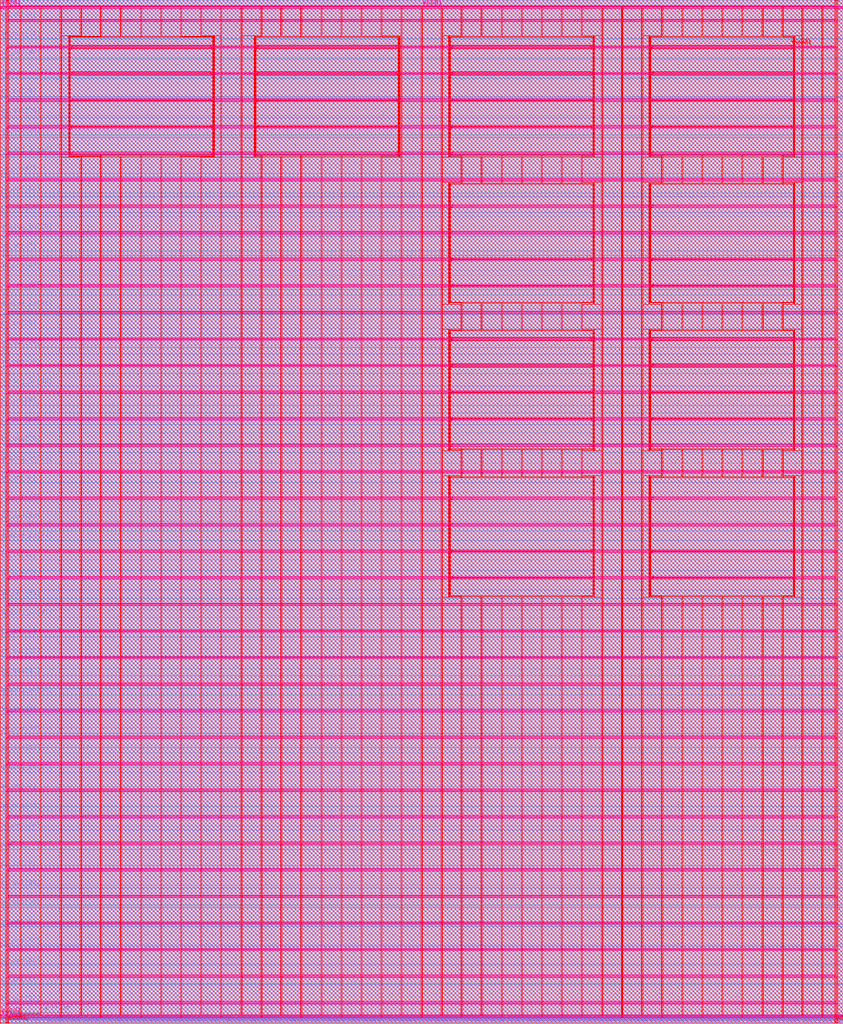
<source format=lef>
###############################################################
#  Generated by:      Cadence Innovus 20.13-s083_1
#  OS:                Linux x86_64(Host ID iron-502-26)
#  Generated on:      Wed Jul 20 09:56:51 2022
#  Design:            user_proj_example
#  Command:           write_lef_abstract -specifyTopLayer 5 -PGPinLayers {5 6} -extractBlockObs -stripePin results/user_proj_example.lef
###############################################################

VERSION 5.8 ;

BUSBITCHARS "[]" ;
DIVIDERCHAR "/" ;

MACRO user_proj_example
  CLASS BLOCK ;
  SIZE 2859.820000 BY 3470.040000 ;
  FOREIGN user_proj_example 0.000000 0.000000 ;
  ORIGIN 0 0 ;
  SYMMETRY X Y R90 ;
  PIN wb_clk_i
    DIRECTION INPUT ;
    USE SIGNAL ;
    ANTENNAPARTIALMETALAREA 14.4508 LAYER met2  ;
    ANTENNAPARTIALMETALSIDEAREA 72.093 LAYER met2  ;
    ANTENNAPARTIALCUTAREA 0.04 LAYER via2  ;
    ANTENNAPARTIALMETALAREA 9.0888 LAYER met3  ;
    ANTENNAPARTIALMETALSIDEAREA 48.944 LAYER met3  ;
    ANTENNAMODEL OXIDE1 ;
    ANTENNAGATEAREA 1.152 LAYER met3  ;
    ANTENNAMAXAREACAR 8.60406 LAYER met3  ;
    ANTENNAMAXSIDEAREACAR 44.0399 LAYER met3  ;
    ANTENNAMAXCUTCAR 0.0793403 LAYER via3  ;
    PORT
      LAYER met2 ;
        RECT 0.620000 0.000000 0.760000 0.485000 ;
    END
  END wb_clk_i
  PIN wb_rst_i
    DIRECTION INPUT ;
    USE SIGNAL ;
    ANTENNAPARTIALMETALAREA 8.8315 LAYER met2  ;
    ANTENNAPARTIALMETALSIDEAREA 43.4595 LAYER met2  ;
    ANTENNAMODEL OXIDE1 ;
    ANTENNAGATEAREA 2.7045 LAYER met2  ;
    ANTENNAMAXAREACAR 9.95862 LAYER met2  ;
    ANTENNAMAXSIDEAREACAR 45.9472 LAYER met2  ;
    ANTENNAMAXCUTCAR 0.32327 LAYER via2  ;
    PORT
      LAYER met2 ;
        RECT 6.140000 0.000000 6.280000 0.485000 ;
    END
  END wb_rst_i
  PIN wbs_stb_i
    DIRECTION INPUT ;
    USE SIGNAL ;
    ANTENNAPARTIALMETALAREA 4.668 LAYER met2  ;
    ANTENNAPARTIALMETALSIDEAREA 23.114 LAYER met2  ;
    ANTENNAMODEL OXIDE1 ;
    ANTENNAGATEAREA 0.3735 LAYER met2  ;
    ANTENNAMAXAREACAR 23.929 LAYER met2  ;
    ANTENNAMAXSIDEAREACAR 115.604 LAYER met2  ;
    ANTENNAMAXCUTCAR 0.289606 LAYER via2  ;
    PORT
      LAYER met2 ;
        RECT 23.620000 0.000000 23.760000 0.485000 ;
    END
  END wbs_stb_i
  PIN wbs_cyc_i
    DIRECTION INPUT ;
    USE SIGNAL ;
    ANTENNAPARTIALMETALAREA 4.5387 LAYER met2  ;
    ANTENNAPARTIALMETALSIDEAREA 22.5855 LAYER met2  ;
    ANTENNAMODEL OXIDE1 ;
    ANTENNAGATEAREA 0.3735 LAYER met2  ;
    ANTENNAMAXAREACAR 38.4849 LAYER met2  ;
    ANTENNAMAXSIDEAREACAR 177.775 LAYER met2  ;
    ANTENNAMAXCUTCAR 0.289606 LAYER via2  ;
    PORT
      LAYER met2 ;
        RECT 17.640000 0.000000 17.780000 0.485000 ;
    END
  END wbs_cyc_i
  PIN wbs_we_i
    DIRECTION INPUT ;
    USE SIGNAL ;
    ANTENNAPARTIALMETALAREA 5.384 LAYER met2  ;
    ANTENNAPARTIALMETALSIDEAREA 26.523 LAYER met2  ;
    ANTENNAMODEL OXIDE1 ;
    ANTENNAGATEAREA 0.2475 LAYER met2  ;
    ANTENNAMAXAREACAR 23.6408 LAYER met2  ;
    ANTENNAMAXSIDEAREACAR 114.737 LAYER met2  ;
    ANTENNAPARTIALCUTAREA 0.04 LAYER via2  ;
    ANTENNAMAXCUTCAR 0.369293 LAYER via2  ;
    ANTENNAPARTIALMETALAREA 0.255 LAYER met3  ;
    ANTENNAPARTIALMETALSIDEAREA 1.808 LAYER met3  ;
    ANTENNAGATEAREA 0.2475 LAYER met3  ;
    ANTENNAMAXAREACAR 24.6711 LAYER met3  ;
    ANTENNAMAXSIDEAREACAR 122.042 LAYER met3  ;
    ANTENNAPARTIALCUTAREA 0.04 LAYER via3  ;
    ANTENNAMAXCUTCAR 0.530909 LAYER via3  ;
    ANTENNAPARTIALMETALAREA 53.5146 LAYER met4  ;
    ANTENNAPARTIALMETALSIDEAREA 286.352 LAYER met4  ;
    ANTENNAGATEAREA 0.8235 LAYER met4  ;
    ANTENNAMAXAREACAR 89.6554 LAYER met4  ;
    ANTENNAMAXSIDEAREACAR 469.768 LAYER met4  ;
    ANTENNAMAXCUTCAR 0.530909 LAYER via4  ;
    PORT
      LAYER met2 ;
        RECT 29.600000 0.000000 29.740000 0.485000 ;
    END
  END wbs_we_i
  PIN wbs_sel_i[3]
    DIRECTION INPUT ;
    USE SIGNAL ;
    PORT
      LAYER met2 ;
        RECT 122.060000 0.000000 122.200000 0.485000 ;
    END
  END wbs_sel_i[3]
  PIN wbs_sel_i[2]
    DIRECTION INPUT ;
    USE SIGNAL ;
    PORT
      LAYER met2 ;
        RECT 99.060000 0.000000 99.200000 0.485000 ;
    END
  END wbs_sel_i[2]
  PIN wbs_sel_i[1]
    DIRECTION INPUT ;
    USE SIGNAL ;
    PORT
      LAYER met2 ;
        RECT 75.600000 0.000000 75.740000 0.485000 ;
    END
  END wbs_sel_i[1]
  PIN wbs_sel_i[0]
    DIRECTION INPUT ;
    USE SIGNAL ;
    PORT
      LAYER met2 ;
        RECT 52.600000 0.000000 52.740000 0.485000 ;
    END
  END wbs_sel_i[0]
  PIN wbs_dat_i[31]
    DIRECTION INPUT ;
    USE SIGNAL ;
    ANTENNAPARTIALMETALAREA 5.4459 LAYER met2  ;
    ANTENNAPARTIALMETALSIDEAREA 27.1215 LAYER met2  ;
    ANTENNAMODEL OXIDE1 ;
    ANTENNAGATEAREA 0.126 LAYER met2  ;
    ANTENNAMAXAREACAR 46.6425 LAYER met2  ;
    ANTENNAMAXSIDEAREACAR 223.714 LAYER met2  ;
    ANTENNAMAXCUTCAR 0.407937 LAYER via2  ;
    PORT
      LAYER met2 ;
        RECT 603.680000 0.000000 603.820000 0.485000 ;
    END
  END wbs_dat_i[31]
  PIN wbs_dat_i[30]
    DIRECTION INPUT ;
    USE SIGNAL ;
    ANTENNAPARTIALMETALAREA 5.1223 LAYER met2  ;
    ANTENNAPARTIALMETALSIDEAREA 25.3855 LAYER met2  ;
    ANTENNAMODEL OXIDE1 ;
    ANTENNAGATEAREA 0.126 LAYER met2  ;
    ANTENNAMAXAREACAR 48.1976 LAYER met2  ;
    ANTENNAMAXSIDEAREACAR 234.532 LAYER met2  ;
    ANTENNAMAXCUTCAR 0.407937 LAYER via2  ;
    PORT
      LAYER met2 ;
        RECT 586.200000 0.000000 586.340000 0.485000 ;
    END
  END wbs_dat_i[30]
  PIN wbs_dat_i[29]
    DIRECTION INPUT ;
    USE SIGNAL ;
    ANTENNAPARTIALMETALAREA 4.1103 LAYER met2  ;
    ANTENNAPARTIALMETALSIDEAREA 20.4435 LAYER met2  ;
    ANTENNAMODEL OXIDE1 ;
    ANTENNAGATEAREA 0.126 LAYER met2  ;
    ANTENNAMAXAREACAR 36.077 LAYER met2  ;
    ANTENNAMAXSIDEAREACAR 174.865 LAYER met2  ;
    ANTENNAMAXCUTCAR 0.407937 LAYER via2  ;
    PORT
      LAYER met2 ;
        RECT 568.720000 0.000000 568.860000 0.485000 ;
    END
  END wbs_dat_i[29]
  PIN wbs_dat_i[28]
    DIRECTION INPUT ;
    USE SIGNAL ;
    ANTENNAPARTIALMETALAREA 4.0627 LAYER met2  ;
    ANTENNAPARTIALMETALSIDEAREA 20.2055 LAYER met2  ;
    ANTENNAMODEL OXIDE1 ;
    ANTENNAGATEAREA 0.126 LAYER met2  ;
    ANTENNAMAXAREACAR 52.7103 LAYER met2  ;
    ANTENNAMAXSIDEAREACAR 258.032 LAYER met2  ;
    ANTENNAMAXCUTCAR 0.407937 LAYER via2  ;
    PORT
      LAYER met2 ;
        RECT 551.240000 0.000000 551.380000 0.485000 ;
    END
  END wbs_dat_i[28]
  PIN wbs_dat_i[27]
    DIRECTION INPUT ;
    USE SIGNAL ;
    ANTENNAPARTIALMETALAREA 4.6463 LAYER met2  ;
    ANTENNAPARTIALMETALSIDEAREA 23.0055 LAYER met2  ;
    ANTENNAMODEL OXIDE1 ;
    ANTENNAGATEAREA 0.126 LAYER met2  ;
    ANTENNAMAXAREACAR 39.9004 LAYER met2  ;
    ANTENNAMAXSIDEAREACAR 189.603 LAYER met2  ;
    ANTENNAMAXCUTCAR 0.407937 LAYER via2  ;
    PORT
      LAYER met2 ;
        RECT 533.760000 0.000000 533.900000 0.485000 ;
    END
  END wbs_dat_i[27]
  PIN wbs_dat_i[26]
    DIRECTION INPUT ;
    USE SIGNAL ;
    ANTENNAPARTIALMETALAREA 4.8367 LAYER met2  ;
    ANTENNAPARTIALMETALSIDEAREA 23.9575 LAYER met2  ;
    ANTENNAMODEL OXIDE1 ;
    ANTENNAGATEAREA 0.126 LAYER met2  ;
    ANTENNAMAXAREACAR 40.4238 LAYER met2  ;
    ANTENNAMAXSIDEAREACAR 196.198 LAYER met2  ;
    ANTENNAMAXCUTCAR 0.407937 LAYER via2  ;
    PORT
      LAYER met2 ;
        RECT 516.740000 0.000000 516.880000 0.485000 ;
    END
  END wbs_dat_i[26]
  PIN wbs_dat_i[25]
    DIRECTION INPUT ;
    USE SIGNAL ;
    ANTENNAPARTIALMETALAREA 4.1747 LAYER met2  ;
    ANTENNAPARTIALMETALSIDEAREA 20.7655 LAYER met2  ;
    ANTENNAMODEL OXIDE1 ;
    ANTENNAGATEAREA 0.126 LAYER met2  ;
    ANTENNAMAXAREACAR 35.1698 LAYER met2  ;
    ANTENNAMAXSIDEAREACAR 170.865 LAYER met2  ;
    ANTENNAMAXCUTCAR 0.407937 LAYER via2  ;
    PORT
      LAYER met2 ;
        RECT 499.260000 0.000000 499.400000 0.485000 ;
    END
  END wbs_dat_i[25]
  PIN wbs_dat_i[24]
    DIRECTION INPUT ;
    USE SIGNAL ;
    ANTENNAPARTIALMETALAREA 4.1747 LAYER met2  ;
    ANTENNAPARTIALMETALSIDEAREA 20.7655 LAYER met2  ;
    ANTENNAMODEL OXIDE1 ;
    ANTENNAGATEAREA 0.126 LAYER met2  ;
    ANTENNAMAXAREACAR 35.1698 LAYER met2  ;
    ANTENNAMAXSIDEAREACAR 170.865 LAYER met2  ;
    ANTENNAMAXCUTCAR 0.407937 LAYER via2  ;
    PORT
      LAYER met2 ;
        RECT 481.780000 0.000000 481.920000 0.485000 ;
    END
  END wbs_dat_i[24]
  PIN wbs_dat_i[23]
    DIRECTION INPUT ;
    USE SIGNAL ;
    ANTENNAPARTIALMETALAREA 5.0007 LAYER met2  ;
    ANTENNAPARTIALMETALSIDEAREA 24.8955 LAYER met2  ;
    ANTENNAMODEL OXIDE1 ;
    ANTENNAGATEAREA 0.126 LAYER met2  ;
    ANTENNAMAXAREACAR 50.3103 LAYER met2  ;
    ANTENNAMAXSIDEAREACAR 246.032 LAYER met2  ;
    ANTENNAMAXCUTCAR 0.407937 LAYER via2  ;
    PORT
      LAYER met2 ;
        RECT 464.300000 0.000000 464.440000 0.485000 ;
    END
  END wbs_dat_i[23]
  PIN wbs_dat_i[22]
    DIRECTION INPUT ;
    USE SIGNAL ;
    ANTENNAPARTIALMETALAREA 4.9935 LAYER met2  ;
    ANTENNAPARTIALMETALSIDEAREA 24.7415 LAYER met2  ;
    ANTENNAMODEL OXIDE1 ;
    ANTENNAGATEAREA 0.126 LAYER met2  ;
    ANTENNAMAXAREACAR 42.0643 LAYER met2  ;
    ANTENNAMAXSIDEAREACAR 203.865 LAYER met2  ;
    ANTENNAMAXCUTCAR 0.407937 LAYER via2  ;
    PORT
      LAYER met2 ;
        RECT 446.820000 0.000000 446.960000 0.485000 ;
    END
  END wbs_dat_i[22]
  PIN wbs_dat_i[21]
    DIRECTION INPUT ;
    USE SIGNAL ;
    ANTENNAPARTIALMETALAREA 4.1535 LAYER met2  ;
    ANTENNAPARTIALMETALSIDEAREA 20.5415 LAYER met2  ;
    ANTENNAMODEL OXIDE1 ;
    ANTENNAGATEAREA 0.126 LAYER met2  ;
    ANTENNAMAXAREACAR 39.9976 LAYER met2  ;
    ANTENNAMAXSIDEAREACAR 193.532 LAYER met2  ;
    ANTENNAMAXCUTCAR 0.407937 LAYER via2  ;
    PORT
      LAYER met2 ;
        RECT 429.800000 0.000000 429.940000 0.485000 ;
    END
  END wbs_dat_i[21]
  PIN wbs_dat_i[20]
    DIRECTION INPUT ;
    USE SIGNAL ;
    ANTENNAPARTIALMETALAREA 4.7632 LAYER met2  ;
    ANTENNAPARTIALMETALSIDEAREA 23.59 LAYER met2  ;
    ANTENNAMODEL OXIDE1 ;
    ANTENNAGATEAREA 0.126 LAYER met2  ;
    ANTENNAMAXAREACAR 39.8405 LAYER met2  ;
    ANTENNAMAXSIDEAREACAR 193.282 LAYER met2  ;
    ANTENNAMAXCUTCAR 0.407937 LAYER via2  ;
    PORT
      LAYER met2 ;
        RECT 412.320000 0.000000 412.460000 0.485000 ;
    END
  END wbs_dat_i[20]
  PIN wbs_dat_i[19]
    DIRECTION INPUT ;
    USE SIGNAL ;
    ANTENNAPARTIALMETALAREA 4.7555 LAYER met2  ;
    ANTENNAPARTIALMETALSIDEAREA 23.5515 LAYER met2  ;
    ANTENNAMODEL OXIDE1 ;
    ANTENNAGATEAREA 0.126 LAYER met2  ;
    ANTENNAMAXAREACAR 40.6865 LAYER met2  ;
    ANTENNAMAXSIDEAREACAR 196.976 LAYER met2  ;
    ANTENNAMAXCUTCAR 0.407937 LAYER via2  ;
    PORT
      LAYER met2 ;
        RECT 394.840000 0.000000 394.980000 0.485000 ;
    END
  END wbs_dat_i[19]
  PIN wbs_dat_i[18]
    DIRECTION INPUT ;
    USE SIGNAL ;
    ANTENNAPARTIALMETALAREA 4.6367 LAYER met2  ;
    ANTENNAPARTIALMETALSIDEAREA 23.0755 LAYER met2  ;
    ANTENNAMODEL OXIDE1 ;
    ANTENNAGATEAREA 0.126 LAYER met2  ;
    ANTENNAMAXAREACAR 50.3464 LAYER met2  ;
    ANTENNAMAXSIDEAREACAR 238.81 LAYER met2  ;
    ANTENNAMAXCUTCAR 0.407937 LAYER via2  ;
    PORT
      LAYER met2 ;
        RECT 377.360000 0.000000 377.500000 0.485000 ;
    END
  END wbs_dat_i[18]
  PIN wbs_dat_i[17]
    DIRECTION INPUT ;
    USE SIGNAL ;
    ANTENNAPARTIALMETALAREA 4.2559 LAYER met2  ;
    ANTENNAPARTIALMETALSIDEAREA 21.1715 LAYER met2  ;
    ANTENNAMODEL OXIDE1 ;
    ANTENNAGATEAREA 0.126 LAYER met2  ;
    ANTENNAMAXAREACAR 49.8734 LAYER met2  ;
    ANTENNAMAXSIDEAREACAR 239.952 LAYER met2  ;
    ANTENNAMAXCUTCAR 0.407937 LAYER via2  ;
    PORT
      LAYER met2 ;
        RECT 359.880000 0.000000 360.020000 0.485000 ;
    END
  END wbs_dat_i[17]
  PIN wbs_dat_i[16]
    DIRECTION INPUT ;
    USE SIGNAL ;
    ANTENNAPARTIALMETALAREA 4.3987 LAYER met2  ;
    ANTENNAPARTIALMETALSIDEAREA 21.8855 LAYER met2  ;
    ANTENNAMODEL OXIDE1 ;
    ANTENNAGATEAREA 0.126 LAYER met2  ;
    ANTENNAMAXAREACAR 46.3758 LAYER met2  ;
    ANTENNAMAXSIDEAREACAR 222.381 LAYER met2  ;
    ANTENNAMAXCUTCAR 0.407937 LAYER via2  ;
    PORT
      LAYER met2 ;
        RECT 342.400000 0.000000 342.540000 0.485000 ;
    END
  END wbs_dat_i[16]
  PIN wbs_dat_i[15]
    DIRECTION INPUT ;
    USE SIGNAL ;
    ANTENNAPARTIALMETALAREA 4.2319 LAYER met2  ;
    ANTENNAPARTIALMETALSIDEAREA 20.9335 LAYER met2  ;
    ANTENNAMODEL OXIDE1 ;
    ANTENNAGATEAREA 0.126 LAYER met2  ;
    ANTENNAMAXAREACAR 36.0198 LAYER met2  ;
    ANTENNAMAXSIDEAREACAR 173.643 LAYER met2  ;
    ANTENNAMAXCUTCAR 0.407937 LAYER via2  ;
    PORT
      LAYER met2 ;
        RECT 325.380000 0.000000 325.520000 0.485000 ;
    END
  END wbs_dat_i[15]
  PIN wbs_dat_i[14]
    DIRECTION INPUT ;
    USE SIGNAL ;
    ANTENNAPARTIALMETALAREA 4.2531 LAYER met2  ;
    ANTENNAPARTIALMETALSIDEAREA 21.1575 LAYER met2  ;
    ANTENNAMODEL OXIDE1 ;
    ANTENNAGATEAREA 0.126 LAYER met2  ;
    ANTENNAMAXAREACAR 65.2655 LAYER met2  ;
    ANTENNAMAXSIDEAREACAR 315.159 LAYER met2  ;
    ANTENNAMAXCUTCAR 0.407937 LAYER via2  ;
    PORT
      LAYER met2 ;
        RECT 307.900000 0.000000 308.040000 0.485000 ;
    END
  END wbs_dat_i[14]
  PIN wbs_dat_i[13]
    DIRECTION INPUT ;
    USE SIGNAL ;
    ANTENNAPARTIALMETALAREA 4.3819 LAYER met2  ;
    ANTENNAPARTIALMETALSIDEAREA 21.8015 LAYER met2  ;
    ANTENNAMODEL OXIDE1 ;
    ANTENNAGATEAREA 0.126 LAYER met2  ;
    ANTENNAMAXAREACAR 48.798 LAYER met2  ;
    ANTENNAMAXSIDEAREACAR 234.492 LAYER met2  ;
    ANTENNAMAXCUTCAR 0.407937 LAYER via2  ;
    PORT
      LAYER met2 ;
        RECT 290.420000 0.000000 290.560000 0.485000 ;
    END
  END wbs_dat_i[13]
  PIN wbs_dat_i[12]
    DIRECTION INPUT ;
    USE SIGNAL ;
    ANTENNAPARTIALMETALAREA 4.2319 LAYER met2  ;
    ANTENNAPARTIALMETALSIDEAREA 20.9335 LAYER met2  ;
    ANTENNAMODEL OXIDE1 ;
    ANTENNAGATEAREA 0.126 LAYER met2  ;
    ANTENNAMAXAREACAR 35.6238 LAYER met2  ;
    ANTENNAMAXSIDEAREACAR 172.198 LAYER met2  ;
    ANTENNAMAXCUTCAR 0.407937 LAYER via2  ;
    PORT
      LAYER met2 ;
        RECT 272.940000 0.000000 273.080000 0.485000 ;
    END
  END wbs_dat_i[12]
  PIN wbs_dat_i[11]
    DIRECTION INPUT ;
    USE SIGNAL ;
    ANTENNAPARTIALMETALAREA 4.4491 LAYER met2  ;
    ANTENNAPARTIALMETALSIDEAREA 22.1375 LAYER met2  ;
    ANTENNAMODEL OXIDE1 ;
    ANTENNAGATEAREA 0.126 LAYER met2  ;
    ANTENNAMAXAREACAR 41.3179 LAYER met2  ;
    ANTENNAMAXSIDEAREACAR 197.175 LAYER met2  ;
    ANTENNAMAXCUTCAR 0.407937 LAYER via2  ;
    PORT
      LAYER met2 ;
        RECT 255.460000 0.000000 255.600000 0.485000 ;
    END
  END wbs_dat_i[11]
  PIN wbs_dat_i[10]
    DIRECTION INPUT ;
    USE SIGNAL ;
    ANTENNAPARTIALMETALAREA 4.3131 LAYER met2  ;
    ANTENNAPARTIALMETALSIDEAREA 21.3395 LAYER met2  ;
    ANTENNAMODEL OXIDE1 ;
    ANTENNAGATEAREA 0.126 LAYER met2  ;
    ANTENNAMAXAREACAR 44.8421 LAYER met2  ;
    ANTENNAMAXSIDEAREACAR 217.754 LAYER met2  ;
    ANTENNAMAXCUTCAR 0.407937 LAYER via2  ;
    PORT
      LAYER met2 ;
        RECT 237.980000 0.000000 238.120000 0.485000 ;
    END
  END wbs_dat_i[10]
  PIN wbs_dat_i[9]
    DIRECTION INPUT ;
    USE SIGNAL ;
    ANTENNAPARTIALMETALAREA 4.1103 LAYER met2  ;
    ANTENNAPARTIALMETALSIDEAREA 20.4435 LAYER met2  ;
    ANTENNAMODEL OXIDE1 ;
    ANTENNAGATEAREA 0.126 LAYER met2  ;
    ANTENNAMAXAREACAR 39.6548 LAYER met2  ;
    ANTENNAMAXSIDEAREACAR 192.754 LAYER met2  ;
    ANTENNAMAXCUTCAR 0.407937 LAYER via2  ;
    PORT
      LAYER met2 ;
        RECT 220.960000 0.000000 221.100000 0.485000 ;
    END
  END wbs_dat_i[9]
  PIN wbs_dat_i[8]
    DIRECTION INPUT ;
    USE SIGNAL ;
    ANTENNAPARTIALMETALAREA 4.1103 LAYER met2  ;
    ANTENNAPARTIALMETALSIDEAREA 20.4435 LAYER met2  ;
    ANTENNAMODEL OXIDE1 ;
    ANTENNAGATEAREA 0.126 LAYER met2  ;
    ANTENNAMAXAREACAR 45.6881 LAYER met2  ;
    ANTENNAMAXSIDEAREACAR 222.921 LAYER met2  ;
    ANTENNAMAXCUTCAR 0.407937 LAYER via2  ;
    PORT
      LAYER met2 ;
        RECT 203.480000 0.000000 203.620000 0.485000 ;
    END
  END wbs_dat_i[8]
  PIN wbs_dat_i[7]
    DIRECTION INPUT ;
    USE SIGNAL ;
    ANTENNAPARTIALMETALAREA 4.2319 LAYER met2  ;
    ANTENNAPARTIALMETALSIDEAREA 20.9335 LAYER met2  ;
    ANTENNAMODEL OXIDE1 ;
    ANTENNAGATEAREA 0.126 LAYER met2  ;
    ANTENNAMAXAREACAR 37.5532 LAYER met2  ;
    ANTENNAMAXSIDEAREACAR 181.31 LAYER met2  ;
    ANTENNAMAXCUTCAR 0.407937 LAYER via2  ;
    PORT
      LAYER met2 ;
        RECT 186.000000 0.000000 186.140000 0.485000 ;
    END
  END wbs_dat_i[7]
  PIN wbs_dat_i[6]
    DIRECTION INPUT ;
    USE SIGNAL ;
    ANTENNAPARTIALMETALAREA 4.2055 LAYER met2  ;
    ANTENNAPARTIALMETALSIDEAREA 20.9195 LAYER met2  ;
    ANTENNAMODEL OXIDE1 ;
    ANTENNAGATEAREA 0.126 LAYER met2  ;
    ANTENNAMAXAREACAR 64.9179 LAYER met2  ;
    ANTENNAMAXSIDEAREACAR 315.175 LAYER met2  ;
    ANTENNAMAXCUTCAR 0.407937 LAYER via2  ;
    PORT
      LAYER met2 ;
        RECT 168.520000 0.000000 168.660000 0.485000 ;
    END
  END wbs_dat_i[6]
  PIN wbs_dat_i[5]
    DIRECTION INPUT ;
    USE SIGNAL ;
    ANTENNAPARTIALMETALAREA 4.4435 LAYER met2  ;
    ANTENNAPARTIALMETALSIDEAREA 22.1095 LAYER met2  ;
    ANTENNAMODEL OXIDE1 ;
    ANTENNAGATEAREA 0.126 LAYER met2  ;
    ANTENNAMAXAREACAR 62.6131 LAYER met2  ;
    ANTENNAMAXSIDEAREACAR 300.143 LAYER met2  ;
    ANTENNAMAXCUTCAR 0.407937 LAYER via2  ;
    PORT
      LAYER met2 ;
        RECT 151.040000 0.000000 151.180000 0.485000 ;
    END
  END wbs_dat_i[5]
  PIN wbs_dat_i[4]
    DIRECTION INPUT ;
    USE SIGNAL ;
    ANTENNAPARTIALMETALAREA 4.1103 LAYER met2  ;
    ANTENNAPARTIALMETALSIDEAREA 20.4435 LAYER met2  ;
    ANTENNAMODEL OXIDE1 ;
    ANTENNAGATEAREA 0.126 LAYER met2  ;
    ANTENNAMAXAREACAR 85.6659 LAYER met2  ;
    ANTENNAMAXSIDEAREACAR 422.81 LAYER met2  ;
    ANTENNAMAXCUTCAR 0.407937 LAYER via2  ;
    PORT
      LAYER met2 ;
        RECT 133.560000 0.000000 133.700000 0.485000 ;
    END
  END wbs_dat_i[4]
  PIN wbs_dat_i[3]
    DIRECTION INPUT ;
    USE SIGNAL ;
    ANTENNAPARTIALMETALAREA 4.2319 LAYER met2  ;
    ANTENNAPARTIALMETALSIDEAREA 20.9335 LAYER met2  ;
    ANTENNAMODEL OXIDE1 ;
    ANTENNAGATEAREA 0.126 LAYER met2  ;
    ANTENNAMAXAREACAR 35.6238 LAYER met2  ;
    ANTENNAMAXSIDEAREACAR 172.198 LAYER met2  ;
    ANTENNAMAXCUTCAR 0.407937 LAYER via2  ;
    PORT
      LAYER met2 ;
        RECT 110.560000 0.000000 110.700000 0.485000 ;
    END
  END wbs_dat_i[3]
  PIN wbs_dat_i[2]
    DIRECTION INPUT ;
    USE SIGNAL ;
    ANTENNAPARTIALMETALAREA 4.3131 LAYER met2  ;
    ANTENNAPARTIALMETALSIDEAREA 21.3395 LAYER met2  ;
    ANTENNAMODEL OXIDE1 ;
    ANTENNAGATEAREA 0.126 LAYER met2  ;
    ANTENNAMAXAREACAR 37.1754 LAYER met2  ;
    ANTENNAMAXSIDEAREACAR 179.421 LAYER met2  ;
    ANTENNAMAXCUTCAR 0.407937 LAYER via2  ;
    PORT
      LAYER met2 ;
        RECT 87.560000 0.000000 87.700000 0.485000 ;
    END
  END wbs_dat_i[2]
  PIN wbs_dat_i[1]
    DIRECTION INPUT ;
    USE SIGNAL ;
    ANTENNAPARTIALMETALAREA 4.7415 LAYER met2  ;
    ANTENNAPARTIALMETALSIDEAREA 23.4815 LAYER met2  ;
    ANTENNAMODEL OXIDE1 ;
    ANTENNAGATEAREA 0.126 LAYER met2  ;
    ANTENNAMAXAREACAR 43.131 LAYER met2  ;
    ANTENNAMAXSIDEAREACAR 209.198 LAYER met2  ;
    ANTENNAMAXCUTCAR 0.407937 LAYER via2  ;
    PORT
      LAYER met2 ;
        RECT 64.100000 0.000000 64.240000 0.485000 ;
    END
  END wbs_dat_i[1]
  PIN wbs_dat_i[0]
    DIRECTION INPUT ;
    USE SIGNAL ;
    ANTENNAPARTIALMETALAREA 21.9323 LAYER met2  ;
    ANTENNAPARTIALMETALSIDEAREA 109.554 LAYER met2  ;
    ANTENNAMODEL OXIDE1 ;
    ANTENNAGATEAREA 0.576 LAYER met2  ;
    ANTENNAMAXAREACAR 47.2368 LAYER met2  ;
    ANTENNAMAXSIDEAREACAR 233.981 LAYER met2  ;
    ANTENNAMAXCUTCAR 0.0892361 LAYER via2  ;
    PORT
      LAYER met2 ;
        RECT 41.100000 0.000000 41.240000 0.485000 ;
    END
  END wbs_dat_i[0]
  PIN wbs_adr_i[31]
    DIRECTION INPUT ;
    USE SIGNAL ;
    ANTENNAPARTIALMETALAREA 0.1099 LAYER met2  ;
    ANTENNAPARTIALMETALSIDEAREA 0.3885 LAYER met2  ;
    ANTENNAPARTIALCUTAREA 0.04 LAYER via2  ;
    ANTENNAPARTIALMETALAREA 38.764 LAYER met3  ;
    ANTENNAPARTIALMETALSIDEAREA 207.208 LAYER met3  ;
    ANTENNAPARTIALCUTAREA 0.04 LAYER via3  ;
    ANTENNAPARTIALMETALAREA 0.6516 LAYER met4  ;
    ANTENNAPARTIALMETALSIDEAREA 4.416 LAYER met4  ;
    ANTENNAMODEL OXIDE1 ;
    ANTENNAGATEAREA 0.3735 LAYER met4  ;
    ANTENNAMAXAREACAR 22.0006 LAYER met4  ;
    ANTENNAMAXSIDEAREACAR 111.17 LAYER met4  ;
    ANTENNAMAXCUTCAR 0.622127 LAYER via4  ;
    PORT
      LAYER met2 ;
        RECT 597.700000 0.000000 597.840000 0.485000 ;
    END
  END wbs_adr_i[31]
  PIN wbs_adr_i[30]
    DIRECTION INPUT ;
    USE SIGNAL ;
    ANTENNAPARTIALMETALAREA 4.2319 LAYER met2  ;
    ANTENNAPARTIALMETALSIDEAREA 20.9335 LAYER met2  ;
    ANTENNAMODEL OXIDE1 ;
    ANTENNAGATEAREA 0.3735 LAYER met2  ;
    ANTENNAMAXAREACAR 16.7842 LAYER met2  ;
    ANTENNAMAXSIDEAREACAR 78.6562 LAYER met2  ;
    ANTENNAMAXCUTCAR 0.289606 LAYER via2  ;
    PORT
      LAYER met2 ;
        RECT 580.220000 0.000000 580.360000 0.485000 ;
    END
  END wbs_adr_i[30]
  PIN wbs_adr_i[29]
    DIRECTION INPUT ;
    USE SIGNAL ;
    ANTENNAPARTIALMETALAREA 5.1467 LAYER met2  ;
    ANTENNAPARTIALMETALSIDEAREA 25.3995 LAYER met2  ;
    ANTENNAMODEL OXIDE1 ;
    ANTENNAGATEAREA 0.3735 LAYER met2  ;
    ANTENNAMAXAREACAR 16.213 LAYER met2  ;
    ANTENNAMAXSIDEAREACAR 78.1515 LAYER met2  ;
    ANTENNAMAXCUTCAR 0.407937 LAYER via2  ;
    PORT
      LAYER met2 ;
        RECT 563.200000 0.000000 563.340000 0.485000 ;
    END
  END wbs_adr_i[29]
  PIN wbs_adr_i[28]
    DIRECTION INPUT ;
    USE SIGNAL ;
    ANTENNAPARTIALMETALAREA 4.5105 LAYER met2  ;
    ANTENNAPARTIALMETALSIDEAREA 22.3265 LAYER met2  ;
    ANTENNAMODEL OXIDE1 ;
    ANTENNAGATEAREA 0.3735 LAYER met2  ;
    ANTENNAMAXAREACAR 15.7773 LAYER met2  ;
    ANTENNAMAXSIDEAREACAR 69.5123 LAYER met2  ;
    ANTENNAMAXCUTCAR 0.289606 LAYER via2  ;
    PORT
      LAYER met2 ;
        RECT 545.720000 0.000000 545.860000 0.485000 ;
    END
  END wbs_adr_i[28]
  PIN wbs_adr_i[27]
    DIRECTION INPUT ;
    USE SIGNAL ;
    ANTENNAPARTIALMETALAREA 4.3607 LAYER met2  ;
    ANTENNAPARTIALMETALSIDEAREA 21.5775 LAYER met2  ;
    ANTENNAMODEL OXIDE1 ;
    ANTENNAGATEAREA 0.3735 LAYER met2  ;
    ANTENNAMAXAREACAR 16.6865 LAYER met2  ;
    ANTENNAMAXSIDEAREACAR 71.6856 LAYER met2  ;
    ANTENNAMAXCUTCAR 0.289606 LAYER via2  ;
    PORT
      LAYER met2 ;
        RECT 528.240000 0.000000 528.380000 0.485000 ;
    END
  END wbs_adr_i[27]
  PIN wbs_adr_i[26]
    DIRECTION INPUT ;
    USE SIGNAL ;
    ANTENNAPARTIALMETALAREA 4.6987 LAYER met2  ;
    ANTENNAPARTIALMETALSIDEAREA 23.1595 LAYER met2  ;
    ANTENNAMODEL OXIDE1 ;
    ANTENNAGATEAREA 0.3735 LAYER met2  ;
    ANTENNAMAXAREACAR 14.6412 LAYER met2  ;
    ANTENNAMAXSIDEAREACAR 68.0662 LAYER met2  ;
    ANTENNAMAXCUTCAR 0.407937 LAYER via2  ;
    PORT
      LAYER met2 ;
        RECT 510.760000 0.000000 510.900000 0.485000 ;
    END
  END wbs_adr_i[26]
  PIN wbs_adr_i[25]
    DIRECTION INPUT ;
    USE SIGNAL ;
    ANTENNAPARTIALMETALAREA 5.2447 LAYER met2  ;
    ANTENNAPARTIALMETALSIDEAREA 25.8895 LAYER met2  ;
    ANTENNAMODEL OXIDE1 ;
    ANTENNAGATEAREA 0.3735 LAYER met2  ;
    ANTENNAMAXAREACAR 18.1786 LAYER met2  ;
    ANTENNAMAXSIDEAREACAR 85.0472 LAYER met2  ;
    ANTENNAMAXCUTCAR 0.407937 LAYER via2  ;
    PORT
      LAYER met2 ;
        RECT 493.280000 0.000000 493.420000 0.485000 ;
    END
  END wbs_adr_i[25]
  PIN wbs_adr_i[24]
    DIRECTION INPUT ;
    USE SIGNAL ;
    ANTENNAPARTIALMETALAREA 4.2672 LAYER met2  ;
    ANTENNAPARTIALMETALSIDEAREA 21.175 LAYER met2  ;
    ANTENNAPARTIALCUTAREA 0.04 LAYER via2  ;
    ANTENNAPARTIALMETALAREA 6.3288 LAYER met3  ;
    ANTENNAPARTIALMETALSIDEAREA 34.224 LAYER met3  ;
    ANTENNAMODEL OXIDE1 ;
    ANTENNAGATEAREA 0.3735 LAYER met3  ;
    ANTENNAMAXAREACAR 34.216 LAYER met3  ;
    ANTENNAMAXSIDEAREACAR 165.175 LAYER met3  ;
    ANTENNAMAXCUTCAR 0.515032 LAYER via3  ;
    PORT
      LAYER met2 ;
        RECT 475.800000 0.000000 475.940000 0.485000 ;
    END
  END wbs_adr_i[24]
  PIN wbs_adr_i[23]
    DIRECTION INPUT ;
    USE SIGNAL ;
    ANTENNAPARTIALMETALAREA 5.5079 LAYER met2  ;
    ANTENNAPARTIALMETALSIDEAREA 27.2055 LAYER met2  ;
    ANTENNAMODEL OXIDE1 ;
    ANTENNAGATEAREA 0.3735 LAYER met2  ;
    ANTENNAMAXAREACAR 16.784 LAYER met2  ;
    ANTENNAMAXSIDEAREACAR 78.8989 LAYER met2  ;
    ANTENNAMAXCUTCAR 0.407937 LAYER via2  ;
    PORT
      LAYER met2 ;
        RECT 458.780000 0.000000 458.920000 0.485000 ;
    END
  END wbs_adr_i[23]
  PIN wbs_adr_i[22]
    DIRECTION INPUT ;
    USE SIGNAL ;
    ANTENNAPARTIALMETALAREA 5.0515 LAYER met2  ;
    ANTENNAPARTIALMETALSIDEAREA 24.9235 LAYER met2  ;
    ANTENNAMODEL OXIDE1 ;
    ANTENNAGATEAREA 0.3735 LAYER met2  ;
    ANTENNAMAXAREACAR 16.6254 LAYER met2  ;
    ANTENNAMAXSIDEAREACAR 79.6609 LAYER met2  ;
    ANTENNAMAXCUTCAR 0.407937 LAYER via2  ;
    PORT
      LAYER met2 ;
        RECT 441.300000 0.000000 441.440000 0.485000 ;
    END
  END wbs_adr_i[22]
  PIN wbs_adr_i[21]
    DIRECTION INPUT ;
    USE SIGNAL ;
    ANTENNAPARTIALMETALAREA 4.4155 LAYER met2  ;
    ANTENNAPARTIALMETALSIDEAREA 21.9695 LAYER met2  ;
    ANTENNAMODEL OXIDE1 ;
    ANTENNAGATEAREA 0.3735 LAYER met2  ;
    ANTENNAMAXAREACAR 16.3208 LAYER met2  ;
    ANTENNAMAXSIDEAREACAR 74.4269 LAYER met2  ;
    ANTENNAMAXCUTCAR 0.289606 LAYER via2  ;
    PORT
      LAYER met2 ;
        RECT 423.820000 0.000000 423.960000 0.485000 ;
    END
  END wbs_adr_i[21]
  PIN wbs_adr_i[20]
    DIRECTION INPUT ;
    USE SIGNAL ;
    ANTENNAPARTIALMETALAREA 4.8655 LAYER met2  ;
    ANTENNAPARTIALMETALSIDEAREA 24.1115 LAYER met2  ;
    ANTENNAMODEL OXIDE1 ;
    ANTENNAGATEAREA 0.3735 LAYER met2  ;
    ANTENNAMAXAREACAR 22.868 LAYER met2  ;
    ANTENNAMAXSIDEAREACAR 107.535 LAYER met2  ;
    ANTENNAMAXCUTCAR 0.407937 LAYER via2  ;
    PORT
      LAYER met2 ;
        RECT 406.340000 0.000000 406.480000 0.485000 ;
    END
  END wbs_adr_i[20]
  PIN wbs_adr_i[19]
    DIRECTION INPUT ;
    USE SIGNAL ;
    ANTENNAPARTIALMETALAREA 4.8625 LAYER met2  ;
    ANTENNAPARTIALMETALSIDEAREA 23.9785 LAYER met2  ;
    ANTENNAMODEL OXIDE1 ;
    ANTENNAGATEAREA 0.3735 LAYER met2  ;
    ANTENNAMAXAREACAR 21.1424 LAYER met2  ;
    ANTENNAMAXSIDEAREACAR 100.226 LAYER met2  ;
    ANTENNAMAXCUTCAR 0.407937 LAYER via2  ;
    PORT
      LAYER met2 ;
        RECT 388.860000 0.000000 389.000000 0.485000 ;
    END
  END wbs_adr_i[19]
  PIN wbs_adr_i[18]
    DIRECTION INPUT ;
    USE SIGNAL ;
    ANTENNAPARTIALMETALAREA 4.3736 LAYER met2  ;
    ANTENNAPARTIALMETALSIDEAREA 21.707 LAYER met2  ;
    ANTENNAPARTIALCUTAREA 0.04 LAYER via2  ;
    ANTENNAPARTIALMETALAREA 19.9236 LAYER met3  ;
    ANTENNAPARTIALMETALSIDEAREA 107.2 LAYER met3  ;
    ANTENNAMODEL OXIDE1 ;
    ANTENNAGATEAREA 0.3735 LAYER met3  ;
    ANTENNAMAXAREACAR 61.8561 LAYER met3  ;
    ANTENNAMAXSIDEAREACAR 311.491 LAYER met3  ;
    ANTENNAMAXCUTCAR 1.22143 LAYER via3  ;
    PORT
      LAYER met2 ;
        RECT 371.380000 0.000000 371.520000 0.485000 ;
    END
  END wbs_adr_i[18]
  PIN wbs_adr_i[17]
    DIRECTION INPUT ;
    USE SIGNAL ;
    ANTENNAPARTIALMETALAREA 4.6365 LAYER met2  ;
    ANTENNAPARTIALMETALSIDEAREA 22.7955 LAYER met2  ;
    ANTENNAMODEL OXIDE1 ;
    ANTENNAGATEAREA 0.126 LAYER met2  ;
    ANTENNAMAXAREACAR 51.3083 LAYER met2  ;
    ANTENNAMAXSIDEAREACAR 243.159 LAYER met2  ;
    ANTENNAPARTIALCUTAREA 0.04 LAYER via2  ;
    ANTENNAMAXCUTCAR 0.725397 LAYER via2  ;
    ANTENNAPARTIALMETALAREA 9.2268 LAYER met3  ;
    ANTENNAPARTIALMETALSIDEAREA 49.68 LAYER met3  ;
    ANTENNAGATEAREA 0.3735 LAYER met3  ;
    ANTENNAMAXAREACAR 76.0119 LAYER met3  ;
    ANTENNAMAXSIDEAREACAR 376.171 LAYER met3  ;
    ANTENNAMAXCUTCAR 0.725397 LAYER via3  ;
    PORT
      LAYER met2 ;
        RECT 354.360000 0.000000 354.500000 0.485000 ;
    END
  END wbs_adr_i[17]
  PIN wbs_adr_i[16]
    DIRECTION INPUT ;
    USE SIGNAL ;
    ANTENNAPARTIALMETALAREA 4.3049 LAYER met2  ;
    ANTENNAPARTIALMETALSIDEAREA 21.2555 LAYER met2  ;
    ANTENNAMODEL OXIDE1 ;
    ANTENNAGATEAREA 0.495 LAYER met2  ;
    ANTENNAMAXAREACAR 12.1044 LAYER met2  ;
    ANTENNAMAXSIDEAREACAR 56.0586 LAYER met2  ;
    ANTENNAPARTIALCUTAREA 0.04 LAYER via2  ;
    ANTENNAMAXCUTCAR 0.184646 LAYER via2  ;
    ANTENNAPARTIALMETALAREA 16.2648 LAYER met3  ;
    ANTENNAPARTIALMETALSIDEAREA 87.216 LAYER met3  ;
    ANTENNAGATEAREA 0.8685 LAYER met3  ;
    ANTENNAMAXAREACAR 32.4704 LAYER met3  ;
    ANTENNAMAXSIDEAREACAR 164.459 LAYER met3  ;
    ANTENNAMAXCUTCAR 0.396701 LAYER via3  ;
    PORT
      LAYER met2 ;
        RECT 336.880000 0.000000 337.020000 0.485000 ;
    END
  END wbs_adr_i[16]
  PIN wbs_adr_i[15]
    DIRECTION INPUT ;
    USE SIGNAL ;
    ANTENNAPARTIALMETALAREA 4.7323 LAYER met2  ;
    ANTENNAPARTIALMETALSIDEAREA 23.3275 LAYER met2  ;
    ANTENNAMODEL OXIDE1 ;
    ANTENNAGATEAREA 0.3735 LAYER met2  ;
    ANTENNAMAXAREACAR 16.6436 LAYER met2  ;
    ANTENNAMAXSIDEAREACAR 70.7938 LAYER met2  ;
    ANTENNAMAXCUTCAR 0.407937 LAYER via2  ;
    PORT
      LAYER met2 ;
        RECT 319.400000 0.000000 319.540000 0.485000 ;
    END
  END wbs_adr_i[15]
  PIN wbs_adr_i[14]
    DIRECTION INPUT ;
    USE SIGNAL ;
    ANTENNAPARTIALMETALAREA 4.7765 LAYER met2  ;
    ANTENNAPARTIALMETALSIDEAREA 23.6565 LAYER met2  ;
    ANTENNAMODEL OXIDE1 ;
    ANTENNAGATEAREA 0.3735 LAYER met2  ;
    ANTENNAMAXAREACAR 17.5345 LAYER met2  ;
    ANTENNAMAXSIDEAREACAR 78.9176 LAYER met2  ;
    ANTENNAMAXCUTCAR 0.289606 LAYER via2  ;
    PORT
      LAYER met2 ;
        RECT 301.920000 0.000000 302.060000 0.485000 ;
    END
  END wbs_adr_i[14]
  PIN wbs_adr_i[13]
    DIRECTION INPUT ;
    USE SIGNAL ;
    ANTENNAPARTIALMETALAREA 5.0557 LAYER met2  ;
    ANTENNAPARTIALMETALSIDEAREA 24.9445 LAYER met2  ;
    ANTENNAMODEL OXIDE1 ;
    ANTENNAGATEAREA 0.3735 LAYER met2  ;
    ANTENNAMAXAREACAR 17.5027 LAYER met2  ;
    ANTENNAMAXSIDEAREACAR 81.9564 LAYER met2  ;
    ANTENNAMAXCUTCAR 0.407937 LAYER via2  ;
    PORT
      LAYER met2 ;
        RECT 284.440000 0.000000 284.580000 0.485000 ;
    END
  END wbs_adr_i[13]
  PIN wbs_adr_i[12]
    DIRECTION INPUT ;
    USE SIGNAL ;
    ANTENNAPARTIALMETALAREA 4.7319 LAYER met2  ;
    ANTENNAPARTIALMETALSIDEAREA 23.5515 LAYER met2  ;
    ANTENNAMODEL OXIDE1 ;
    ANTENNAGATEAREA 0.3735 LAYER met2  ;
    ANTENNAMAXAREACAR 18.6803 LAYER met2  ;
    ANTENNAMAXSIDEAREACAR 86.2248 LAYER met2  ;
    ANTENNAMAXCUTCAR 0.289606 LAYER via2  ;
    PORT
      LAYER met2 ;
        RECT 266.960000 0.000000 267.100000 0.485000 ;
    END
  END wbs_adr_i[12]
  PIN wbs_adr_i[11]
    DIRECTION INPUT ;
    USE SIGNAL ;
    ANTENNAPARTIALMETALAREA 5.1223 LAYER met2  ;
    ANTENNAPARTIALMETALSIDEAREA 25.3855 LAYER met2  ;
    ANTENNAMODEL OXIDE1 ;
    ANTENNAGATEAREA 0.3735 LAYER met2  ;
    ANTENNAMAXAREACAR 19.5184 LAYER met2  ;
    ANTENNAMAXSIDEAREACAR 90.5968 LAYER met2  ;
    ANTENNAMAXCUTCAR 0.407937 LAYER via2  ;
    PORT
      LAYER met2 ;
        RECT 249.940000 0.000000 250.080000 0.485000 ;
    END
  END wbs_adr_i[11]
  PIN wbs_adr_i[10]
    DIRECTION INPUT ;
    USE SIGNAL ;
    ANTENNAPARTIALMETALAREA 5.0655 LAYER met2  ;
    ANTENNAPARTIALMETALSIDEAREA 24.9935 LAYER met2  ;
    ANTENNAMODEL OXIDE1 ;
    ANTENNAGATEAREA 0.3735 LAYER met2  ;
    ANTENNAMAXAREACAR 17.5253 LAYER met2  ;
    ANTENNAMAXSIDEAREACAR 78.1749 LAYER met2  ;
    ANTENNAMAXCUTCAR 0.407937 LAYER via2  ;
    PORT
      LAYER met2 ;
        RECT 232.460000 0.000000 232.600000 0.485000 ;
    END
  END wbs_adr_i[10]
  PIN wbs_adr_i[9]
    DIRECTION INPUT ;
    USE SIGNAL ;
    ANTENNAPARTIALMETALAREA 4.1843 LAYER met2  ;
    ANTENNAPARTIALMETALSIDEAREA 20.6955 LAYER met2  ;
    ANTENNAMODEL OXIDE1 ;
    ANTENNAGATEAREA 0.3735 LAYER met2  ;
    ANTENNAMAXAREACAR 19.6523 LAYER met2  ;
    ANTENNAMAXSIDEAREACAR 89.3708 LAYER met2  ;
    ANTENNAMAXCUTCAR 0.137617 LAYER via2  ;
    PORT
      LAYER met2 ;
        RECT 214.980000 0.000000 215.120000 0.485000 ;
    END
  END wbs_adr_i[9]
  PIN wbs_adr_i[8]
    DIRECTION INPUT ;
    USE SIGNAL ;
    ANTENNAPARTIALMETALAREA 8.1411 LAYER met2  ;
    ANTENNAPARTIALMETALSIDEAREA 40.2535 LAYER met2  ;
    ANTENNAMODEL OXIDE1 ;
    ANTENNAGATEAREA 0.4065 LAYER met2  ;
    ANTENNAMAXAREACAR 22.3934 LAYER met2  ;
    ANTENNAMAXSIDEAREACAR 105.903 LAYER met2  ;
    ANTENNAMAXCUTCAR 0.32327 LAYER via2  ;
    PORT
      LAYER met2 ;
        RECT 197.500000 0.000000 197.640000 0.485000 ;
    END
  END wbs_adr_i[8]
  PIN wbs_adr_i[7]
    DIRECTION INPUT ;
    USE SIGNAL ;
    ANTENNADIFFAREA 0.4347 LAYER met2  ;
    ANTENNAPARTIALMETALAREA 5.0453 LAYER met2  ;
    ANTENNAPARTIALMETALSIDEAREA 24.8395 LAYER met2  ;
    ANTENNAMODEL OXIDE1 ;
    ANTENNAGATEAREA 0.2475 LAYER met2  ;
    ANTENNAMAXAREACAR 22.9608 LAYER met2  ;
    ANTENNAMAXSIDEAREACAR 108.453 LAYER met2  ;
    ANTENNAPARTIALCUTAREA 0.04 LAYER via2  ;
    ANTENNAMAXCUTCAR 0.369293 LAYER via2  ;
    ANTENNADIFFAREA 0.4347 LAYER met3  ;
    ANTENNAPARTIALMETALAREA 18.271 LAYER met3  ;
    ANTENNAPARTIALMETALSIDEAREA 97.912 LAYER met3  ;
    ANTENNAGATEAREA 0.2475 LAYER met3  ;
    ANTENNAMAXAREACAR 96.783 LAYER met3  ;
    ANTENNAMAXSIDEAREACAR 504.057 LAYER met3  ;
    ANTENNAPARTIALCUTAREA 0.04 LAYER via3  ;
    ANTENNAMAXCUTCAR 0.530909 LAYER via3  ;
    ANTENNADIFFAREA 0.8694 LAYER met4  ;
    ANTENNAPARTIALMETALAREA 92.6076 LAYER met4  ;
    ANTENNAPARTIALMETALSIDEAREA 494.848 LAYER met4  ;
    ANTENNAGATEAREA 0.3735 LAYER met4  ;
    ANTENNAMAXAREACAR 344.728 LAYER met4  ;
    ANTENNAMAXSIDEAREACAR 1828.95 LAYER met4  ;
    ANTENNAMAXCUTCAR 1.04286 LAYER via4  ;
    PORT
      LAYER met2 ;
        RECT 180.020000 0.000000 180.160000 0.485000 ;
    END
  END wbs_adr_i[7]
  PIN wbs_adr_i[6]
    DIRECTION INPUT ;
    USE SIGNAL ;
    ANTENNAPARTIALMETALAREA 5.2223 LAYER met2  ;
    ANTENNAPARTIALMETALSIDEAREA 25.7775 LAYER met2  ;
    ANTENNAMODEL OXIDE1 ;
    ANTENNAGATEAREA 0.3735 LAYER met2  ;
    ANTENNAMAXAREACAR 18.3515 LAYER met2  ;
    ANTENNAMAXSIDEAREACAR 78.7978 LAYER met2  ;
    ANTENNAMAXCUTCAR 0.407937 LAYER via2  ;
    PORT
      LAYER met2 ;
        RECT 163.000000 0.000000 163.140000 0.485000 ;
    END
  END wbs_adr_i[6]
  PIN wbs_adr_i[5]
    DIRECTION INPUT ;
    USE SIGNAL ;
    ANTENNAPARTIALMETALAREA 5.3861 LAYER met2  ;
    ANTENNAPARTIALMETALSIDEAREA 26.5965 LAYER met2  ;
    ANTENNAMODEL OXIDE1 ;
    ANTENNAGATEAREA 0.3735 LAYER met2  ;
    ANTENNAMAXAREACAR 19.3012 LAYER met2  ;
    ANTENNAMAXSIDEAREACAR 83.5461 LAYER met2  ;
    ANTENNAMAXCUTCAR 0.407937 LAYER via2  ;
    PORT
      LAYER met2 ;
        RECT 145.520000 0.000000 145.660000 0.485000 ;
    END
  END wbs_adr_i[5]
  PIN wbs_adr_i[4]
    DIRECTION INPUT ;
    USE SIGNAL ;
    ANTENNAPARTIALMETALAREA 4.7939 LAYER met2  ;
    ANTENNAPARTIALMETALSIDEAREA 23.6355 LAYER met2  ;
    ANTENNAMODEL OXIDE1 ;
    ANTENNAGATEAREA 0.3735 LAYER met2  ;
    ANTENNAMAXAREACAR 17.824 LAYER met2  ;
    ANTENNAMAXSIDEAREACAR 83.5629 LAYER met2  ;
    ANTENNAMAXCUTCAR 0.407937 LAYER via2  ;
    PORT
      LAYER met2 ;
        RECT 128.040000 0.000000 128.180000 0.485000 ;
    END
  END wbs_adr_i[4]
  PIN wbs_adr_i[3]
    DIRECTION INPUT ;
    USE SIGNAL ;
    ANTENNAPARTIALMETALAREA 4.8275 LAYER met2  ;
    ANTENNAPARTIALMETALSIDEAREA 23.8035 LAYER met2  ;
    ANTENNAMODEL OXIDE1 ;
    ANTENNAGATEAREA 0.3735 LAYER met2  ;
    ANTENNAMAXAREACAR 15.8695 LAYER met2  ;
    ANTENNAMAXSIDEAREACAR 73.7905 LAYER met2  ;
    ANTENNAMAXCUTCAR 0.407937 LAYER via2  ;
    PORT
      LAYER met2 ;
        RECT 104.580000 0.000000 104.720000 0.485000 ;
    END
  END wbs_adr_i[3]
  PIN wbs_adr_i[2]
    DIRECTION INPUT ;
    USE SIGNAL ;
    ANTENNAPARTIALMETALAREA 13.6822 LAYER met2  ;
    ANTENNAPARTIALMETALSIDEAREA 68.25 LAYER met2  ;
    ANTENNAPARTIALCUTAREA 0.04 LAYER via2  ;
    ANTENNAPARTIALMETALAREA 19.396 LAYER met3  ;
    ANTENNAPARTIALMETALSIDEAREA 103.912 LAYER met3  ;
    ANTENNAPARTIALCUTAREA 0.04 LAYER via3  ;
    ANTENNADIFFAREA 0.8694 LAYER met4  ;
    ANTENNAPARTIALMETALAREA 55.5288 LAYER met4  ;
    ANTENNAPARTIALMETALSIDEAREA 296.624 LAYER met4  ;
    ANTENNAMODEL OXIDE1 ;
    ANTENNAGATEAREA 0.441 LAYER met4  ;
    ANTENNAMAXAREACAR 209.294 LAYER met4  ;
    ANTENNAMAXSIDEAREACAR 1086.93 LAYER met4  ;
    ANTENNAMAXCUTCAR 0.589342 LAYER via4  ;
    PORT
      LAYER met2 ;
        RECT 81.580000 0.000000 81.720000 0.485000 ;
    END
  END wbs_adr_i[2]
  PIN wbs_adr_i[1]
    DIRECTION INPUT ;
    USE SIGNAL ;
    ANTENNAPARTIALMETALAREA 4.8372 LAYER met2  ;
    ANTENNAPARTIALMETALSIDEAREA 23.842 LAYER met2  ;
    ANTENNAMODEL OXIDE1 ;
    ANTENNAGATEAREA 0.3735 LAYER met2  ;
    ANTENNAMAXAREACAR 19.8043 LAYER met2  ;
    ANTENNAMAXSIDEAREACAR 93.0724 LAYER met2  ;
    ANTENNAMAXCUTCAR 0.407937 LAYER via2  ;
    PORT
      LAYER met2 ;
        RECT 58.580000 0.000000 58.720000 0.485000 ;
    END
  END wbs_adr_i[1]
  PIN wbs_adr_i[0]
    DIRECTION INPUT ;
    USE SIGNAL ;
    ANTENNAPARTIALMETALAREA 4.1843 LAYER met2  ;
    ANTENNAPARTIALMETALSIDEAREA 20.6955 LAYER met2  ;
    ANTENNAMODEL OXIDE1 ;
    ANTENNAGATEAREA 0.3735 LAYER met2  ;
    ANTENNAMAXAREACAR 28.6262 LAYER met2  ;
    ANTENNAMAXSIDEAREACAR 130.068 LAYER met2  ;
    ANTENNAMAXCUTCAR 0.289606 LAYER via2  ;
    PORT
      LAYER met2 ;
        RECT 35.120000 0.000000 35.260000 0.485000 ;
    END
  END wbs_adr_i[0]
  PIN wbs_ack_o
    DIRECTION OUTPUT ;
    USE SIGNAL ;
    ANTENNADIFFAREA 0.336 LAYER met2  ;
    ANTENNAPARTIALMETALAREA 49.1399 LAYER met2  ;
    ANTENNAPARTIALMETALSIDEAREA 245.592 LAYER met2  ;
    PORT
      LAYER met2 ;
        RECT 12.120000 0.000000 12.260000 0.485000 ;
    END
  END wbs_ack_o
  PIN wbs_dat_o[31]
    DIRECTION OUTPUT ;
    USE SIGNAL ;
    ANTENNAPARTIALMETALAREA 5.2276 LAYER met2  ;
    ANTENNAPARTIALMETALSIDEAREA 25.977 LAYER met2  ;
    ANTENNAPARTIALCUTAREA 0.04 LAYER via2  ;
    ANTENNAPARTIALMETALAREA 10.564 LAYER met3  ;
    ANTENNAPARTIALMETALSIDEAREA 56.808 LAYER met3  ;
    ANTENNAPARTIALCUTAREA 0.04 LAYER via3  ;
    ANTENNADIFFAREA 0.6626 LAYER met4  ;
    ANTENNAPARTIALMETALAREA 128.642 LAYER met4  ;
    ANTENNAPARTIALMETALSIDEAREA 686.56 LAYER met4  ;
    PORT
      LAYER met2 ;
        RECT 609.200000 0.000000 609.340000 0.485000 ;
    END
  END wbs_dat_o[31]
  PIN wbs_dat_o[30]
    DIRECTION OUTPUT ;
    USE SIGNAL ;
    ANTENNADIFFAREA 0.336 LAYER met2  ;
    ANTENNAPARTIALMETALAREA 4.0891 LAYER met2  ;
    ANTENNAPARTIALMETALSIDEAREA 20.2195 LAYER met2  ;
    PORT
      LAYER met2 ;
        RECT 592.180000 0.000000 592.320000 0.485000 ;
    END
  END wbs_dat_o[30]
  PIN wbs_dat_o[29]
    DIRECTION OUTPUT ;
    USE SIGNAL ;
    ANTENNAPARTIALMETALAREA 0.3598 LAYER met2  ;
    ANTENNAPARTIALMETALSIDEAREA 1.638 LAYER met2  ;
    ANTENNAPARTIALCUTAREA 0.04 LAYER via2  ;
    ANTENNAPARTIALMETALAREA 0.26895 LAYER met3  ;
    ANTENNAPARTIALMETALSIDEAREA 1.832 LAYER met3  ;
    ANTENNAPARTIALCUTAREA 0.04 LAYER via3  ;
    ANTENNADIFFAREA 0.6626 LAYER met4  ;
    ANTENNAPARTIALMETALAREA 154.343 LAYER met4  ;
    ANTENNAPARTIALMETALSIDEAREA 823.632 LAYER met4  ;
    PORT
      LAYER met2 ;
        RECT 574.700000 0.000000 574.840000 0.485000 ;
    END
  END wbs_dat_o[29]
  PIN wbs_dat_o[28]
    DIRECTION OUTPUT ;
    USE SIGNAL ;
    ANTENNADIFFAREA 0.336 LAYER met2  ;
    ANTENNAPARTIALMETALAREA 4.3747 LAYER met2  ;
    ANTENNAPARTIALMETALSIDEAREA 21.6475 LAYER met2  ;
    PORT
      LAYER met2 ;
        RECT 557.220000 0.000000 557.360000 0.485000 ;
    END
  END wbs_dat_o[28]
  PIN wbs_dat_o[27]
    DIRECTION OUTPUT ;
    USE SIGNAL ;
    ANTENNAPARTIALMETALAREA 0.98 LAYER met2  ;
    ANTENNAPARTIALMETALSIDEAREA 4.739 LAYER met2  ;
    ANTENNAPARTIALCUTAREA 0.04 LAYER via2  ;
    ANTENNAPARTIALMETALAREA 6.562 LAYER met3  ;
    ANTENNAPARTIALMETALSIDEAREA 35.464 LAYER met3  ;
    ANTENNAPARTIALCUTAREA 0.04 LAYER via3  ;
    ANTENNADIFFAREA 0.6626 LAYER met4  ;
    ANTENNAPARTIALMETALAREA 156.284 LAYER met4  ;
    ANTENNAPARTIALMETALSIDEAREA 833.984 LAYER met4  ;
    PORT
      LAYER met2 ;
        RECT 539.740000 0.000000 539.880000 0.485000 ;
    END
  END wbs_dat_o[27]
  PIN wbs_dat_o[26]
    DIRECTION OUTPUT ;
    USE SIGNAL ;
    ANTENNADIFFAREA 0.336 LAYER met2  ;
    ANTENNAPARTIALMETALAREA 4.1444 LAYER met2  ;
    ANTENNAPARTIALMETALSIDEAREA 20.496 LAYER met2  ;
    PORT
      LAYER met2 ;
        RECT 522.260000 0.000000 522.400000 0.485000 ;
    END
  END wbs_dat_o[26]
  PIN wbs_dat_o[25]
    DIRECTION OUTPUT ;
    USE SIGNAL ;
    ANTENNAPARTIALMETALAREA 0.8512 LAYER met2  ;
    ANTENNAPARTIALMETALSIDEAREA 4.095 LAYER met2  ;
    ANTENNAPARTIALCUTAREA 0.04 LAYER via2  ;
    ANTENNAPARTIALMETALAREA 3.298 LAYER met3  ;
    ANTENNAPARTIALMETALSIDEAREA 18.056 LAYER met3  ;
    ANTENNAPARTIALCUTAREA 0.04 LAYER via3  ;
    ANTENNADIFFAREA 0.6626 LAYER met4  ;
    ANTENNAPARTIALMETALAREA 166.547 LAYER met4  ;
    ANTENNAPARTIALMETALSIDEAREA 888.72 LAYER met4  ;
    PORT
      LAYER met2 ;
        RECT 504.780000 0.000000 504.920000 0.485000 ;
    END
  END wbs_dat_o[25]
  PIN wbs_dat_o[24]
    DIRECTION OUTPUT ;
    USE SIGNAL ;
    ANTENNAPARTIALMETALAREA 0.3598 LAYER met2  ;
    ANTENNAPARTIALMETALSIDEAREA 1.638 LAYER met2  ;
    ANTENNAPARTIALCUTAREA 0.04 LAYER via2  ;
    ANTENNAPARTIALMETALAREA 13.924 LAYER met3  ;
    ANTENNAPARTIALMETALSIDEAREA 74.728 LAYER met3  ;
    ANTENNAPARTIALCUTAREA 0.04 LAYER via3  ;
    ANTENNADIFFAREA 0.6626 LAYER met4  ;
    ANTENNAPARTIALMETALAREA 177.416 LAYER met4  ;
    ANTENNAPARTIALMETALSIDEAREA 946.688 LAYER met4  ;
    PORT
      LAYER met2 ;
        RECT 487.760000 0.000000 487.900000 0.485000 ;
    END
  END wbs_dat_o[24]
  PIN wbs_dat_o[23]
    DIRECTION OUTPUT ;
    USE SIGNAL ;
    ANTENNAPARTIALMETALAREA 2.0048 LAYER met2  ;
    ANTENNAPARTIALMETALSIDEAREA 9.863 LAYER met2  ;
    ANTENNAPARTIALCUTAREA 0.04 LAYER via2  ;
    ANTENNAPARTIALMETALAREA 9.322 LAYER met3  ;
    ANTENNAPARTIALMETALSIDEAREA 50.184 LAYER met3  ;
    ANTENNAPARTIALCUTAREA 0.04 LAYER via3  ;
    ANTENNADIFFAREA 0.6626 LAYER met4  ;
    ANTENNAPARTIALMETALAREA 168.107 LAYER met4  ;
    ANTENNAPARTIALMETALSIDEAREA 897.04 LAYER met4  ;
    PORT
      LAYER met2 ;
        RECT 470.280000 0.000000 470.420000 0.485000 ;
    END
  END wbs_dat_o[23]
  PIN wbs_dat_o[22]
    DIRECTION OUTPUT ;
    USE SIGNAL ;
    ANTENNAPARTIALMETALAREA 0.9156 LAYER met2  ;
    ANTENNAPARTIALMETALSIDEAREA 4.417 LAYER met2  ;
    ANTENNAPARTIALCUTAREA 0.04 LAYER via2  ;
    ANTENNAPARTIALMETALAREA 4.747 LAYER met3  ;
    ANTENNAPARTIALMETALSIDEAREA 25.784 LAYER met3  ;
    ANTENNAPARTIALCUTAREA 0.04 LAYER via3  ;
    ANTENNADIFFAREA 0.6626 LAYER met4  ;
    ANTENNAPARTIALMETALAREA 158.693 LAYER met4  ;
    ANTENNAPARTIALMETALSIDEAREA 846.832 LAYER met4  ;
    PORT
      LAYER met2 ;
        RECT 452.800000 0.000000 452.940000 0.485000 ;
    END
  END wbs_dat_o[22]
  PIN wbs_dat_o[21]
    DIRECTION OUTPUT ;
    USE SIGNAL ;
    ANTENNAPARTIALMETALAREA 0.2534 LAYER met2  ;
    ANTENNAPARTIALMETALSIDEAREA 1.106 LAYER met2  ;
    ANTENNAPARTIALCUTAREA 0.04 LAYER via2  ;
    ANTENNAPARTIALMETALAREA 1.159 LAYER met3  ;
    ANTENNAPARTIALMETALSIDEAREA 6.648 LAYER met3  ;
    ANTENNAPARTIALCUTAREA 0.04 LAYER via3  ;
    ANTENNADIFFAREA 0.6626 LAYER met4  ;
    ANTENNAPARTIALMETALAREA 169.817 LAYER met4  ;
    ANTENNAPARTIALMETALSIDEAREA 906.16 LAYER met4  ;
    PORT
      LAYER met2 ;
        RECT 435.320000 0.000000 435.460000 0.485000 ;
    END
  END wbs_dat_o[21]
  PIN wbs_dat_o[20]
    DIRECTION OUTPUT ;
    USE SIGNAL ;
    ANTENNADIFFAREA 0.336 LAYER met2  ;
    ANTENNAPARTIALMETALAREA 4.3439 LAYER met2  ;
    ANTENNAPARTIALMETALSIDEAREA 21.4935 LAYER met2  ;
    PORT
      LAYER met2 ;
        RECT 417.840000 0.000000 417.980000 0.485000 ;
    END
  END wbs_dat_o[20]
  PIN wbs_dat_o[19]
    DIRECTION OUTPUT ;
    USE SIGNAL ;
    ANTENNAPARTIALMETALAREA 5.3998 LAYER met2  ;
    ANTENNAPARTIALMETALSIDEAREA 26.838 LAYER met2  ;
    ANTENNAPARTIALCUTAREA 0.04 LAYER via2  ;
    ANTENNAPARTIALMETALAREA 1.228 LAYER met3  ;
    ANTENNAPARTIALMETALSIDEAREA 7.016 LAYER met3  ;
    ANTENNAPARTIALCUTAREA 0.04 LAYER via3  ;
    ANTENNADIFFAREA 0.6626 LAYER met4  ;
    ANTENNAPARTIALMETALAREA 167.518 LAYER met4  ;
    ANTENNAPARTIALMETALSIDEAREA 894.368 LAYER met4  ;
    PORT
      LAYER met2 ;
        RECT 400.360000 0.000000 400.500000 0.485000 ;
    END
  END wbs_dat_o[19]
  PIN wbs_dat_o[18]
    DIRECTION OUTPUT ;
    USE SIGNAL ;
    ANTENNAPARTIALMETALAREA 0.1099 LAYER met2  ;
    ANTENNAPARTIALMETALSIDEAREA 0.3885 LAYER met2  ;
    ANTENNAPARTIALCUTAREA 0.04 LAYER via2  ;
    ANTENNAPARTIALMETALAREA 12.322 LAYER met3  ;
    ANTENNAPARTIALMETALSIDEAREA 66.184 LAYER met3  ;
    ANTENNAPARTIALCUTAREA 0.04 LAYER via3  ;
    ANTENNADIFFAREA 0.6626 LAYER met4  ;
    ANTENNAPARTIALMETALAREA 166.093 LAYER met4  ;
    ANTENNAPARTIALMETALSIDEAREA 886.768 LAYER met4  ;
    PORT
      LAYER met2 ;
        RECT 383.340000 0.000000 383.480000 0.485000 ;
    END
  END wbs_dat_o[18]
  PIN wbs_dat_o[17]
    DIRECTION OUTPUT ;
    USE SIGNAL ;
    ANTENNAPARTIALMETALAREA 0.2744 LAYER met2  ;
    ANTENNAPARTIALMETALSIDEAREA 1.211 LAYER met2  ;
    ANTENNAPARTIALCUTAREA 0.04 LAYER via2  ;
    ANTENNAPARTIALMETALAREA 0.26895 LAYER met3  ;
    ANTENNAPARTIALMETALSIDEAREA 1.832 LAYER met3  ;
    ANTENNAPARTIALCUTAREA 0.04 LAYER via3  ;
    ANTENNADIFFAREA 0.6626 LAYER met4  ;
    ANTENNAPARTIALMETALAREA 179.731 LAYER met4  ;
    ANTENNAPARTIALMETALSIDEAREA 959.504 LAYER met4  ;
    PORT
      LAYER met2 ;
        RECT 365.860000 0.000000 366.000000 0.485000 ;
    END
  END wbs_dat_o[17]
  PIN wbs_dat_o[16]
    DIRECTION OUTPUT ;
    USE SIGNAL ;
    ANTENNADIFFAREA 0.336 LAYER met2  ;
    ANTENNAPARTIALMETALAREA 4.4419 LAYER met2  ;
    ANTENNAPARTIALMETALSIDEAREA 21.9835 LAYER met2  ;
    PORT
      LAYER met2 ;
        RECT 348.380000 0.000000 348.520000 0.485000 ;
    END
  END wbs_dat_o[16]
  PIN wbs_dat_o[15]
    DIRECTION OUTPUT ;
    USE SIGNAL ;
    ANTENNAPARTIALMETALAREA 4.844 LAYER met2  ;
    ANTENNAPARTIALMETALSIDEAREA 24.059 LAYER met2  ;
    ANTENNAPARTIALCUTAREA 0.04 LAYER via2  ;
    ANTENNAPARTIALMETALAREA 0.952 LAYER met3  ;
    ANTENNAPARTIALMETALSIDEAREA 5.544 LAYER met3  ;
    ANTENNAPARTIALCUTAREA 0.04 LAYER via3  ;
    ANTENNADIFFAREA 0.6626 LAYER met4  ;
    ANTENNAPARTIALMETALAREA 174.194 LAYER met4  ;
    ANTENNAPARTIALMETALSIDEAREA 929.504 LAYER met4  ;
    PORT
      LAYER met2 ;
        RECT 330.900000 0.000000 331.040000 0.485000 ;
    END
  END wbs_dat_o[15]
  PIN wbs_dat_o[14]
    DIRECTION OUTPUT ;
    USE SIGNAL ;
    ANTENNAPARTIALMETALAREA 0.1099 LAYER met2  ;
    ANTENNAPARTIALMETALSIDEAREA 0.3885 LAYER met2  ;
    ANTENNAPARTIALCUTAREA 0.04 LAYER via2  ;
    ANTENNAPARTIALMETALAREA 4.126 LAYER met3  ;
    ANTENNAPARTIALMETALSIDEAREA 22.472 LAYER met3  ;
    ANTENNAPARTIALCUTAREA 0.04 LAYER via3  ;
    ANTENNADIFFAREA 0.6626 LAYER met4  ;
    ANTENNAPARTIALMETALAREA 130.384 LAYER met4  ;
    ANTENNAPARTIALMETALSIDEAREA 696.32 LAYER met4  ;
    PORT
      LAYER met2 ;
        RECT 313.420000 0.000000 313.560000 0.485000 ;
    END
  END wbs_dat_o[14]
  PIN wbs_dat_o[13]
    DIRECTION OUTPUT ;
    USE SIGNAL ;
    ANTENNAPARTIALMETALAREA 1.8116 LAYER met2  ;
    ANTENNAPARTIALMETALSIDEAREA 8.897 LAYER met2  ;
    ANTENNAPARTIALCUTAREA 0.04 LAYER via2  ;
    ANTENNAPARTIALMETALAREA 0.2509 LAYER met3  ;
    ANTENNAPARTIALMETALSIDEAREA 1.808 LAYER met3  ;
    ANTENNAPARTIALCUTAREA 0.04 LAYER via3  ;
    ANTENNADIFFAREA 0.6626 LAYER met4  ;
    ANTENNAPARTIALMETALAREA 181.141 LAYER met4  ;
    ANTENNAPARTIALMETALSIDEAREA 967.024 LAYER met4  ;
    PORT
      LAYER met2 ;
        RECT 296.400000 0.000000 296.540000 0.485000 ;
    END
  END wbs_dat_o[13]
  PIN wbs_dat_o[12]
    DIRECTION OUTPUT ;
    USE SIGNAL ;
    ANTENNAPARTIALMETALAREA 3.0072 LAYER met2  ;
    ANTENNAPARTIALMETALSIDEAREA 14.875 LAYER met2  ;
    ANTENNAPARTIALCUTAREA 0.04 LAYER via2  ;
    ANTENNAPARTIALMETALAREA 4.906 LAYER met3  ;
    ANTENNAPARTIALMETALSIDEAREA 26.632 LAYER met3  ;
    ANTENNAPARTIALCUTAREA 0.04 LAYER via3  ;
    ANTENNADIFFAREA 0.6626 LAYER met4  ;
    ANTENNAPARTIALMETALAREA 165.25 LAYER met4  ;
    ANTENNAPARTIALMETALSIDEAREA 882.272 LAYER met4  ;
    PORT
      LAYER met2 ;
        RECT 278.920000 0.000000 279.060000 0.485000 ;
    END
  END wbs_dat_o[12]
  PIN wbs_dat_o[11]
    DIRECTION OUTPUT ;
    USE SIGNAL ;
    ANTENNAPARTIALMETALAREA 3.4342 LAYER met2  ;
    ANTENNAPARTIALMETALSIDEAREA 17.01 LAYER met2  ;
    ANTENNAPARTIALCUTAREA 0.04 LAYER via2  ;
    ANTENNAPARTIALMETALAREA 5.023 LAYER met3  ;
    ANTENNAPARTIALMETALSIDEAREA 27.256 LAYER met3  ;
    ANTENNAPARTIALCUTAREA 0.04 LAYER via3  ;
    ANTENNADIFFAREA 0.6626 LAYER met4  ;
    ANTENNAPARTIALMETALAREA 168.178 LAYER met4  ;
    ANTENNAPARTIALMETALSIDEAREA 897.888 LAYER met4  ;
    PORT
      LAYER met2 ;
        RECT 261.440000 0.000000 261.580000 0.485000 ;
    END
  END wbs_dat_o[11]
  PIN wbs_dat_o[10]
    DIRECTION OUTPUT ;
    USE SIGNAL ;
    ANTENNAPARTIALMETALAREA 0.1099 LAYER met2  ;
    ANTENNAPARTIALMETALSIDEAREA 0.3885 LAYER met2  ;
    ANTENNAPARTIALCUTAREA 0.04 LAYER via2  ;
    ANTENNAPARTIALMETALAREA 14.2 LAYER met3  ;
    ANTENNAPARTIALMETALSIDEAREA 76.2 LAYER met3  ;
    ANTENNAPARTIALCUTAREA 0.04 LAYER via3  ;
    ANTENNADIFFAREA 0.4455 LAYER met4  ;
    ANTENNAPARTIALMETALAREA 167.629 LAYER met4  ;
    ANTENNAPARTIALMETALSIDEAREA 894.96 LAYER met4  ;
    PORT
      LAYER met2 ;
        RECT 243.960000 0.000000 244.100000 0.485000 ;
    END
  END wbs_dat_o[10]
  PIN wbs_dat_o[9]
    DIRECTION OUTPUT ;
    USE SIGNAL ;
    ANTENNADIFFAREA 0.336 LAYER met2  ;
    ANTENNAPARTIALMETALAREA 4.2529 LAYER met2  ;
    ANTENNAPARTIALMETALSIDEAREA 21.0385 LAYER met2  ;
    PORT
      LAYER met2 ;
        RECT 226.480000 0.000000 226.620000 0.485000 ;
    END
  END wbs_dat_o[9]
  PIN wbs_dat_o[8]
    DIRECTION OUTPUT ;
    USE SIGNAL ;
    ANTENNAPARTIALMETALAREA 3.0072 LAYER met2  ;
    ANTENNAPARTIALMETALSIDEAREA 14.875 LAYER met2  ;
    ANTENNAPARTIALCUTAREA 0.04 LAYER via2  ;
    ANTENNAPARTIALMETALAREA 6.196 LAYER met3  ;
    ANTENNAPARTIALMETALSIDEAREA 33.512 LAYER met3  ;
    ANTENNAPARTIALCUTAREA 0.04 LAYER via3  ;
    ANTENNADIFFAREA 0.6626 LAYER met4  ;
    ANTENNAPARTIALMETALAREA 169.007 LAYER met4  ;
    ANTENNAPARTIALMETALSIDEAREA 901.84 LAYER met4  ;
    PORT
      LAYER met2 ;
        RECT 209.000000 0.000000 209.140000 0.485000 ;
    END
  END wbs_dat_o[8]
  PIN wbs_dat_o[7]
    DIRECTION OUTPUT ;
    USE SIGNAL ;
    ANTENNAPARTIALMETALAREA 1.6408 LAYER met2  ;
    ANTENNAPARTIALMETALSIDEAREA 8.043 LAYER met2  ;
    ANTENNAPARTIALCUTAREA 0.04 LAYER via2  ;
    ANTENNAPARTIALMETALAREA 0.255 LAYER met3  ;
    ANTENNAPARTIALMETALSIDEAREA 1.808 LAYER met3  ;
    ANTENNAPARTIALCUTAREA 0.04 LAYER via3  ;
    ANTENNADIFFAREA 0.6626 LAYER met4  ;
    ANTENNAPARTIALMETALAREA 164.678 LAYER met4  ;
    ANTENNAPARTIALMETALSIDEAREA 878.752 LAYER met4  ;
    PORT
      LAYER met2 ;
        RECT 191.980000 0.000000 192.120000 0.485000 ;
    END
  END wbs_dat_o[7]
  PIN wbs_dat_o[6]
    DIRECTION OUTPUT ;
    USE SIGNAL ;
    ANTENNAPARTIALMETALAREA 4.0124 LAYER met2  ;
    ANTENNAPARTIALMETALSIDEAREA 19.901 LAYER met2  ;
    ANTENNAPARTIALCUTAREA 0.04 LAYER via2  ;
    ANTENNAPARTIALMETALAREA 5.161 LAYER met3  ;
    ANTENNAPARTIALMETALSIDEAREA 27.992 LAYER met3  ;
    ANTENNAPARTIALCUTAREA 0.04 LAYER via3  ;
    ANTENNADIFFAREA 0.4455 LAYER met4  ;
    ANTENNAPARTIALMETALAREA 145.835 LAYER met4  ;
    ANTENNAPARTIALMETALSIDEAREA 779.2 LAYER met4  ;
    PORT
      LAYER met2 ;
        RECT 174.500000 0.000000 174.640000 0.485000 ;
    END
  END wbs_dat_o[6]
  PIN wbs_dat_o[5]
    DIRECTION OUTPUT ;
    USE SIGNAL ;
    ANTENNAPARTIALMETALAREA 4.8006 LAYER met2  ;
    ANTENNAPARTIALMETALSIDEAREA 23.842 LAYER met2  ;
    ANTENNAPARTIALCUTAREA 0.04 LAYER via2  ;
    ANTENNAPARTIALMETALAREA 0.538 LAYER met3  ;
    ANTENNAPARTIALMETALSIDEAREA 3.336 LAYER met3  ;
    ANTENNAPARTIALCUTAREA 0.04 LAYER via3  ;
    ANTENNADIFFAREA 0.4455 LAYER met4  ;
    ANTENNAPARTIALMETALAREA 145.486 LAYER met4  ;
    ANTENNAPARTIALMETALSIDEAREA 776.864 LAYER met4  ;
    PORT
      LAYER met2 ;
        RECT 157.020000 0.000000 157.160000 0.485000 ;
    END
  END wbs_dat_o[5]
  PIN wbs_dat_o[4]
    DIRECTION OUTPUT ;
    USE SIGNAL ;
    ANTENNAPARTIALMETALAREA 0.1099 LAYER met2  ;
    ANTENNAPARTIALMETALSIDEAREA 0.3885 LAYER met2  ;
    ANTENNAPARTIALCUTAREA 0.04 LAYER via2  ;
    ANTENNAPARTIALMETALAREA 2.47 LAYER met3  ;
    ANTENNAPARTIALMETALSIDEAREA 13.64 LAYER met3  ;
    ANTENNAPARTIALCUTAREA 0.04 LAYER via3  ;
    ANTENNADIFFAREA 0.4455 LAYER met4  ;
    ANTENNAPARTIALMETALAREA 156.625 LAYER met4  ;
    ANTENNAPARTIALMETALSIDEAREA 836.272 LAYER met4  ;
    PORT
      LAYER met2 ;
        RECT 139.540000 0.000000 139.680000 0.485000 ;
    END
  END wbs_dat_o[4]
  PIN wbs_dat_o[3]
    DIRECTION OUTPUT ;
    USE SIGNAL ;
    ANTENNAPARTIALMETALAREA 12.3606 LAYER met2  ;
    ANTENNAPARTIALMETALSIDEAREA 61.642 LAYER met2  ;
    ANTENNAPARTIALCUTAREA 0.04 LAYER via2  ;
    ANTENNAPARTIALMETALAREA 1.918 LAYER met3  ;
    ANTENNAPARTIALMETALSIDEAREA 10.696 LAYER met3  ;
    ANTENNAPARTIALCUTAREA 0.04 LAYER via3  ;
    ANTENNADIFFAREA 0.4455 LAYER met4  ;
    ANTENNAPARTIALMETALAREA 99.5358 LAYER met4  ;
    ANTENNAPARTIALMETALSIDEAREA 531.328 LAYER met4  ;
    PORT
      LAYER met2 ;
        RECT 116.540000 0.000000 116.680000 0.485000 ;
    END
  END wbs_dat_o[3]
  PIN wbs_dat_o[2]
    DIRECTION OUTPUT ;
    USE SIGNAL ;
    ANTENNAPARTIALMETALAREA 8.281 LAYER met2  ;
    ANTENNAPARTIALMETALSIDEAREA 41.244 LAYER met2  ;
    ANTENNAPARTIALCUTAREA 0.04 LAYER via2  ;
    ANTENNAPARTIALMETALAREA 10.426 LAYER met3  ;
    ANTENNAPARTIALMETALSIDEAREA 56.072 LAYER met3  ;
    ANTENNAPARTIALCUTAREA 0.04 LAYER via3  ;
    ANTENNADIFFAREA 0.4455 LAYER met4  ;
    ANTENNAPARTIALMETALAREA 140.68 LAYER met4  ;
    ANTENNAPARTIALMETALSIDEAREA 751.232 LAYER met4  ;
    PORT
      LAYER met2 ;
        RECT 93.080000 0.000000 93.220000 0.485000 ;
    END
  END wbs_dat_o[2]
  PIN wbs_dat_o[1]
    DIRECTION OUTPUT ;
    USE SIGNAL ;
    ANTENNAPARTIALMETALAREA 80.819 LAYER met2  ;
    ANTENNAPARTIALMETALSIDEAREA 403.816 LAYER met2  ;
    ANTENNAPARTIALCUTAREA 0.04 LAYER via2  ;
    ANTENNADIFFAREA 0.4455 LAYER met3  ;
    ANTENNAPARTIALMETALAREA 12.3528 LAYER met3  ;
    ANTENNAPARTIALMETALSIDEAREA 66.352 LAYER met3  ;
    PORT
      LAYER met2 ;
        RECT 70.080000 0.000000 70.220000 0.485000 ;
    END
  END wbs_dat_o[1]
  PIN wbs_dat_o[0]
    DIRECTION OUTPUT ;
    USE SIGNAL ;
    ANTENNADIFFAREA 0.4455 LAYER met2  ;
    ANTENNAPARTIALMETALAREA 67.7219 LAYER met2  ;
    ANTENNAPARTIALMETALSIDEAREA 338.383 LAYER met2  ;
    PORT
      LAYER met2 ;
        RECT 46.620000 0.000000 46.760000 0.485000 ;
    END
  END wbs_dat_o[0]
  PIN la_data_in[127]
    DIRECTION INPUT ;
    USE SIGNAL ;
    PORT
      LAYER met2 ;
        RECT 2825.020000 0.000000 2825.160000 0.485000 ;
    END
  END la_data_in[127]
  PIN la_data_in[126]
    DIRECTION INPUT ;
    USE SIGNAL ;
    PORT
      LAYER met2 ;
        RECT 2807.540000 0.000000 2807.680000 0.485000 ;
    END
  END la_data_in[126]
  PIN la_data_in[125]
    DIRECTION INPUT ;
    USE SIGNAL ;
    PORT
      LAYER met2 ;
        RECT 2790.060000 0.000000 2790.200000 0.485000 ;
    END
  END la_data_in[125]
  PIN la_data_in[124]
    DIRECTION INPUT ;
    USE SIGNAL ;
    PORT
      LAYER met2 ;
        RECT 2772.580000 0.000000 2772.720000 0.485000 ;
    END
  END la_data_in[124]
  PIN la_data_in[123]
    DIRECTION INPUT ;
    USE SIGNAL ;
    PORT
      LAYER met2 ;
        RECT 2755.560000 0.000000 2755.700000 0.485000 ;
    END
  END la_data_in[123]
  PIN la_data_in[122]
    DIRECTION INPUT ;
    USE SIGNAL ;
    PORT
      LAYER met2 ;
        RECT 2738.080000 0.000000 2738.220000 0.485000 ;
    END
  END la_data_in[122]
  PIN la_data_in[121]
    DIRECTION INPUT ;
    USE SIGNAL ;
    PORT
      LAYER met2 ;
        RECT 2720.600000 0.000000 2720.740000 0.485000 ;
    END
  END la_data_in[121]
  PIN la_data_in[120]
    DIRECTION INPUT ;
    USE SIGNAL ;
    PORT
      LAYER met2 ;
        RECT 2703.120000 0.000000 2703.260000 0.485000 ;
    END
  END la_data_in[120]
  PIN la_data_in[119]
    DIRECTION INPUT ;
    USE SIGNAL ;
    PORT
      LAYER met2 ;
        RECT 2685.640000 0.000000 2685.780000 0.485000 ;
    END
  END la_data_in[119]
  PIN la_data_in[118]
    DIRECTION INPUT ;
    USE SIGNAL ;
    PORT
      LAYER met2 ;
        RECT 2668.160000 0.000000 2668.300000 0.485000 ;
    END
  END la_data_in[118]
  PIN la_data_in[117]
    DIRECTION INPUT ;
    USE SIGNAL ;
    PORT
      LAYER met2 ;
        RECT 2651.140000 0.000000 2651.280000 0.485000 ;
    END
  END la_data_in[117]
  PIN la_data_in[116]
    DIRECTION INPUT ;
    USE SIGNAL ;
    PORT
      LAYER met2 ;
        RECT 2633.660000 0.000000 2633.800000 0.485000 ;
    END
  END la_data_in[116]
  PIN la_data_in[115]
    DIRECTION INPUT ;
    USE SIGNAL ;
    PORT
      LAYER met2 ;
        RECT 2616.180000 0.000000 2616.320000 0.485000 ;
    END
  END la_data_in[115]
  PIN la_data_in[114]
    DIRECTION INPUT ;
    USE SIGNAL ;
    PORT
      LAYER met2 ;
        RECT 2598.700000 0.000000 2598.840000 0.485000 ;
    END
  END la_data_in[114]
  PIN la_data_in[113]
    DIRECTION INPUT ;
    USE SIGNAL ;
    PORT
      LAYER met2 ;
        RECT 2581.220000 0.000000 2581.360000 0.485000 ;
    END
  END la_data_in[113]
  PIN la_data_in[112]
    DIRECTION INPUT ;
    USE SIGNAL ;
    PORT
      LAYER met2 ;
        RECT 2563.740000 0.000000 2563.880000 0.485000 ;
    END
  END la_data_in[112]
  PIN la_data_in[111]
    DIRECTION INPUT ;
    USE SIGNAL ;
    PORT
      LAYER met2 ;
        RECT 2546.720000 0.000000 2546.860000 0.485000 ;
    END
  END la_data_in[111]
  PIN la_data_in[110]
    DIRECTION INPUT ;
    USE SIGNAL ;
    PORT
      LAYER met2 ;
        RECT 2529.240000 0.000000 2529.380000 0.485000 ;
    END
  END la_data_in[110]
  PIN la_data_in[109]
    DIRECTION INPUT ;
    USE SIGNAL ;
    PORT
      LAYER met2 ;
        RECT 2511.760000 0.000000 2511.900000 0.485000 ;
    END
  END la_data_in[109]
  PIN la_data_in[108]
    DIRECTION INPUT ;
    USE SIGNAL ;
    PORT
      LAYER met2 ;
        RECT 2494.280000 0.000000 2494.420000 0.485000 ;
    END
  END la_data_in[108]
  PIN la_data_in[107]
    DIRECTION INPUT ;
    USE SIGNAL ;
    PORT
      LAYER met2 ;
        RECT 2476.800000 0.000000 2476.940000 0.485000 ;
    END
  END la_data_in[107]
  PIN la_data_in[106]
    DIRECTION INPUT ;
    USE SIGNAL ;
    PORT
      LAYER met2 ;
        RECT 2459.780000 0.000000 2459.920000 0.485000 ;
    END
  END la_data_in[106]
  PIN la_data_in[105]
    DIRECTION INPUT ;
    USE SIGNAL ;
    PORT
      LAYER met2 ;
        RECT 2442.300000 0.000000 2442.440000 0.485000 ;
    END
  END la_data_in[105]
  PIN la_data_in[104]
    DIRECTION INPUT ;
    USE SIGNAL ;
    PORT
      LAYER met2 ;
        RECT 2424.820000 0.000000 2424.960000 0.485000 ;
    END
  END la_data_in[104]
  PIN la_data_in[103]
    DIRECTION INPUT ;
    USE SIGNAL ;
    PORT
      LAYER met2 ;
        RECT 2407.340000 0.000000 2407.480000 0.485000 ;
    END
  END la_data_in[103]
  PIN la_data_in[102]
    DIRECTION INPUT ;
    USE SIGNAL ;
    PORT
      LAYER met2 ;
        RECT 2389.860000 0.000000 2390.000000 0.485000 ;
    END
  END la_data_in[102]
  PIN la_data_in[101]
    DIRECTION INPUT ;
    USE SIGNAL ;
    PORT
      LAYER met2 ;
        RECT 2372.380000 0.000000 2372.520000 0.485000 ;
    END
  END la_data_in[101]
  PIN la_data_in[100]
    DIRECTION INPUT ;
    USE SIGNAL ;
    PORT
      LAYER met2 ;
        RECT 2355.360000 0.000000 2355.500000 0.485000 ;
    END
  END la_data_in[100]
  PIN la_data_in[99]
    DIRECTION INPUT ;
    USE SIGNAL ;
    PORT
      LAYER met2 ;
        RECT 2337.880000 0.000000 2338.020000 0.485000 ;
    END
  END la_data_in[99]
  PIN la_data_in[98]
    DIRECTION INPUT ;
    USE SIGNAL ;
    PORT
      LAYER met2 ;
        RECT 2320.400000 0.000000 2320.540000 0.485000 ;
    END
  END la_data_in[98]
  PIN la_data_in[97]
    DIRECTION INPUT ;
    USE SIGNAL ;
    PORT
      LAYER met2 ;
        RECT 2302.920000 0.000000 2303.060000 0.485000 ;
    END
  END la_data_in[97]
  PIN la_data_in[96]
    DIRECTION INPUT ;
    USE SIGNAL ;
    PORT
      LAYER met2 ;
        RECT 2285.440000 0.000000 2285.580000 0.485000 ;
    END
  END la_data_in[96]
  PIN la_data_in[95]
    DIRECTION INPUT ;
    USE SIGNAL ;
    PORT
      LAYER met2 ;
        RECT 2267.960000 0.000000 2268.100000 0.485000 ;
    END
  END la_data_in[95]
  PIN la_data_in[94]
    DIRECTION INPUT ;
    USE SIGNAL ;
    PORT
      LAYER met2 ;
        RECT 2250.940000 0.000000 2251.080000 0.485000 ;
    END
  END la_data_in[94]
  PIN la_data_in[93]
    DIRECTION INPUT ;
    USE SIGNAL ;
    PORT
      LAYER met2 ;
        RECT 2233.460000 0.000000 2233.600000 0.485000 ;
    END
  END la_data_in[93]
  PIN la_data_in[92]
    DIRECTION INPUT ;
    USE SIGNAL ;
    PORT
      LAYER met2 ;
        RECT 2215.980000 0.000000 2216.120000 0.485000 ;
    END
  END la_data_in[92]
  PIN la_data_in[91]
    DIRECTION INPUT ;
    USE SIGNAL ;
    PORT
      LAYER met2 ;
        RECT 2198.500000 0.000000 2198.640000 0.485000 ;
    END
  END la_data_in[91]
  PIN la_data_in[90]
    DIRECTION INPUT ;
    USE SIGNAL ;
    PORT
      LAYER met2 ;
        RECT 2181.020000 0.000000 2181.160000 0.485000 ;
    END
  END la_data_in[90]
  PIN la_data_in[89]
    DIRECTION INPUT ;
    USE SIGNAL ;
    PORT
      LAYER met2 ;
        RECT 2163.540000 0.000000 2163.680000 0.485000 ;
    END
  END la_data_in[89]
  PIN la_data_in[88]
    DIRECTION INPUT ;
    USE SIGNAL ;
    PORT
      LAYER met2 ;
        RECT 2146.520000 0.000000 2146.660000 0.485000 ;
    END
  END la_data_in[88]
  PIN la_data_in[87]
    DIRECTION INPUT ;
    USE SIGNAL ;
    PORT
      LAYER met2 ;
        RECT 2129.040000 0.000000 2129.180000 0.485000 ;
    END
  END la_data_in[87]
  PIN la_data_in[86]
    DIRECTION INPUT ;
    USE SIGNAL ;
    PORT
      LAYER met2 ;
        RECT 2111.560000 0.000000 2111.700000 0.485000 ;
    END
  END la_data_in[86]
  PIN la_data_in[85]
    DIRECTION INPUT ;
    USE SIGNAL ;
    PORT
      LAYER met2 ;
        RECT 2094.080000 0.000000 2094.220000 0.485000 ;
    END
  END la_data_in[85]
  PIN la_data_in[84]
    DIRECTION INPUT ;
    USE SIGNAL ;
    PORT
      LAYER met2 ;
        RECT 2076.600000 0.000000 2076.740000 0.485000 ;
    END
  END la_data_in[84]
  PIN la_data_in[83]
    DIRECTION INPUT ;
    USE SIGNAL ;
    PORT
      LAYER met2 ;
        RECT 2059.580000 0.000000 2059.720000 0.485000 ;
    END
  END la_data_in[83]
  PIN la_data_in[82]
    DIRECTION INPUT ;
    USE SIGNAL ;
    PORT
      LAYER met2 ;
        RECT 2042.100000 0.000000 2042.240000 0.485000 ;
    END
  END la_data_in[82]
  PIN la_data_in[81]
    DIRECTION INPUT ;
    USE SIGNAL ;
    PORT
      LAYER met2 ;
        RECT 2024.620000 0.000000 2024.760000 0.485000 ;
    END
  END la_data_in[81]
  PIN la_data_in[80]
    DIRECTION INPUT ;
    USE SIGNAL ;
    PORT
      LAYER met2 ;
        RECT 2007.140000 0.000000 2007.280000 0.485000 ;
    END
  END la_data_in[80]
  PIN la_data_in[79]
    DIRECTION INPUT ;
    USE SIGNAL ;
    PORT
      LAYER met2 ;
        RECT 1989.660000 0.000000 1989.800000 0.485000 ;
    END
  END la_data_in[79]
  PIN la_data_in[78]
    DIRECTION INPUT ;
    USE SIGNAL ;
    PORT
      LAYER met2 ;
        RECT 1972.180000 0.000000 1972.320000 0.485000 ;
    END
  END la_data_in[78]
  PIN la_data_in[77]
    DIRECTION INPUT ;
    USE SIGNAL ;
    PORT
      LAYER met2 ;
        RECT 1955.160000 0.000000 1955.300000 0.485000 ;
    END
  END la_data_in[77]
  PIN la_data_in[76]
    DIRECTION INPUT ;
    USE SIGNAL ;
    PORT
      LAYER met2 ;
        RECT 1937.680000 0.000000 1937.820000 0.485000 ;
    END
  END la_data_in[76]
  PIN la_data_in[75]
    DIRECTION INPUT ;
    USE SIGNAL ;
    PORT
      LAYER met2 ;
        RECT 1920.200000 0.000000 1920.340000 0.485000 ;
    END
  END la_data_in[75]
  PIN la_data_in[74]
    DIRECTION INPUT ;
    USE SIGNAL ;
    PORT
      LAYER met2 ;
        RECT 1902.720000 0.000000 1902.860000 0.485000 ;
    END
  END la_data_in[74]
  PIN la_data_in[73]
    DIRECTION INPUT ;
    USE SIGNAL ;
    PORT
      LAYER met2 ;
        RECT 1885.240000 0.000000 1885.380000 0.485000 ;
    END
  END la_data_in[73]
  PIN la_data_in[72]
    DIRECTION INPUT ;
    USE SIGNAL ;
    PORT
      LAYER met2 ;
        RECT 1867.760000 0.000000 1867.900000 0.485000 ;
    END
  END la_data_in[72]
  PIN la_data_in[71]
    DIRECTION INPUT ;
    USE SIGNAL ;
    PORT
      LAYER met2 ;
        RECT 1850.740000 0.000000 1850.880000 0.485000 ;
    END
  END la_data_in[71]
  PIN la_data_in[70]
    DIRECTION INPUT ;
    USE SIGNAL ;
    PORT
      LAYER met2 ;
        RECT 1833.260000 0.000000 1833.400000 0.485000 ;
    END
  END la_data_in[70]
  PIN la_data_in[69]
    DIRECTION INPUT ;
    USE SIGNAL ;
    PORT
      LAYER met2 ;
        RECT 1815.780000 0.000000 1815.920000 0.485000 ;
    END
  END la_data_in[69]
  PIN la_data_in[68]
    DIRECTION INPUT ;
    USE SIGNAL ;
    PORT
      LAYER met2 ;
        RECT 1798.300000 0.000000 1798.440000 0.485000 ;
    END
  END la_data_in[68]
  PIN la_data_in[67]
    DIRECTION INPUT ;
    USE SIGNAL ;
    PORT
      LAYER met2 ;
        RECT 1780.820000 0.000000 1780.960000 0.485000 ;
    END
  END la_data_in[67]
  PIN la_data_in[66]
    DIRECTION INPUT ;
    USE SIGNAL ;
    PORT
      LAYER met2 ;
        RECT 1763.340000 0.000000 1763.480000 0.485000 ;
    END
  END la_data_in[66]
  PIN la_data_in[65]
    DIRECTION INPUT ;
    USE SIGNAL ;
    PORT
      LAYER met2 ;
        RECT 1746.320000 0.000000 1746.460000 0.485000 ;
    END
  END la_data_in[65]
  PIN la_data_in[64]
    DIRECTION INPUT ;
    USE SIGNAL ;
    PORT
      LAYER met2 ;
        RECT 1728.840000 0.000000 1728.980000 0.485000 ;
    END
  END la_data_in[64]
  PIN la_data_in[63]
    DIRECTION INPUT ;
    USE SIGNAL ;
    PORT
      LAYER met2 ;
        RECT 1711.360000 0.000000 1711.500000 0.485000 ;
    END
  END la_data_in[63]
  PIN la_data_in[62]
    DIRECTION INPUT ;
    USE SIGNAL ;
    PORT
      LAYER met2 ;
        RECT 1693.880000 0.000000 1694.020000 0.485000 ;
    END
  END la_data_in[62]
  PIN la_data_in[61]
    DIRECTION INPUT ;
    USE SIGNAL ;
    PORT
      LAYER met2 ;
        RECT 1676.400000 0.000000 1676.540000 0.485000 ;
    END
  END la_data_in[61]
  PIN la_data_in[60]
    DIRECTION INPUT ;
    USE SIGNAL ;
    PORT
      LAYER met2 ;
        RECT 1659.380000 0.000000 1659.520000 0.485000 ;
    END
  END la_data_in[60]
  PIN la_data_in[59]
    DIRECTION INPUT ;
    USE SIGNAL ;
    PORT
      LAYER met2 ;
        RECT 1641.900000 0.000000 1642.040000 0.485000 ;
    END
  END la_data_in[59]
  PIN la_data_in[58]
    DIRECTION INPUT ;
    USE SIGNAL ;
    PORT
      LAYER met2 ;
        RECT 1624.420000 0.000000 1624.560000 0.485000 ;
    END
  END la_data_in[58]
  PIN la_data_in[57]
    DIRECTION INPUT ;
    USE SIGNAL ;
    PORT
      LAYER met2 ;
        RECT 1606.940000 0.000000 1607.080000 0.485000 ;
    END
  END la_data_in[57]
  PIN la_data_in[56]
    DIRECTION INPUT ;
    USE SIGNAL ;
    PORT
      LAYER met2 ;
        RECT 1589.460000 0.000000 1589.600000 0.485000 ;
    END
  END la_data_in[56]
  PIN la_data_in[55]
    DIRECTION INPUT ;
    USE SIGNAL ;
    PORT
      LAYER met2 ;
        RECT 1571.980000 0.000000 1572.120000 0.485000 ;
    END
  END la_data_in[55]
  PIN la_data_in[54]
    DIRECTION INPUT ;
    USE SIGNAL ;
    PORT
      LAYER met2 ;
        RECT 1554.960000 0.000000 1555.100000 0.485000 ;
    END
  END la_data_in[54]
  PIN la_data_in[53]
    DIRECTION INPUT ;
    USE SIGNAL ;
    PORT
      LAYER met2 ;
        RECT 1537.480000 0.000000 1537.620000 0.485000 ;
    END
  END la_data_in[53]
  PIN la_data_in[52]
    DIRECTION INPUT ;
    USE SIGNAL ;
    PORT
      LAYER met2 ;
        RECT 1520.000000 0.000000 1520.140000 0.485000 ;
    END
  END la_data_in[52]
  PIN la_data_in[51]
    DIRECTION INPUT ;
    USE SIGNAL ;
    PORT
      LAYER met2 ;
        RECT 1502.520000 0.000000 1502.660000 0.485000 ;
    END
  END la_data_in[51]
  PIN la_data_in[50]
    DIRECTION INPUT ;
    USE SIGNAL ;
    PORT
      LAYER met2 ;
        RECT 1485.040000 0.000000 1485.180000 0.485000 ;
    END
  END la_data_in[50]
  PIN la_data_in[49]
    DIRECTION INPUT ;
    USE SIGNAL ;
    PORT
      LAYER met2 ;
        RECT 1467.560000 0.000000 1467.700000 0.485000 ;
    END
  END la_data_in[49]
  PIN la_data_in[48]
    DIRECTION INPUT ;
    USE SIGNAL ;
    PORT
      LAYER met2 ;
        RECT 1450.540000 0.000000 1450.680000 0.485000 ;
    END
  END la_data_in[48]
  PIN la_data_in[47]
    DIRECTION INPUT ;
    USE SIGNAL ;
    PORT
      LAYER met2 ;
        RECT 1433.060000 0.000000 1433.200000 0.485000 ;
    END
  END la_data_in[47]
  PIN la_data_in[46]
    DIRECTION INPUT ;
    USE SIGNAL ;
    PORT
      LAYER met2 ;
        RECT 1415.580000 0.000000 1415.720000 0.485000 ;
    END
  END la_data_in[46]
  PIN la_data_in[45]
    DIRECTION INPUT ;
    USE SIGNAL ;
    PORT
      LAYER met2 ;
        RECT 1398.100000 0.000000 1398.240000 0.485000 ;
    END
  END la_data_in[45]
  PIN la_data_in[44]
    DIRECTION INPUT ;
    USE SIGNAL ;
    PORT
      LAYER met2 ;
        RECT 1380.620000 0.000000 1380.760000 0.485000 ;
    END
  END la_data_in[44]
  PIN la_data_in[43]
    DIRECTION INPUT ;
    USE SIGNAL ;
    PORT
      LAYER met2 ;
        RECT 1363.600000 0.000000 1363.740000 0.485000 ;
    END
  END la_data_in[43]
  PIN la_data_in[42]
    DIRECTION INPUT ;
    USE SIGNAL ;
    PORT
      LAYER met2 ;
        RECT 1346.120000 0.000000 1346.260000 0.485000 ;
    END
  END la_data_in[42]
  PIN la_data_in[41]
    DIRECTION INPUT ;
    USE SIGNAL ;
    PORT
      LAYER met2 ;
        RECT 1328.640000 0.000000 1328.780000 0.485000 ;
    END
  END la_data_in[41]
  PIN la_data_in[40]
    DIRECTION INPUT ;
    USE SIGNAL ;
    PORT
      LAYER met2 ;
        RECT 1311.160000 0.000000 1311.300000 0.485000 ;
    END
  END la_data_in[40]
  PIN la_data_in[39]
    DIRECTION INPUT ;
    USE SIGNAL ;
    PORT
      LAYER met2 ;
        RECT 1293.680000 0.000000 1293.820000 0.485000 ;
    END
  END la_data_in[39]
  PIN la_data_in[38]
    DIRECTION INPUT ;
    USE SIGNAL ;
    PORT
      LAYER met2 ;
        RECT 1276.200000 0.000000 1276.340000 0.485000 ;
    END
  END la_data_in[38]
  PIN la_data_in[37]
    DIRECTION INPUT ;
    USE SIGNAL ;
    PORT
      LAYER met2 ;
        RECT 1259.180000 0.000000 1259.320000 0.485000 ;
    END
  END la_data_in[37]
  PIN la_data_in[36]
    DIRECTION INPUT ;
    USE SIGNAL ;
    PORT
      LAYER met2 ;
        RECT 1241.700000 0.000000 1241.840000 0.485000 ;
    END
  END la_data_in[36]
  PIN la_data_in[35]
    DIRECTION INPUT ;
    USE SIGNAL ;
    PORT
      LAYER met2 ;
        RECT 1224.220000 0.000000 1224.360000 0.485000 ;
    END
  END la_data_in[35]
  PIN la_data_in[34]
    DIRECTION INPUT ;
    USE SIGNAL ;
    PORT
      LAYER met2 ;
        RECT 1206.740000 0.000000 1206.880000 0.485000 ;
    END
  END la_data_in[34]
  PIN la_data_in[33]
    DIRECTION INPUT ;
    USE SIGNAL ;
    PORT
      LAYER met2 ;
        RECT 1189.260000 0.000000 1189.400000 0.485000 ;
    END
  END la_data_in[33]
  PIN la_data_in[32]
    DIRECTION INPUT ;
    USE SIGNAL ;
    PORT
      LAYER met2 ;
        RECT 1171.780000 0.000000 1171.920000 0.485000 ;
    END
  END la_data_in[32]
  PIN la_data_in[31]
    DIRECTION INPUT ;
    USE SIGNAL ;
    PORT
      LAYER met2 ;
        RECT 1154.760000 0.000000 1154.900000 0.485000 ;
    END
  END la_data_in[31]
  PIN la_data_in[30]
    DIRECTION INPUT ;
    USE SIGNAL ;
    PORT
      LAYER met2 ;
        RECT 1137.280000 0.000000 1137.420000 0.485000 ;
    END
  END la_data_in[30]
  PIN la_data_in[29]
    DIRECTION INPUT ;
    USE SIGNAL ;
    PORT
      LAYER met2 ;
        RECT 1119.800000 0.000000 1119.940000 0.485000 ;
    END
  END la_data_in[29]
  PIN la_data_in[28]
    DIRECTION INPUT ;
    USE SIGNAL ;
    PORT
      LAYER met2 ;
        RECT 1102.320000 0.000000 1102.460000 0.485000 ;
    END
  END la_data_in[28]
  PIN la_data_in[27]
    DIRECTION INPUT ;
    USE SIGNAL ;
    PORT
      LAYER met2 ;
        RECT 1084.840000 0.000000 1084.980000 0.485000 ;
    END
  END la_data_in[27]
  PIN la_data_in[26]
    DIRECTION INPUT ;
    USE SIGNAL ;
    PORT
      LAYER met2 ;
        RECT 1067.360000 0.000000 1067.500000 0.485000 ;
    END
  END la_data_in[26]
  PIN la_data_in[25]
    DIRECTION INPUT ;
    USE SIGNAL ;
    PORT
      LAYER met2 ;
        RECT 1050.340000 0.000000 1050.480000 0.485000 ;
    END
  END la_data_in[25]
  PIN la_data_in[24]
    DIRECTION INPUT ;
    USE SIGNAL ;
    PORT
      LAYER met2 ;
        RECT 1032.860000 0.000000 1033.000000 0.485000 ;
    END
  END la_data_in[24]
  PIN la_data_in[23]
    DIRECTION INPUT ;
    USE SIGNAL ;
    PORT
      LAYER met2 ;
        RECT 1015.380000 0.000000 1015.520000 0.485000 ;
    END
  END la_data_in[23]
  PIN la_data_in[22]
    DIRECTION INPUT ;
    USE SIGNAL ;
    PORT
      LAYER met2 ;
        RECT 997.900000 0.000000 998.040000 0.485000 ;
    END
  END la_data_in[22]
  PIN la_data_in[21]
    DIRECTION INPUT ;
    USE SIGNAL ;
    PORT
      LAYER met2 ;
        RECT 980.420000 0.000000 980.560000 0.485000 ;
    END
  END la_data_in[21]
  PIN la_data_in[20]
    DIRECTION INPUT ;
    USE SIGNAL ;
    PORT
      LAYER met2 ;
        RECT 963.400000 0.000000 963.540000 0.485000 ;
    END
  END la_data_in[20]
  PIN la_data_in[19]
    DIRECTION INPUT ;
    USE SIGNAL ;
    PORT
      LAYER met2 ;
        RECT 945.920000 0.000000 946.060000 0.485000 ;
    END
  END la_data_in[19]
  PIN la_data_in[18]
    DIRECTION INPUT ;
    USE SIGNAL ;
    PORT
      LAYER met2 ;
        RECT 928.440000 0.000000 928.580000 0.485000 ;
    END
  END la_data_in[18]
  PIN la_data_in[17]
    DIRECTION INPUT ;
    USE SIGNAL ;
    PORT
      LAYER met2 ;
        RECT 910.960000 0.000000 911.100000 0.485000 ;
    END
  END la_data_in[17]
  PIN la_data_in[16]
    DIRECTION INPUT ;
    USE SIGNAL ;
    PORT
      LAYER met2 ;
        RECT 893.480000 0.000000 893.620000 0.485000 ;
    END
  END la_data_in[16]
  PIN la_data_in[15]
    DIRECTION INPUT ;
    USE SIGNAL ;
    PORT
      LAYER met2 ;
        RECT 876.000000 0.000000 876.140000 0.485000 ;
    END
  END la_data_in[15]
  PIN la_data_in[14]
    DIRECTION INPUT ;
    USE SIGNAL ;
    PORT
      LAYER met2 ;
        RECT 858.980000 0.000000 859.120000 0.485000 ;
    END
  END la_data_in[14]
  PIN la_data_in[13]
    DIRECTION INPUT ;
    USE SIGNAL ;
    PORT
      LAYER met2 ;
        RECT 841.500000 0.000000 841.640000 0.485000 ;
    END
  END la_data_in[13]
  PIN la_data_in[12]
    DIRECTION INPUT ;
    USE SIGNAL ;
    PORT
      LAYER met2 ;
        RECT 824.020000 0.000000 824.160000 0.485000 ;
    END
  END la_data_in[12]
  PIN la_data_in[11]
    DIRECTION INPUT ;
    USE SIGNAL ;
    PORT
      LAYER met2 ;
        RECT 806.540000 0.000000 806.680000 0.485000 ;
    END
  END la_data_in[11]
  PIN la_data_in[10]
    DIRECTION INPUT ;
    USE SIGNAL ;
    PORT
      LAYER met2 ;
        RECT 789.060000 0.000000 789.200000 0.485000 ;
    END
  END la_data_in[10]
  PIN la_data_in[9]
    DIRECTION INPUT ;
    USE SIGNAL ;
    PORT
      LAYER met2 ;
        RECT 771.580000 0.000000 771.720000 0.485000 ;
    END
  END la_data_in[9]
  PIN la_data_in[8]
    DIRECTION INPUT ;
    USE SIGNAL ;
    PORT
      LAYER met2 ;
        RECT 754.560000 0.000000 754.700000 0.485000 ;
    END
  END la_data_in[8]
  PIN la_data_in[7]
    DIRECTION INPUT ;
    USE SIGNAL ;
    PORT
      LAYER met2 ;
        RECT 737.080000 0.000000 737.220000 0.485000 ;
    END
  END la_data_in[7]
  PIN la_data_in[6]
    DIRECTION INPUT ;
    USE SIGNAL ;
    PORT
      LAYER met2 ;
        RECT 719.600000 0.000000 719.740000 0.485000 ;
    END
  END la_data_in[6]
  PIN la_data_in[5]
    DIRECTION INPUT ;
    USE SIGNAL ;
    PORT
      LAYER met2 ;
        RECT 702.120000 0.000000 702.260000 0.485000 ;
    END
  END la_data_in[5]
  PIN la_data_in[4]
    DIRECTION INPUT ;
    USE SIGNAL ;
    PORT
      LAYER met2 ;
        RECT 684.640000 0.000000 684.780000 0.485000 ;
    END
  END la_data_in[4]
  PIN la_data_in[3]
    DIRECTION INPUT ;
    USE SIGNAL ;
    PORT
      LAYER met2 ;
        RECT 667.160000 0.000000 667.300000 0.485000 ;
    END
  END la_data_in[3]
  PIN la_data_in[2]
    DIRECTION INPUT ;
    USE SIGNAL ;
    PORT
      LAYER met2 ;
        RECT 650.140000 0.000000 650.280000 0.485000 ;
    END
  END la_data_in[2]
  PIN la_data_in[1]
    DIRECTION INPUT ;
    USE SIGNAL ;
    PORT
      LAYER met2 ;
        RECT 632.660000 0.000000 632.800000 0.485000 ;
    END
  END la_data_in[1]
  PIN la_data_in[0]
    DIRECTION INPUT ;
    USE SIGNAL ;
    PORT
      LAYER met2 ;
        RECT 615.180000 0.000000 615.320000 0.485000 ;
    END
  END la_data_in[0]
  PIN la_data_out[127]
    DIRECTION OUTPUT ;
    USE SIGNAL ;
    ANTENNADIFFAREA 0.336 LAYER met2  ;
    ANTENNAPARTIALMETALAREA 4.0627 LAYER met2  ;
    ANTENNAPARTIALMETALSIDEAREA 20.2055 LAYER met2  ;
    PORT
      LAYER met2 ;
        RECT 2830.540000 0.000000 2830.680000 0.485000 ;
    END
  END la_data_out[127]
  PIN la_data_out[126]
    DIRECTION OUTPUT ;
    USE SIGNAL ;
    ANTENNADIFFAREA 0.336 LAYER met2  ;
    ANTENNAPARTIALMETALAREA 4.4435 LAYER met2  ;
    ANTENNAPARTIALMETALSIDEAREA 22.1095 LAYER met2  ;
    PORT
      LAYER met2 ;
        RECT 2813.520000 0.000000 2813.660000 0.485000 ;
    END
  END la_data_out[126]
  PIN la_data_out[125]
    DIRECTION OUTPUT ;
    USE SIGNAL ;
    ANTENNADIFFAREA 0.336 LAYER met2  ;
    ANTENNAPARTIALMETALAREA 4.4435 LAYER met2  ;
    ANTENNAPARTIALMETALSIDEAREA 22.1095 LAYER met2  ;
    PORT
      LAYER met2 ;
        RECT 2796.040000 0.000000 2796.180000 0.485000 ;
    END
  END la_data_out[125]
  PIN la_data_out[124]
    DIRECTION OUTPUT ;
    USE SIGNAL ;
    ANTENNADIFFAREA 0.336 LAYER met2  ;
    ANTENNAPARTIALMETALAREA 4.4435 LAYER met2  ;
    ANTENNAPARTIALMETALSIDEAREA 22.1095 LAYER met2  ;
    PORT
      LAYER met2 ;
        RECT 2778.560000 0.000000 2778.700000 0.485000 ;
    END
  END la_data_out[124]
  PIN la_data_out[123]
    DIRECTION OUTPUT ;
    USE SIGNAL ;
    ANTENNADIFFAREA 0.336 LAYER met2  ;
    ANTENNAPARTIALMETALAREA 4.4435 LAYER met2  ;
    ANTENNAPARTIALMETALSIDEAREA 22.1095 LAYER met2  ;
    PORT
      LAYER met2 ;
        RECT 2761.080000 0.000000 2761.220000 0.485000 ;
    END
  END la_data_out[123]
  PIN la_data_out[122]
    DIRECTION OUTPUT ;
    USE SIGNAL ;
    ANTENNADIFFAREA 0.336 LAYER met2  ;
    ANTENNAPARTIALMETALAREA 4.4435 LAYER met2  ;
    ANTENNAPARTIALMETALSIDEAREA 22.1095 LAYER met2  ;
    PORT
      LAYER met2 ;
        RECT 2743.600000 0.000000 2743.740000 0.485000 ;
    END
  END la_data_out[122]
  PIN la_data_out[121]
    DIRECTION OUTPUT ;
    USE SIGNAL ;
    ANTENNADIFFAREA 0.336 LAYER met2  ;
    ANTENNAPARTIALMETALAREA 4.4435 LAYER met2  ;
    ANTENNAPARTIALMETALSIDEAREA 22.1095 LAYER met2  ;
    PORT
      LAYER met2 ;
        RECT 2726.580000 0.000000 2726.720000 0.485000 ;
    END
  END la_data_out[121]
  PIN la_data_out[120]
    DIRECTION OUTPUT ;
    USE SIGNAL ;
    ANTENNADIFFAREA 0.336 LAYER met2  ;
    ANTENNAPARTIALMETALAREA 4.4435 LAYER met2  ;
    ANTENNAPARTIALMETALSIDEAREA 22.1095 LAYER met2  ;
    PORT
      LAYER met2 ;
        RECT 2709.100000 0.000000 2709.240000 0.485000 ;
    END
  END la_data_out[120]
  PIN la_data_out[119]
    DIRECTION OUTPUT ;
    USE SIGNAL ;
    ANTENNADIFFAREA 0.336 LAYER met2  ;
    ANTENNAPARTIALMETALAREA 4.4435 LAYER met2  ;
    ANTENNAPARTIALMETALSIDEAREA 22.1095 LAYER met2  ;
    PORT
      LAYER met2 ;
        RECT 2691.620000 0.000000 2691.760000 0.485000 ;
    END
  END la_data_out[119]
  PIN la_data_out[118]
    DIRECTION OUTPUT ;
    USE SIGNAL ;
    ANTENNADIFFAREA 0.336 LAYER met2  ;
    ANTENNAPARTIALMETALAREA 4.4435 LAYER met2  ;
    ANTENNAPARTIALMETALSIDEAREA 22.1095 LAYER met2  ;
    PORT
      LAYER met2 ;
        RECT 2674.140000 0.000000 2674.280000 0.485000 ;
    END
  END la_data_out[118]
  PIN la_data_out[117]
    DIRECTION OUTPUT ;
    USE SIGNAL ;
    ANTENNADIFFAREA 0.336 LAYER met2  ;
    ANTENNAPARTIALMETALAREA 4.0627 LAYER met2  ;
    ANTENNAPARTIALMETALSIDEAREA 20.2055 LAYER met2  ;
    PORT
      LAYER met2 ;
        RECT 2656.660000 0.000000 2656.800000 0.485000 ;
    END
  END la_data_out[117]
  PIN la_data_out[116]
    DIRECTION OUTPUT ;
    USE SIGNAL ;
    ANTENNADIFFAREA 0.336 LAYER met2  ;
    ANTENNAPARTIALMETALAREA 4.4435 LAYER met2  ;
    ANTENNAPARTIALMETALSIDEAREA 22.1095 LAYER met2  ;
    PORT
      LAYER met2 ;
        RECT 2639.180000 0.000000 2639.320000 0.485000 ;
    END
  END la_data_out[116]
  PIN la_data_out[115]
    DIRECTION OUTPUT ;
    USE SIGNAL ;
    ANTENNADIFFAREA 0.336 LAYER met2  ;
    ANTENNAPARTIALMETALAREA 4.4435 LAYER met2  ;
    ANTENNAPARTIALMETALSIDEAREA 22.1095 LAYER met2  ;
    PORT
      LAYER met2 ;
        RECT 2622.160000 0.000000 2622.300000 0.485000 ;
    END
  END la_data_out[115]
  PIN la_data_out[114]
    DIRECTION OUTPUT ;
    USE SIGNAL ;
    ANTENNADIFFAREA 0.336 LAYER met2  ;
    ANTENNAPARTIALMETALAREA 4.4435 LAYER met2  ;
    ANTENNAPARTIALMETALSIDEAREA 22.1095 LAYER met2  ;
    PORT
      LAYER met2 ;
        RECT 2604.680000 0.000000 2604.820000 0.485000 ;
    END
  END la_data_out[114]
  PIN la_data_out[113]
    DIRECTION OUTPUT ;
    USE SIGNAL ;
    ANTENNADIFFAREA 0.336 LAYER met2  ;
    ANTENNAPARTIALMETALAREA 4.5079 LAYER met2  ;
    ANTENNAPARTIALMETALSIDEAREA 22.4315 LAYER met2  ;
    PORT
      LAYER met2 ;
        RECT 2587.200000 0.000000 2587.340000 0.485000 ;
    END
  END la_data_out[113]
  PIN la_data_out[112]
    DIRECTION OUTPUT ;
    USE SIGNAL ;
    ANTENNADIFFAREA 0.336 LAYER met2  ;
    ANTENNAPARTIALMETALAREA 4.4435 LAYER met2  ;
    ANTENNAPARTIALMETALSIDEAREA 22.1095 LAYER met2  ;
    PORT
      LAYER met2 ;
        RECT 2569.720000 0.000000 2569.860000 0.485000 ;
    END
  END la_data_out[112]
  PIN la_data_out[111]
    DIRECTION OUTPUT ;
    USE SIGNAL ;
    ANTENNADIFFAREA 0.336 LAYER met2  ;
    ANTENNAPARTIALMETALAREA 4.0627 LAYER met2  ;
    ANTENNAPARTIALMETALSIDEAREA 20.2055 LAYER met2  ;
    PORT
      LAYER met2 ;
        RECT 2552.240000 0.000000 2552.380000 0.485000 ;
    END
  END la_data_out[111]
  PIN la_data_out[110]
    DIRECTION OUTPUT ;
    USE SIGNAL ;
    ANTENNADIFFAREA 0.336 LAYER met2  ;
    ANTENNAPARTIALMETALAREA 4.0627 LAYER met2  ;
    ANTENNAPARTIALMETALSIDEAREA 20.2055 LAYER met2  ;
    PORT
      LAYER met2 ;
        RECT 2534.760000 0.000000 2534.900000 0.485000 ;
    END
  END la_data_out[110]
  PIN la_data_out[109]
    DIRECTION OUTPUT ;
    USE SIGNAL ;
    ANTENNADIFFAREA 0.336 LAYER met2  ;
    ANTENNAPARTIALMETALAREA 4.3448 LAYER met2  ;
    ANTENNAPARTIALMETALSIDEAREA 21.616 LAYER met2  ;
    PORT
      LAYER met2 ;
        RECT 2517.740000 0.000000 2517.880000 0.485000 ;
    END
  END la_data_out[109]
  PIN la_data_out[108]
    DIRECTION OUTPUT ;
    USE SIGNAL ;
    ANTENNADIFFAREA 0.336 LAYER met2  ;
    ANTENNAPARTIALMETALAREA 4.0627 LAYER met2  ;
    ANTENNAPARTIALMETALSIDEAREA 20.2055 LAYER met2  ;
    PORT
      LAYER met2 ;
        RECT 2500.260000 0.000000 2500.400000 0.485000 ;
    END
  END la_data_out[108]
  PIN la_data_out[107]
    DIRECTION OUTPUT ;
    USE SIGNAL ;
    ANTENNADIFFAREA 0.336 LAYER met2  ;
    ANTENNAPARTIALMETALAREA 4.0627 LAYER met2  ;
    ANTENNAPARTIALMETALSIDEAREA 20.2055 LAYER met2  ;
    PORT
      LAYER met2 ;
        RECT 2482.780000 0.000000 2482.920000 0.485000 ;
    END
  END la_data_out[107]
  PIN la_data_out[106]
    DIRECTION OUTPUT ;
    USE SIGNAL ;
    ANTENNADIFFAREA 0.336 LAYER met2  ;
    ANTENNAPARTIALMETALAREA 4.0627 LAYER met2  ;
    ANTENNAPARTIALMETALSIDEAREA 20.2055 LAYER met2  ;
    PORT
      LAYER met2 ;
        RECT 2465.300000 0.000000 2465.440000 0.485000 ;
    END
  END la_data_out[106]
  PIN la_data_out[105]
    DIRECTION OUTPUT ;
    USE SIGNAL ;
    ANTENNADIFFAREA 0.336 LAYER met2  ;
    ANTENNAPARTIALMETALAREA 4.2559 LAYER met2  ;
    ANTENNAPARTIALMETALSIDEAREA 21.1715 LAYER met2  ;
    PORT
      LAYER met2 ;
        RECT 2447.820000 0.000000 2447.960000 0.485000 ;
    END
  END la_data_out[105]
  PIN la_data_out[104]
    DIRECTION OUTPUT ;
    USE SIGNAL ;
    ANTENNADIFFAREA 0.336 LAYER met2  ;
    ANTENNAPARTIALMETALAREA 4.0627 LAYER met2  ;
    ANTENNAPARTIALMETALSIDEAREA 20.2055 LAYER met2  ;
    PORT
      LAYER met2 ;
        RECT 2430.340000 0.000000 2430.480000 0.485000 ;
    END
  END la_data_out[104]
  PIN la_data_out[103]
    DIRECTION OUTPUT ;
    USE SIGNAL ;
    ANTENNADIFFAREA 0.336 LAYER met2  ;
    ANTENNAPARTIALMETALAREA 4.0627 LAYER met2  ;
    ANTENNAPARTIALMETALSIDEAREA 20.2055 LAYER met2  ;
    PORT
      LAYER met2 ;
        RECT 2413.320000 0.000000 2413.460000 0.485000 ;
    END
  END la_data_out[103]
  PIN la_data_out[102]
    DIRECTION OUTPUT ;
    USE SIGNAL ;
    ANTENNADIFFAREA 0.336 LAYER met2  ;
    ANTENNAPARTIALMETALAREA 4.0627 LAYER met2  ;
    ANTENNAPARTIALMETALSIDEAREA 20.2055 LAYER met2  ;
    PORT
      LAYER met2 ;
        RECT 2395.840000 0.000000 2395.980000 0.485000 ;
    END
  END la_data_out[102]
  PIN la_data_out[101]
    DIRECTION OUTPUT ;
    USE SIGNAL ;
    ANTENNADIFFAREA 0.336 LAYER met2  ;
    ANTENNAPARTIALMETALAREA 4.1271 LAYER met2  ;
    ANTENNAPARTIALMETALSIDEAREA 20.5275 LAYER met2  ;
    PORT
      LAYER met2 ;
        RECT 2378.360000 0.000000 2378.500000 0.485000 ;
    END
  END la_data_out[101]
  PIN la_data_out[100]
    DIRECTION OUTPUT ;
    USE SIGNAL ;
    ANTENNADIFFAREA 0.336 LAYER met2  ;
    ANTENNAPARTIALMETALAREA 4.1915 LAYER met2  ;
    ANTENNAPARTIALMETALSIDEAREA 20.8495 LAYER met2  ;
    PORT
      LAYER met2 ;
        RECT 2360.880000 0.000000 2361.020000 0.485000 ;
    END
  END la_data_out[100]
  PIN la_data_out[99]
    DIRECTION OUTPUT ;
    USE SIGNAL ;
    ANTENNADIFFAREA 0.336 LAYER met2  ;
    ANTENNAPARTIALMETALAREA 4.0627 LAYER met2  ;
    ANTENNAPARTIALMETALSIDEAREA 20.2055 LAYER met2  ;
    PORT
      LAYER met2 ;
        RECT 2343.400000 0.000000 2343.540000 0.485000 ;
    END
  END la_data_out[99]
  PIN la_data_out[98]
    DIRECTION OUTPUT ;
    USE SIGNAL ;
    ANTENNADIFFAREA 0.336 LAYER met2  ;
    ANTENNAPARTIALMETALAREA 4.0627 LAYER met2  ;
    ANTENNAPARTIALMETALSIDEAREA 20.2055 LAYER met2  ;
    PORT
      LAYER met2 ;
        RECT 2326.380000 0.000000 2326.520000 0.485000 ;
    END
  END la_data_out[98]
  PIN la_data_out[97]
    DIRECTION OUTPUT ;
    USE SIGNAL ;
    ANTENNADIFFAREA 0.336 LAYER met2  ;
    ANTENNAPARTIALMETALAREA 4.0627 LAYER met2  ;
    ANTENNAPARTIALMETALSIDEAREA 20.2055 LAYER met2  ;
    PORT
      LAYER met2 ;
        RECT 2308.900000 0.000000 2309.040000 0.485000 ;
    END
  END la_data_out[97]
  PIN la_data_out[96]
    DIRECTION OUTPUT ;
    USE SIGNAL ;
    ANTENNADIFFAREA 0.336 LAYER met2  ;
    ANTENNAPARTIALMETALAREA 4.3448 LAYER met2  ;
    ANTENNAPARTIALMETALSIDEAREA 21.616 LAYER met2  ;
    PORT
      LAYER met2 ;
        RECT 2291.420000 0.000000 2291.560000 0.485000 ;
    END
  END la_data_out[96]
  PIN la_data_out[95]
    DIRECTION OUTPUT ;
    USE SIGNAL ;
    ANTENNADIFFAREA 0.336 LAYER met2  ;
    ANTENNAPARTIALMETALAREA 4.1915 LAYER met2  ;
    ANTENNAPARTIALMETALSIDEAREA 20.8495 LAYER met2  ;
    PORT
      LAYER met2 ;
        RECT 2273.940000 0.000000 2274.080000 0.485000 ;
    END
  END la_data_out[95]
  PIN la_data_out[94]
    DIRECTION OUTPUT ;
    USE SIGNAL ;
    ANTENNADIFFAREA 0.336 LAYER met2  ;
    ANTENNAPARTIALMETALAREA 4.0627 LAYER met2  ;
    ANTENNAPARTIALMETALSIDEAREA 20.2055 LAYER met2  ;
    PORT
      LAYER met2 ;
        RECT 2256.460000 0.000000 2256.600000 0.485000 ;
    END
  END la_data_out[94]
  PIN la_data_out[93]
    DIRECTION OUTPUT ;
    USE SIGNAL ;
    ANTENNADIFFAREA 0.336 LAYER met2  ;
    ANTENNAPARTIALMETALAREA 4.1579 LAYER met2  ;
    ANTENNAPARTIALMETALSIDEAREA 20.6815 LAYER met2  ;
    PORT
      LAYER met2 ;
        RECT 2238.980000 0.000000 2239.120000 0.485000 ;
    END
  END la_data_out[93]
  PIN la_data_out[92]
    DIRECTION OUTPUT ;
    USE SIGNAL ;
    ANTENNADIFFAREA 0.336 LAYER met2  ;
    ANTENNAPARTIALMETALAREA 4.0627 LAYER met2  ;
    ANTENNAPARTIALMETALSIDEAREA 20.2055 LAYER met2  ;
    PORT
      LAYER met2 ;
        RECT 2221.960000 0.000000 2222.100000 0.485000 ;
    END
  END la_data_out[92]
  PIN la_data_out[91]
    DIRECTION OUTPUT ;
    USE SIGNAL ;
    ANTENNADIFFAREA 0.336 LAYER met2  ;
    ANTENNAPARTIALMETALAREA 4.0627 LAYER met2  ;
    ANTENNAPARTIALMETALSIDEAREA 20.2055 LAYER met2  ;
    PORT
      LAYER met2 ;
        RECT 2204.480000 0.000000 2204.620000 0.485000 ;
    END
  END la_data_out[91]
  PIN la_data_out[90]
    DIRECTION OUTPUT ;
    USE SIGNAL ;
    ANTENNADIFFAREA 0.336 LAYER met2  ;
    ANTENNAPARTIALMETALAREA 4.0627 LAYER met2  ;
    ANTENNAPARTIALMETALSIDEAREA 20.2055 LAYER met2  ;
    PORT
      LAYER met2 ;
        RECT 2187.000000 0.000000 2187.140000 0.485000 ;
    END
  END la_data_out[90]
  PIN la_data_out[89]
    DIRECTION OUTPUT ;
    USE SIGNAL ;
    ANTENNADIFFAREA 0.336 LAYER met2  ;
    ANTENNAPARTIALMETALAREA 4.538 LAYER met2  ;
    ANTENNAPARTIALMETALSIDEAREA 22.582 LAYER met2  ;
    PORT
      LAYER met2 ;
        RECT 2169.520000 0.000000 2169.660000 0.485000 ;
    END
  END la_data_out[89]
  PIN la_data_out[88]
    DIRECTION OUTPUT ;
    USE SIGNAL ;
    ANTENNADIFFAREA 0.336 LAYER met2  ;
    ANTENNAPARTIALMETALAREA 4.4435 LAYER met2  ;
    ANTENNAPARTIALMETALSIDEAREA 22.1095 LAYER met2  ;
    PORT
      LAYER met2 ;
        RECT 2152.040000 0.000000 2152.180000 0.485000 ;
    END
  END la_data_out[88]
  PIN la_data_out[87]
    DIRECTION OUTPUT ;
    USE SIGNAL ;
    ANTENNADIFFAREA 0.336 LAYER met2  ;
    ANTENNAPARTIALMETALAREA 4.1103 LAYER met2  ;
    ANTENNAPARTIALMETALSIDEAREA 20.4435 LAYER met2  ;
    PORT
      LAYER met2 ;
        RECT 2134.560000 0.000000 2134.700000 0.485000 ;
    END
  END la_data_out[87]
  PIN la_data_out[86]
    DIRECTION OUTPUT ;
    USE SIGNAL ;
    ANTENNADIFFAREA 0.336 LAYER met2  ;
    ANTENNAPARTIALMETALAREA 4.1271 LAYER met2  ;
    ANTENNAPARTIALMETALSIDEAREA 20.5275 LAYER met2  ;
    PORT
      LAYER met2 ;
        RECT 2117.540000 0.000000 2117.680000 0.485000 ;
    END
  END la_data_out[86]
  PIN la_data_out[85]
    DIRECTION OUTPUT ;
    USE SIGNAL ;
    ANTENNADIFFAREA 0.336 LAYER met2  ;
    ANTENNAPARTIALMETALAREA 4.0627 LAYER met2  ;
    ANTENNAPARTIALMETALSIDEAREA 20.2055 LAYER met2  ;
    PORT
      LAYER met2 ;
        RECT 2100.060000 0.000000 2100.200000 0.485000 ;
    END
  END la_data_out[85]
  PIN la_data_out[84]
    DIRECTION OUTPUT ;
    USE SIGNAL ;
    ANTENNADIFFAREA 0.336 LAYER met2  ;
    ANTENNAPARTIALMETALAREA 4.0627 LAYER met2  ;
    ANTENNAPARTIALMETALSIDEAREA 20.2055 LAYER met2  ;
    PORT
      LAYER met2 ;
        RECT 2082.580000 0.000000 2082.720000 0.485000 ;
    END
  END la_data_out[84]
  PIN la_data_out[83]
    DIRECTION OUTPUT ;
    USE SIGNAL ;
    ANTENNADIFFAREA 0.336 LAYER met2  ;
    ANTENNAPARTIALMETALAREA 4.2636 LAYER met2  ;
    ANTENNAPARTIALMETALSIDEAREA 21.21 LAYER met2  ;
    PORT
      LAYER met2 ;
        RECT 2065.100000 0.000000 2065.240000 0.485000 ;
    END
  END la_data_out[83]
  PIN la_data_out[82]
    DIRECTION OUTPUT ;
    USE SIGNAL ;
    ANTENNADIFFAREA 0.336 LAYER met2  ;
    ANTENNAPARTIALMETALAREA 4.4435 LAYER met2  ;
    ANTENNAPARTIALMETALSIDEAREA 22.1095 LAYER met2  ;
    PORT
      LAYER met2 ;
        RECT 2047.620000 0.000000 2047.760000 0.485000 ;
    END
  END la_data_out[82]
  PIN la_data_out[81]
    DIRECTION OUTPUT ;
    USE SIGNAL ;
    ANTENNADIFFAREA 0.336 LAYER met2  ;
    ANTENNAPARTIALMETALAREA 4.0627 LAYER met2  ;
    ANTENNAPARTIALMETALSIDEAREA 20.2055 LAYER met2  ;
    PORT
      LAYER met2 ;
        RECT 2030.140000 0.000000 2030.280000 0.485000 ;
    END
  END la_data_out[81]
  PIN la_data_out[80]
    DIRECTION OUTPUT ;
    USE SIGNAL ;
    ANTENNADIFFAREA 0.336 LAYER met2  ;
    ANTENNAPARTIALMETALAREA 4.0627 LAYER met2  ;
    ANTENNAPARTIALMETALSIDEAREA 20.2055 LAYER met2  ;
    PORT
      LAYER met2 ;
        RECT 2013.120000 0.000000 2013.260000 0.485000 ;
    END
  END la_data_out[80]
  PIN la_data_out[79]
    DIRECTION OUTPUT ;
    USE SIGNAL ;
    ANTENNADIFFAREA 0.336 LAYER met2  ;
    ANTENNAPARTIALMETALAREA 4.0627 LAYER met2  ;
    ANTENNAPARTIALMETALSIDEAREA 20.2055 LAYER met2  ;
    PORT
      LAYER met2 ;
        RECT 1995.640000 0.000000 1995.780000 0.485000 ;
    END
  END la_data_out[79]
  PIN la_data_out[78]
    DIRECTION OUTPUT ;
    USE SIGNAL ;
    ANTENNADIFFAREA 0.336 LAYER met2  ;
    ANTENNAPARTIALMETALAREA 4.1915 LAYER met2  ;
    ANTENNAPARTIALMETALSIDEAREA 20.8495 LAYER met2  ;
    PORT
      LAYER met2 ;
        RECT 1978.160000 0.000000 1978.300000 0.485000 ;
    END
  END la_data_out[78]
  PIN la_data_out[77]
    DIRECTION OUTPUT ;
    USE SIGNAL ;
    ANTENNADIFFAREA 0.336 LAYER met2  ;
    ANTENNAPARTIALMETALAREA 4.0627 LAYER met2  ;
    ANTENNAPARTIALMETALSIDEAREA 20.2055 LAYER met2  ;
    PORT
      LAYER met2 ;
        RECT 1960.680000 0.000000 1960.820000 0.485000 ;
    END
  END la_data_out[77]
  PIN la_data_out[76]
    DIRECTION OUTPUT ;
    USE SIGNAL ;
    ANTENNADIFFAREA 0.336 LAYER met2  ;
    ANTENNAPARTIALMETALAREA 4.0627 LAYER met2  ;
    ANTENNAPARTIALMETALSIDEAREA 20.2055 LAYER met2  ;
    PORT
      LAYER met2 ;
        RECT 1943.200000 0.000000 1943.340000 0.485000 ;
    END
  END la_data_out[76]
  PIN la_data_out[75]
    DIRECTION OUTPUT ;
    USE SIGNAL ;
    ANTENNADIFFAREA 0.336 LAYER met2  ;
    ANTENNAPARTIALMETALAREA 4.0627 LAYER met2  ;
    ANTENNAPARTIALMETALSIDEAREA 20.2055 LAYER met2  ;
    PORT
      LAYER met2 ;
        RECT 1926.180000 0.000000 1926.320000 0.485000 ;
    END
  END la_data_out[75]
  PIN la_data_out[74]
    DIRECTION OUTPUT ;
    USE SIGNAL ;
    ANTENNADIFFAREA 0.336 LAYER met2  ;
    ANTENNAPARTIALMETALAREA 4.4435 LAYER met2  ;
    ANTENNAPARTIALMETALSIDEAREA 22.1095 LAYER met2  ;
    PORT
      LAYER met2 ;
        RECT 1908.700000 0.000000 1908.840000 0.485000 ;
    END
  END la_data_out[74]
  PIN la_data_out[73]
    DIRECTION OUTPUT ;
    USE SIGNAL ;
    ANTENNADIFFAREA 0.336 LAYER met2  ;
    ANTENNAPARTIALMETALAREA 4.0627 LAYER met2  ;
    ANTENNAPARTIALMETALSIDEAREA 20.2055 LAYER met2  ;
    PORT
      LAYER met2 ;
        RECT 1891.220000 0.000000 1891.360000 0.485000 ;
    END
  END la_data_out[73]
  PIN la_data_out[72]
    DIRECTION OUTPUT ;
    USE SIGNAL ;
    ANTENNADIFFAREA 0.336 LAYER met2  ;
    ANTENNAPARTIALMETALAREA 4.0627 LAYER met2  ;
    ANTENNAPARTIALMETALSIDEAREA 20.2055 LAYER met2  ;
    PORT
      LAYER met2 ;
        RECT 1873.740000 0.000000 1873.880000 0.485000 ;
    END
  END la_data_out[72]
  PIN la_data_out[71]
    DIRECTION OUTPUT ;
    USE SIGNAL ;
    ANTENNADIFFAREA 0.336 LAYER met2  ;
    ANTENNAPARTIALMETALAREA 4.0627 LAYER met2  ;
    ANTENNAPARTIALMETALSIDEAREA 20.2055 LAYER met2  ;
    PORT
      LAYER met2 ;
        RECT 1856.260000 0.000000 1856.400000 0.485000 ;
    END
  END la_data_out[71]
  PIN la_data_out[70]
    DIRECTION OUTPUT ;
    USE SIGNAL ;
    ANTENNADIFFAREA 0.336 LAYER met2  ;
    ANTENNAPARTIALMETALAREA 4.216 LAYER met2  ;
    ANTENNAPARTIALMETALSIDEAREA 20.972 LAYER met2  ;
    PORT
      LAYER met2 ;
        RECT 1838.780000 0.000000 1838.920000 0.485000 ;
    END
  END la_data_out[70]
  PIN la_data_out[69]
    DIRECTION OUTPUT ;
    USE SIGNAL ;
    ANTENNADIFFAREA 0.336 LAYER met2  ;
    ANTENNAPARTIALMETALAREA 4.1271 LAYER met2  ;
    ANTENNAPARTIALMETALSIDEAREA 20.5275 LAYER met2  ;
    PORT
      LAYER met2 ;
        RECT 1821.760000 0.000000 1821.900000 0.485000 ;
    END
  END la_data_out[69]
  PIN la_data_out[68]
    DIRECTION OUTPUT ;
    USE SIGNAL ;
    ANTENNADIFFAREA 0.336 LAYER met2  ;
    ANTENNAPARTIALMETALAREA 4.0627 LAYER met2  ;
    ANTENNAPARTIALMETALSIDEAREA 20.2055 LAYER met2  ;
    PORT
      LAYER met2 ;
        RECT 1804.280000 0.000000 1804.420000 0.485000 ;
    END
  END la_data_out[68]
  PIN la_data_out[67]
    DIRECTION OUTPUT ;
    USE SIGNAL ;
    ANTENNADIFFAREA 0.336 LAYER met2  ;
    ANTENNAPARTIALMETALAREA 4.1915 LAYER met2  ;
    ANTENNAPARTIALMETALSIDEAREA 20.8495 LAYER met2  ;
    PORT
      LAYER met2 ;
        RECT 1786.800000 0.000000 1786.940000 0.485000 ;
    END
  END la_data_out[67]
  PIN la_data_out[66]
    DIRECTION OUTPUT ;
    USE SIGNAL ;
    ANTENNADIFFAREA 0.336 LAYER met2  ;
    ANTENNAPARTIALMETALAREA 4.1103 LAYER met2  ;
    ANTENNAPARTIALMETALSIDEAREA 20.4435 LAYER met2  ;
    PORT
      LAYER met2 ;
        RECT 1769.320000 0.000000 1769.460000 0.485000 ;
    END
  END la_data_out[66]
  PIN la_data_out[65]
    DIRECTION OUTPUT ;
    USE SIGNAL ;
    ANTENNADIFFAREA 0.336 LAYER met2  ;
    ANTENNAPARTIALMETALAREA 4.0627 LAYER met2  ;
    ANTENNAPARTIALMETALSIDEAREA 20.2055 LAYER met2  ;
    PORT
      LAYER met2 ;
        RECT 1751.840000 0.000000 1751.980000 0.485000 ;
    END
  END la_data_out[65]
  PIN la_data_out[64]
    DIRECTION OUTPUT ;
    USE SIGNAL ;
    ANTENNADIFFAREA 0.336 LAYER met2  ;
    ANTENNAPARTIALMETALAREA 4.0627 LAYER met2  ;
    ANTENNAPARTIALMETALSIDEAREA 20.2055 LAYER met2  ;
    PORT
      LAYER met2 ;
        RECT 1734.360000 0.000000 1734.500000 0.485000 ;
    END
  END la_data_out[64]
  PIN la_data_out[63]
    DIRECTION OUTPUT ;
    USE SIGNAL ;
    ANTENNADIFFAREA 0.336 LAYER met2  ;
    ANTENNAPARTIALMETALAREA 4.1271 LAYER met2  ;
    ANTENNAPARTIALMETALSIDEAREA 20.5275 LAYER met2  ;
    PORT
      LAYER met2 ;
        RECT 1717.340000 0.000000 1717.480000 0.485000 ;
    END
  END la_data_out[63]
  PIN la_data_out[62]
    DIRECTION OUTPUT ;
    USE SIGNAL ;
    ANTENNADIFFAREA 0.336 LAYER met2  ;
    ANTENNAPARTIALMETALAREA 4.1271 LAYER met2  ;
    ANTENNAPARTIALMETALSIDEAREA 20.5275 LAYER met2  ;
    PORT
      LAYER met2 ;
        RECT 1699.860000 0.000000 1700.000000 0.485000 ;
    END
  END la_data_out[62]
  PIN la_data_out[61]
    DIRECTION OUTPUT ;
    USE SIGNAL ;
    ANTENNADIFFAREA 0.336 LAYER met2  ;
    ANTENNAPARTIALMETALAREA 4.0627 LAYER met2  ;
    ANTENNAPARTIALMETALSIDEAREA 20.2055 LAYER met2  ;
    PORT
      LAYER met2 ;
        RECT 1682.380000 0.000000 1682.520000 0.485000 ;
    END
  END la_data_out[61]
  PIN la_data_out[60]
    DIRECTION OUTPUT ;
    USE SIGNAL ;
    ANTENNADIFFAREA 0.336 LAYER met2  ;
    ANTENNAPARTIALMETALAREA 4.1915 LAYER met2  ;
    ANTENNAPARTIALMETALSIDEAREA 20.8495 LAYER met2  ;
    PORT
      LAYER met2 ;
        RECT 1664.900000 0.000000 1665.040000 0.485000 ;
    END
  END la_data_out[60]
  PIN la_data_out[59]
    DIRECTION OUTPUT ;
    USE SIGNAL ;
    ANTENNADIFFAREA 0.336 LAYER met2  ;
    ANTENNAPARTIALMETALAREA 4.0627 LAYER met2  ;
    ANTENNAPARTIALMETALSIDEAREA 20.2055 LAYER met2  ;
    PORT
      LAYER met2 ;
        RECT 1647.420000 0.000000 1647.560000 0.485000 ;
    END
  END la_data_out[59]
  PIN la_data_out[58]
    DIRECTION OUTPUT ;
    USE SIGNAL ;
    ANTENNADIFFAREA 0.336 LAYER met2  ;
    ANTENNAPARTIALMETALAREA 4.0627 LAYER met2  ;
    ANTENNAPARTIALMETALSIDEAREA 20.2055 LAYER met2  ;
    PORT
      LAYER met2 ;
        RECT 1629.940000 0.000000 1630.080000 0.485000 ;
    END
  END la_data_out[58]
  PIN la_data_out[57]
    DIRECTION OUTPUT ;
    USE SIGNAL ;
    ANTENNADIFFAREA 0.336 LAYER met2  ;
    ANTENNAPARTIALMETALAREA 4.0627 LAYER met2  ;
    ANTENNAPARTIALMETALSIDEAREA 20.2055 LAYER met2  ;
    PORT
      LAYER met2 ;
        RECT 1612.920000 0.000000 1613.060000 0.485000 ;
    END
  END la_data_out[57]
  PIN la_data_out[56]
    DIRECTION OUTPUT ;
    USE SIGNAL ;
    ANTENNADIFFAREA 0.336 LAYER met2  ;
    ANTENNAPARTIALMETALAREA 4.0627 LAYER met2  ;
    ANTENNAPARTIALMETALSIDEAREA 20.2055 LAYER met2  ;
    PORT
      LAYER met2 ;
        RECT 1595.440000 0.000000 1595.580000 0.485000 ;
    END
  END la_data_out[56]
  PIN la_data_out[55]
    DIRECTION OUTPUT ;
    USE SIGNAL ;
    ANTENNADIFFAREA 0.336 LAYER met2  ;
    ANTENNAPARTIALMETALAREA 4.0627 LAYER met2  ;
    ANTENNAPARTIALMETALSIDEAREA 20.2055 LAYER met2  ;
    PORT
      LAYER met2 ;
        RECT 1577.960000 0.000000 1578.100000 0.485000 ;
    END
  END la_data_out[55]
  PIN la_data_out[54]
    DIRECTION OUTPUT ;
    USE SIGNAL ;
    ANTENNADIFFAREA 0.336 LAYER met2  ;
    ANTENNAPARTIALMETALAREA 4.4435 LAYER met2  ;
    ANTENNAPARTIALMETALSIDEAREA 22.1095 LAYER met2  ;
    PORT
      LAYER met2 ;
        RECT 1560.480000 0.000000 1560.620000 0.485000 ;
    END
  END la_data_out[54]
  PIN la_data_out[53]
    DIRECTION OUTPUT ;
    USE SIGNAL ;
    ANTENNADIFFAREA 0.336 LAYER met2  ;
    ANTENNAPARTIALMETALAREA 4.1313 LAYER met2  ;
    ANTENNAPARTIALMETALSIDEAREA 20.5485 LAYER met2  ;
    PORT
      LAYER met2 ;
        RECT 1543.000000 0.000000 1543.140000 0.485000 ;
    END
  END la_data_out[53]
  PIN la_data_out[52]
    DIRECTION OUTPUT ;
    USE SIGNAL ;
    ANTENNADIFFAREA 0.336 LAYER met2  ;
    ANTENNAPARTIALMETALAREA 4.0627 LAYER met2  ;
    ANTENNAPARTIALMETALSIDEAREA 20.2055 LAYER met2  ;
    PORT
      LAYER met2 ;
        RECT 1525.980000 0.000000 1526.120000 0.485000 ;
    END
  END la_data_out[52]
  PIN la_data_out[51]
    DIRECTION OUTPUT ;
    USE SIGNAL ;
    ANTENNADIFFAREA 0.336 LAYER met2  ;
    ANTENNAPARTIALMETALAREA 4.0627 LAYER met2  ;
    ANTENNAPARTIALMETALSIDEAREA 20.2055 LAYER met2  ;
    PORT
      LAYER met2 ;
        RECT 1508.500000 0.000000 1508.640000 0.485000 ;
    END
  END la_data_out[51]
  PIN la_data_out[50]
    DIRECTION OUTPUT ;
    USE SIGNAL ;
    ANTENNADIFFAREA 0.336 LAYER met2  ;
    ANTENNAPARTIALMETALAREA 4.1579 LAYER met2  ;
    ANTENNAPARTIALMETALSIDEAREA 20.6815 LAYER met2  ;
    PORT
      LAYER met2 ;
        RECT 1491.020000 0.000000 1491.160000 0.485000 ;
    END
  END la_data_out[50]
  PIN la_data_out[49]
    DIRECTION OUTPUT ;
    USE SIGNAL ;
    ANTENNADIFFAREA 0.336 LAYER met2  ;
    ANTENNAPARTIALMETALAREA 4.0627 LAYER met2  ;
    ANTENNAPARTIALMETALSIDEAREA 20.2055 LAYER met2  ;
    PORT
      LAYER met2 ;
        RECT 1473.540000 0.000000 1473.680000 0.485000 ;
    END
  END la_data_out[49]
  PIN la_data_out[48]
    DIRECTION OUTPUT ;
    USE SIGNAL ;
    ANTENNADIFFAREA 0.336 LAYER met2  ;
    ANTENNAPARTIALMETALAREA 4.0627 LAYER met2  ;
    ANTENNAPARTIALMETALSIDEAREA 20.2055 LAYER met2  ;
    PORT
      LAYER met2 ;
        RECT 1456.060000 0.000000 1456.200000 0.485000 ;
    END
  END la_data_out[48]
  PIN la_data_out[47]
    DIRECTION OUTPUT ;
    USE SIGNAL ;
    ANTENNADIFFAREA 0.336 LAYER met2  ;
    ANTENNAPARTIALMETALAREA 4.0627 LAYER met2  ;
    ANTENNAPARTIALMETALSIDEAREA 20.2055 LAYER met2  ;
    PORT
      LAYER met2 ;
        RECT 1438.580000 0.000000 1438.720000 0.485000 ;
    END
  END la_data_out[47]
  PIN la_data_out[46]
    DIRECTION OUTPUT ;
    USE SIGNAL ;
    ANTENNADIFFAREA 0.336 LAYER met2  ;
    ANTENNAPARTIALMETALAREA 4.0627 LAYER met2  ;
    ANTENNAPARTIALMETALSIDEAREA 20.2055 LAYER met2  ;
    PORT
      LAYER met2 ;
        RECT 1421.560000 0.000000 1421.700000 0.485000 ;
    END
  END la_data_out[46]
  PIN la_data_out[45]
    DIRECTION OUTPUT ;
    USE SIGNAL ;
    ANTENNADIFFAREA 0.336 LAYER met2  ;
    ANTENNAPARTIALMETALAREA 4.0627 LAYER met2  ;
    ANTENNAPARTIALMETALSIDEAREA 20.2055 LAYER met2  ;
    PORT
      LAYER met2 ;
        RECT 1404.080000 0.000000 1404.220000 0.485000 ;
    END
  END la_data_out[45]
  PIN la_data_out[44]
    DIRECTION OUTPUT ;
    USE SIGNAL ;
    ANTENNADIFFAREA 0.336 LAYER met2  ;
    ANTENNAPARTIALMETALAREA 4.0627 LAYER met2  ;
    ANTENNAPARTIALMETALSIDEAREA 20.2055 LAYER met2  ;
    PORT
      LAYER met2 ;
        RECT 1386.600000 0.000000 1386.740000 0.485000 ;
    END
  END la_data_out[44]
  PIN la_data_out[43]
    DIRECTION OUTPUT ;
    USE SIGNAL ;
    ANTENNADIFFAREA 0.336 LAYER met2  ;
    ANTENNAPARTIALMETALAREA 4.0627 LAYER met2  ;
    ANTENNAPARTIALMETALSIDEAREA 20.2055 LAYER met2  ;
    PORT
      LAYER met2 ;
        RECT 1369.120000 0.000000 1369.260000 0.485000 ;
    END
  END la_data_out[43]
  PIN la_data_out[42]
    DIRECTION OUTPUT ;
    USE SIGNAL ;
    ANTENNADIFFAREA 0.336 LAYER met2  ;
    ANTENNAPARTIALMETALAREA 4.0627 LAYER met2  ;
    ANTENNAPARTIALMETALSIDEAREA 20.2055 LAYER met2  ;
    PORT
      LAYER met2 ;
        RECT 1351.640000 0.000000 1351.780000 0.485000 ;
    END
  END la_data_out[42]
  PIN la_data_out[41]
    DIRECTION OUTPUT ;
    USE SIGNAL ;
    ANTENNADIFFAREA 0.336 LAYER met2  ;
    ANTENNAPARTIALMETALAREA 4.5079 LAYER met2  ;
    ANTENNAPARTIALMETALSIDEAREA 22.4315 LAYER met2  ;
    PORT
      LAYER met2 ;
        RECT 1334.160000 0.000000 1334.300000 0.485000 ;
    END
  END la_data_out[41]
  PIN la_data_out[40]
    DIRECTION OUTPUT ;
    USE SIGNAL ;
    ANTENNADIFFAREA 0.336 LAYER met2  ;
    ANTENNAPARTIALMETALAREA 4.0627 LAYER met2  ;
    ANTENNAPARTIALMETALSIDEAREA 20.2055 LAYER met2  ;
    PORT
      LAYER met2 ;
        RECT 1317.140000 0.000000 1317.280000 0.485000 ;
    END
  END la_data_out[40]
  PIN la_data_out[39]
    DIRECTION OUTPUT ;
    USE SIGNAL ;
    ANTENNADIFFAREA 0.336 LAYER met2  ;
    ANTENNAPARTIALMETALAREA 4.0627 LAYER met2  ;
    ANTENNAPARTIALMETALSIDEAREA 20.2055 LAYER met2  ;
    PORT
      LAYER met2 ;
        RECT 1299.660000 0.000000 1299.800000 0.485000 ;
    END
  END la_data_out[39]
  PIN la_data_out[38]
    DIRECTION OUTPUT ;
    USE SIGNAL ;
    ANTENNADIFFAREA 0.336 LAYER met2  ;
    ANTENNAPARTIALMETALAREA 4.0627 LAYER met2  ;
    ANTENNAPARTIALMETALSIDEAREA 20.2055 LAYER met2  ;
    PORT
      LAYER met2 ;
        RECT 1282.180000 0.000000 1282.320000 0.485000 ;
    END
  END la_data_out[38]
  PIN la_data_out[37]
    DIRECTION OUTPUT ;
    USE SIGNAL ;
    ANTENNADIFFAREA 0.336 LAYER met2  ;
    ANTENNAPARTIALMETALAREA 4.0627 LAYER met2  ;
    ANTENNAPARTIALMETALSIDEAREA 20.2055 LAYER met2  ;
    PORT
      LAYER met2 ;
        RECT 1264.700000 0.000000 1264.840000 0.485000 ;
    END
  END la_data_out[37]
  PIN la_data_out[36]
    DIRECTION OUTPUT ;
    USE SIGNAL ;
    ANTENNADIFFAREA 0.336 LAYER met2  ;
    ANTENNAPARTIALMETALAREA 4.1103 LAYER met2  ;
    ANTENNAPARTIALMETALSIDEAREA 20.4435 LAYER met2  ;
    PORT
      LAYER met2 ;
        RECT 1247.220000 0.000000 1247.360000 0.485000 ;
    END
  END la_data_out[36]
  PIN la_data_out[35]
    DIRECTION OUTPUT ;
    USE SIGNAL ;
    ANTENNADIFFAREA 0.336 LAYER met2  ;
    ANTENNAPARTIALMETALAREA 4.0627 LAYER met2  ;
    ANTENNAPARTIALMETALSIDEAREA 20.2055 LAYER met2  ;
    PORT
      LAYER met2 ;
        RECT 1230.200000 0.000000 1230.340000 0.485000 ;
    END
  END la_data_out[35]
  PIN la_data_out[34]
    DIRECTION OUTPUT ;
    USE SIGNAL ;
    ANTENNADIFFAREA 0.336 LAYER met2  ;
    ANTENNAPARTIALMETALAREA 4.0627 LAYER met2  ;
    ANTENNAPARTIALMETALSIDEAREA 20.2055 LAYER met2  ;
    PORT
      LAYER met2 ;
        RECT 1212.720000 0.000000 1212.860000 0.485000 ;
    END
  END la_data_out[34]
  PIN la_data_out[33]
    DIRECTION OUTPUT ;
    USE SIGNAL ;
    ANTENNADIFFAREA 0.336 LAYER met2  ;
    ANTENNAPARTIALMETALAREA 4.2559 LAYER met2  ;
    ANTENNAPARTIALMETALSIDEAREA 21.1715 LAYER met2  ;
    PORT
      LAYER met2 ;
        RECT 1195.240000 0.000000 1195.380000 0.485000 ;
    END
  END la_data_out[33]
  PIN la_data_out[32]
    DIRECTION OUTPUT ;
    USE SIGNAL ;
    ANTENNADIFFAREA 0.336 LAYER met2  ;
    ANTENNAPARTIALMETALAREA 4.0627 LAYER met2  ;
    ANTENNAPARTIALMETALSIDEAREA 20.2055 LAYER met2  ;
    PORT
      LAYER met2 ;
        RECT 1177.760000 0.000000 1177.900000 0.485000 ;
    END
  END la_data_out[32]
  PIN la_data_out[31]
    DIRECTION OUTPUT ;
    USE SIGNAL ;
    ANTENNADIFFAREA 0.336 LAYER met2  ;
    ANTENNAPARTIALMETALAREA 4.1271 LAYER met2  ;
    ANTENNAPARTIALMETALSIDEAREA 20.5275 LAYER met2  ;
    PORT
      LAYER met2 ;
        RECT 1160.280000 0.000000 1160.420000 0.485000 ;
    END
  END la_data_out[31]
  PIN la_data_out[30]
    DIRECTION OUTPUT ;
    USE SIGNAL ;
    ANTENNADIFFAREA 0.336 LAYER met2  ;
    ANTENNAPARTIALMETALAREA 4.0627 LAYER met2  ;
    ANTENNAPARTIALMETALSIDEAREA 20.2055 LAYER met2  ;
    PORT
      LAYER met2 ;
        RECT 1142.800000 0.000000 1142.940000 0.485000 ;
    END
  END la_data_out[30]
  PIN la_data_out[29]
    DIRECTION OUTPUT ;
    USE SIGNAL ;
    ANTENNADIFFAREA 0.336 LAYER met2  ;
    ANTENNAPARTIALMETALAREA 4.0627 LAYER met2  ;
    ANTENNAPARTIALMETALSIDEAREA 20.2055 LAYER met2  ;
    PORT
      LAYER met2 ;
        RECT 1125.780000 0.000000 1125.920000 0.485000 ;
    END
  END la_data_out[29]
  PIN la_data_out[28]
    DIRECTION OUTPUT ;
    USE SIGNAL ;
    ANTENNADIFFAREA 0.336 LAYER met2  ;
    ANTENNAPARTIALMETALAREA 4.1271 LAYER met2  ;
    ANTENNAPARTIALMETALSIDEAREA 20.5275 LAYER met2  ;
    PORT
      LAYER met2 ;
        RECT 1108.300000 0.000000 1108.440000 0.485000 ;
    END
  END la_data_out[28]
  PIN la_data_out[27]
    DIRECTION OUTPUT ;
    USE SIGNAL ;
    ANTENNADIFFAREA 0.336 LAYER met2  ;
    ANTENNAPARTIALMETALAREA 4.0627 LAYER met2  ;
    ANTENNAPARTIALMETALSIDEAREA 20.2055 LAYER met2  ;
    PORT
      LAYER met2 ;
        RECT 1090.820000 0.000000 1090.960000 0.485000 ;
    END
  END la_data_out[27]
  PIN la_data_out[26]
    DIRECTION OUTPUT ;
    USE SIGNAL ;
    ANTENNADIFFAREA 0.336 LAYER met2  ;
    ANTENNAPARTIALMETALAREA 4.5135 LAYER met2  ;
    ANTENNAPARTIALMETALSIDEAREA 22.4595 LAYER met2  ;
    PORT
      LAYER met2 ;
        RECT 1073.340000 0.000000 1073.480000 0.485000 ;
    END
  END la_data_out[26]
  PIN la_data_out[25]
    DIRECTION OUTPUT ;
    USE SIGNAL ;
    ANTENNADIFFAREA 0.336 LAYER met2  ;
    ANTENNAPARTIALMETALAREA 4.2559 LAYER met2  ;
    ANTENNAPARTIALMETALSIDEAREA 21.1715 LAYER met2  ;
    PORT
      LAYER met2 ;
        RECT 1055.860000 0.000000 1056.000000 0.485000 ;
    END
  END la_data_out[25]
  PIN la_data_out[24]
    DIRECTION OUTPUT ;
    USE SIGNAL ;
    ANTENNADIFFAREA 0.336 LAYER met2  ;
    ANTENNAPARTIALMETALAREA 4.1915 LAYER met2  ;
    ANTENNAPARTIALMETALSIDEAREA 20.8495 LAYER met2  ;
    PORT
      LAYER met2 ;
        RECT 1038.380000 0.000000 1038.520000 0.485000 ;
    END
  END la_data_out[24]
  PIN la_data_out[23]
    DIRECTION OUTPUT ;
    USE SIGNAL ;
    ANTENNADIFFAREA 0.336 LAYER met2  ;
    ANTENNAPARTIALMETALAREA 5.1463 LAYER met2  ;
    ANTENNAPARTIALMETALSIDEAREA 25.6235 LAYER met2  ;
    PORT
      LAYER met2 ;
        RECT 1021.360000 0.000000 1021.500000 0.485000 ;
    END
  END la_data_out[23]
  PIN la_data_out[22]
    DIRECTION OUTPUT ;
    USE SIGNAL ;
    ANTENNADIFFAREA 0.336 LAYER met2  ;
    ANTENNAPARTIALMETALAREA 4.2559 LAYER met2  ;
    ANTENNAPARTIALMETALSIDEAREA 21.1715 LAYER met2  ;
    PORT
      LAYER met2 ;
        RECT 1003.880000 0.000000 1004.020000 0.485000 ;
    END
  END la_data_out[22]
  PIN la_data_out[21]
    DIRECTION OUTPUT ;
    USE SIGNAL ;
    ANTENNADIFFAREA 0.336 LAYER met2  ;
    ANTENNAPARTIALMETALAREA 4.0627 LAYER met2  ;
    ANTENNAPARTIALMETALSIDEAREA 20.2055 LAYER met2  ;
    PORT
      LAYER met2 ;
        RECT 986.400000 0.000000 986.540000 0.485000 ;
    END
  END la_data_out[21]
  PIN la_data_out[20]
    DIRECTION OUTPUT ;
    USE SIGNAL ;
    ANTENNADIFFAREA 0.336 LAYER met2  ;
    ANTENNAPARTIALMETALAREA 4.0627 LAYER met2  ;
    ANTENNAPARTIALMETALSIDEAREA 20.2055 LAYER met2  ;
    PORT
      LAYER met2 ;
        RECT 968.920000 0.000000 969.060000 0.485000 ;
    END
  END la_data_out[20]
  PIN la_data_out[19]
    DIRECTION OUTPUT ;
    USE SIGNAL ;
    ANTENNADIFFAREA 0.336 LAYER met2  ;
    ANTENNAPARTIALMETALAREA 4.0627 LAYER met2  ;
    ANTENNAPARTIALMETALSIDEAREA 20.2055 LAYER met2  ;
    PORT
      LAYER met2 ;
        RECT 951.440000 0.000000 951.580000 0.485000 ;
    END
  END la_data_out[19]
  PIN la_data_out[18]
    DIRECTION OUTPUT ;
    USE SIGNAL ;
    ANTENNADIFFAREA 0.336 LAYER met2  ;
    ANTENNAPARTIALMETALAREA 4.0627 LAYER met2  ;
    ANTENNAPARTIALMETALSIDEAREA 20.2055 LAYER met2  ;
    PORT
      LAYER met2 ;
        RECT 933.960000 0.000000 934.100000 0.485000 ;
    END
  END la_data_out[18]
  PIN la_data_out[17]
    DIRECTION OUTPUT ;
    USE SIGNAL ;
    ANTENNADIFFAREA 0.336 LAYER met2  ;
    ANTENNAPARTIALMETALAREA 4.1271 LAYER met2  ;
    ANTENNAPARTIALMETALSIDEAREA 20.5275 LAYER met2  ;
    PORT
      LAYER met2 ;
        RECT 916.940000 0.000000 917.080000 0.485000 ;
    END
  END la_data_out[17]
  PIN la_data_out[16]
    DIRECTION OUTPUT ;
    USE SIGNAL ;
    ANTENNADIFFAREA 0.336 LAYER met2  ;
    ANTENNAPARTIALMETALAREA 4.0627 LAYER met2  ;
    ANTENNAPARTIALMETALSIDEAREA 20.2055 LAYER met2  ;
    PORT
      LAYER met2 ;
        RECT 899.460000 0.000000 899.600000 0.485000 ;
    END
  END la_data_out[16]
  PIN la_data_out[15]
    DIRECTION OUTPUT ;
    USE SIGNAL ;
    ANTENNADIFFAREA 0.336 LAYER met2  ;
    ANTENNAPARTIALMETALAREA 4.216 LAYER met2  ;
    ANTENNAPARTIALMETALSIDEAREA 20.972 LAYER met2  ;
    PORT
      LAYER met2 ;
        RECT 881.980000 0.000000 882.120000 0.485000 ;
    END
  END la_data_out[15]
  PIN la_data_out[14]
    DIRECTION OUTPUT ;
    USE SIGNAL ;
    ANTENNADIFFAREA 0.336 LAYER met2  ;
    ANTENNAPARTIALMETALAREA 4.2699 LAYER met2  ;
    ANTENNAPARTIALMETALSIDEAREA 21.2415 LAYER met2  ;
    PORT
      LAYER met2 ;
        RECT 864.500000 0.000000 864.640000 0.485000 ;
    END
  END la_data_out[14]
  PIN la_data_out[13]
    DIRECTION OUTPUT ;
    USE SIGNAL ;
    ANTENNADIFFAREA 0.336 LAYER met2  ;
    ANTENNAPARTIALMETALAREA 4.0627 LAYER met2  ;
    ANTENNAPARTIALMETALSIDEAREA 20.2055 LAYER met2  ;
    PORT
      LAYER met2 ;
        RECT 847.020000 0.000000 847.160000 0.485000 ;
    END
  END la_data_out[13]
  PIN la_data_out[12]
    DIRECTION OUTPUT ;
    USE SIGNAL ;
    ANTENNADIFFAREA 0.336 LAYER met2  ;
    ANTENNAPARTIALMETALAREA 4.0627 LAYER met2  ;
    ANTENNAPARTIALMETALSIDEAREA 20.2055 LAYER met2  ;
    PORT
      LAYER met2 ;
        RECT 830.000000 0.000000 830.140000 0.485000 ;
    END
  END la_data_out[12]
  PIN la_data_out[11]
    DIRECTION OUTPUT ;
    USE SIGNAL ;
    ANTENNADIFFAREA 0.336 LAYER met2  ;
    ANTENNAPARTIALMETALAREA 4.3203 LAYER met2  ;
    ANTENNAPARTIALMETALSIDEAREA 21.4935 LAYER met2  ;
    PORT
      LAYER met2 ;
        RECT 812.520000 0.000000 812.660000 0.485000 ;
    END
  END la_data_out[11]
  PIN la_data_out[10]
    DIRECTION OUTPUT ;
    USE SIGNAL ;
    ANTENNADIFFAREA 0.336 LAYER met2  ;
    ANTENNAPARTIALMETALAREA 4.1915 LAYER met2  ;
    ANTENNAPARTIALMETALSIDEAREA 20.8495 LAYER met2  ;
    PORT
      LAYER met2 ;
        RECT 795.040000 0.000000 795.180000 0.485000 ;
    END
  END la_data_out[10]
  PIN la_data_out[9]
    DIRECTION OUTPUT ;
    USE SIGNAL ;
    ANTENNADIFFAREA 0.336 LAYER met2  ;
    ANTENNAPARTIALMETALAREA 4.0627 LAYER met2  ;
    ANTENNAPARTIALMETALSIDEAREA 20.2055 LAYER met2  ;
    PORT
      LAYER met2 ;
        RECT 777.560000 0.000000 777.700000 0.485000 ;
    END
  END la_data_out[9]
  PIN la_data_out[8]
    DIRECTION OUTPUT ;
    USE SIGNAL ;
    ANTENNADIFFAREA 0.336 LAYER met2  ;
    ANTENNAPARTIALMETALAREA 4.1915 LAYER met2  ;
    ANTENNAPARTIALMETALSIDEAREA 20.8495 LAYER met2  ;
    PORT
      LAYER met2 ;
        RECT 760.080000 0.000000 760.220000 0.485000 ;
    END
  END la_data_out[8]
  PIN la_data_out[7]
    DIRECTION OUTPUT ;
    USE SIGNAL ;
    ANTENNADIFFAREA 0.336 LAYER met2  ;
    ANTENNAPARTIALMETALAREA 4.0627 LAYER met2  ;
    ANTENNAPARTIALMETALSIDEAREA 20.2055 LAYER met2  ;
    PORT
      LAYER met2 ;
        RECT 742.600000 0.000000 742.740000 0.485000 ;
    END
  END la_data_out[7]
  PIN la_data_out[6]
    DIRECTION OUTPUT ;
    USE SIGNAL ;
    ANTENNADIFFAREA 0.336 LAYER met2  ;
    ANTENNAPARTIALMETALAREA 4.1271 LAYER met2  ;
    ANTENNAPARTIALMETALSIDEAREA 20.5275 LAYER met2  ;
    PORT
      LAYER met2 ;
        RECT 725.580000 0.000000 725.720000 0.485000 ;
    END
  END la_data_out[6]
  PIN la_data_out[5]
    DIRECTION OUTPUT ;
    USE SIGNAL ;
    ANTENNADIFFAREA 0.336 LAYER met2  ;
    ANTENNAPARTIALMETALAREA 4.0627 LAYER met2  ;
    ANTENNAPARTIALMETALSIDEAREA 20.2055 LAYER met2  ;
    PORT
      LAYER met2 ;
        RECT 708.100000 0.000000 708.240000 0.485000 ;
    END
  END la_data_out[5]
  PIN la_data_out[4]
    DIRECTION OUTPUT ;
    USE SIGNAL ;
    ANTENNADIFFAREA 0.336 LAYER met2  ;
    ANTENNAPARTIALMETALAREA 4.0627 LAYER met2  ;
    ANTENNAPARTIALMETALSIDEAREA 20.2055 LAYER met2  ;
    PORT
      LAYER met2 ;
        RECT 690.620000 0.000000 690.760000 0.485000 ;
    END
  END la_data_out[4]
  PIN la_data_out[3]
    DIRECTION OUTPUT ;
    USE SIGNAL ;
    ANTENNADIFFAREA 0.336 LAYER met2  ;
    ANTENNAPARTIALMETALAREA 4.0627 LAYER met2  ;
    ANTENNAPARTIALMETALSIDEAREA 20.2055 LAYER met2  ;
    PORT
      LAYER met2 ;
        RECT 673.140000 0.000000 673.280000 0.485000 ;
    END
  END la_data_out[3]
  PIN la_data_out[2]
    DIRECTION OUTPUT ;
    USE SIGNAL ;
    ANTENNADIFFAREA 0.336 LAYER met2  ;
    ANTENNAPARTIALMETALAREA 4.0627 LAYER met2  ;
    ANTENNAPARTIALMETALSIDEAREA 20.2055 LAYER met2  ;
    PORT
      LAYER met2 ;
        RECT 655.660000 0.000000 655.800000 0.485000 ;
    END
  END la_data_out[2]
  PIN la_data_out[1]
    DIRECTION OUTPUT ;
    USE SIGNAL ;
    ANTENNADIFFAREA 0.336 LAYER met2  ;
    ANTENNAPARTIALMETALAREA 4.0627 LAYER met2  ;
    ANTENNAPARTIALMETALSIDEAREA 20.2055 LAYER met2  ;
    PORT
      LAYER met2 ;
        RECT 638.180000 0.000000 638.320000 0.485000 ;
    END
  END la_data_out[1]
  PIN la_data_out[0]
    DIRECTION OUTPUT ;
    USE SIGNAL ;
    ANTENNADIFFAREA 0.336 LAYER met2  ;
    ANTENNAPARTIALMETALAREA 4.4435 LAYER met2  ;
    ANTENNAPARTIALMETALSIDEAREA 22.1095 LAYER met2  ;
    PORT
      LAYER met2 ;
        RECT 621.160000 0.000000 621.300000 0.485000 ;
    END
  END la_data_out[0]
  PIN la_oenb[127]
    DIRECTION INPUT ;
    USE SIGNAL ;
    PORT
      LAYER met2 ;
        RECT 2836.520000 0.000000 2836.660000 0.485000 ;
    END
  END la_oenb[127]
  PIN la_oenb[126]
    DIRECTION INPUT ;
    USE SIGNAL ;
    PORT
      LAYER met2 ;
        RECT 2819.040000 0.000000 2819.180000 0.485000 ;
    END
  END la_oenb[126]
  PIN la_oenb[125]
    DIRECTION INPUT ;
    USE SIGNAL ;
    PORT
      LAYER met2 ;
        RECT 2801.560000 0.000000 2801.700000 0.485000 ;
    END
  END la_oenb[125]
  PIN la_oenb[124]
    DIRECTION INPUT ;
    USE SIGNAL ;
    PORT
      LAYER met2 ;
        RECT 2784.540000 0.000000 2784.680000 0.485000 ;
    END
  END la_oenb[124]
  PIN la_oenb[123]
    DIRECTION INPUT ;
    USE SIGNAL ;
    PORT
      LAYER met2 ;
        RECT 2767.060000 0.000000 2767.200000 0.485000 ;
    END
  END la_oenb[123]
  PIN la_oenb[122]
    DIRECTION INPUT ;
    USE SIGNAL ;
    PORT
      LAYER met2 ;
        RECT 2749.580000 0.000000 2749.720000 0.485000 ;
    END
  END la_oenb[122]
  PIN la_oenb[121]
    DIRECTION INPUT ;
    USE SIGNAL ;
    PORT
      LAYER met2 ;
        RECT 2732.100000 0.000000 2732.240000 0.485000 ;
    END
  END la_oenb[121]
  PIN la_oenb[120]
    DIRECTION INPUT ;
    USE SIGNAL ;
    PORT
      LAYER met2 ;
        RECT 2714.620000 0.000000 2714.760000 0.485000 ;
    END
  END la_oenb[120]
  PIN la_oenb[119]
    DIRECTION INPUT ;
    USE SIGNAL ;
    PORT
      LAYER met2 ;
        RECT 2697.140000 0.000000 2697.280000 0.485000 ;
    END
  END la_oenb[119]
  PIN la_oenb[118]
    DIRECTION INPUT ;
    USE SIGNAL ;
    PORT
      LAYER met2 ;
        RECT 2680.120000 0.000000 2680.260000 0.485000 ;
    END
  END la_oenb[118]
  PIN la_oenb[117]
    DIRECTION INPUT ;
    USE SIGNAL ;
    PORT
      LAYER met2 ;
        RECT 2662.640000 0.000000 2662.780000 0.485000 ;
    END
  END la_oenb[117]
  PIN la_oenb[116]
    DIRECTION INPUT ;
    USE SIGNAL ;
    PORT
      LAYER met2 ;
        RECT 2645.160000 0.000000 2645.300000 0.485000 ;
    END
  END la_oenb[116]
  PIN la_oenb[115]
    DIRECTION INPUT ;
    USE SIGNAL ;
    PORT
      LAYER met2 ;
        RECT 2627.680000 0.000000 2627.820000 0.485000 ;
    END
  END la_oenb[115]
  PIN la_oenb[114]
    DIRECTION INPUT ;
    USE SIGNAL ;
    PORT
      LAYER met2 ;
        RECT 2610.200000 0.000000 2610.340000 0.485000 ;
    END
  END la_oenb[114]
  PIN la_oenb[113]
    DIRECTION INPUT ;
    USE SIGNAL ;
    PORT
      LAYER met2 ;
        RECT 2593.180000 0.000000 2593.320000 0.485000 ;
    END
  END la_oenb[113]
  PIN la_oenb[112]
    DIRECTION INPUT ;
    USE SIGNAL ;
    PORT
      LAYER met2 ;
        RECT 2575.700000 0.000000 2575.840000 0.485000 ;
    END
  END la_oenb[112]
  PIN la_oenb[111]
    DIRECTION INPUT ;
    USE SIGNAL ;
    PORT
      LAYER met2 ;
        RECT 2558.220000 0.000000 2558.360000 0.485000 ;
    END
  END la_oenb[111]
  PIN la_oenb[110]
    DIRECTION INPUT ;
    USE SIGNAL ;
    PORT
      LAYER met2 ;
        RECT 2540.740000 0.000000 2540.880000 0.485000 ;
    END
  END la_oenb[110]
  PIN la_oenb[109]
    DIRECTION INPUT ;
    USE SIGNAL ;
    PORT
      LAYER met2 ;
        RECT 2523.260000 0.000000 2523.400000 0.485000 ;
    END
  END la_oenb[109]
  PIN la_oenb[108]
    DIRECTION INPUT ;
    USE SIGNAL ;
    PORT
      LAYER met2 ;
        RECT 2505.780000 0.000000 2505.920000 0.485000 ;
    END
  END la_oenb[108]
  PIN la_oenb[107]
    DIRECTION INPUT ;
    USE SIGNAL ;
    PORT
      LAYER met2 ;
        RECT 2488.760000 0.000000 2488.900000 0.485000 ;
    END
  END la_oenb[107]
  PIN la_oenb[106]
    DIRECTION INPUT ;
    USE SIGNAL ;
    PORT
      LAYER met2 ;
        RECT 2471.280000 0.000000 2471.420000 0.485000 ;
    END
  END la_oenb[106]
  PIN la_oenb[105]
    DIRECTION INPUT ;
    USE SIGNAL ;
    PORT
      LAYER met2 ;
        RECT 2453.800000 0.000000 2453.940000 0.485000 ;
    END
  END la_oenb[105]
  PIN la_oenb[104]
    DIRECTION INPUT ;
    USE SIGNAL ;
    PORT
      LAYER met2 ;
        RECT 2436.320000 0.000000 2436.460000 0.485000 ;
    END
  END la_oenb[104]
  PIN la_oenb[103]
    DIRECTION INPUT ;
    USE SIGNAL ;
    PORT
      LAYER met2 ;
        RECT 2418.840000 0.000000 2418.980000 0.485000 ;
    END
  END la_oenb[103]
  PIN la_oenb[102]
    DIRECTION INPUT ;
    USE SIGNAL ;
    PORT
      LAYER met2 ;
        RECT 2401.360000 0.000000 2401.500000 0.485000 ;
    END
  END la_oenb[102]
  PIN la_oenb[101]
    DIRECTION INPUT ;
    USE SIGNAL ;
    PORT
      LAYER met2 ;
        RECT 2384.340000 0.000000 2384.480000 0.485000 ;
    END
  END la_oenb[101]
  PIN la_oenb[100]
    DIRECTION INPUT ;
    USE SIGNAL ;
    PORT
      LAYER met2 ;
        RECT 2366.860000 0.000000 2367.000000 0.485000 ;
    END
  END la_oenb[100]
  PIN la_oenb[99]
    DIRECTION INPUT ;
    USE SIGNAL ;
    PORT
      LAYER met2 ;
        RECT 2349.380000 0.000000 2349.520000 0.485000 ;
    END
  END la_oenb[99]
  PIN la_oenb[98]
    DIRECTION INPUT ;
    USE SIGNAL ;
    PORT
      LAYER met2 ;
        RECT 2331.900000 0.000000 2332.040000 0.485000 ;
    END
  END la_oenb[98]
  PIN la_oenb[97]
    DIRECTION INPUT ;
    USE SIGNAL ;
    PORT
      LAYER met2 ;
        RECT 2314.420000 0.000000 2314.560000 0.485000 ;
    END
  END la_oenb[97]
  PIN la_oenb[96]
    DIRECTION INPUT ;
    USE SIGNAL ;
    PORT
      LAYER met2 ;
        RECT 2296.940000 0.000000 2297.080000 0.485000 ;
    END
  END la_oenb[96]
  PIN la_oenb[95]
    DIRECTION INPUT ;
    USE SIGNAL ;
    PORT
      LAYER met2 ;
        RECT 2279.920000 0.000000 2280.060000 0.485000 ;
    END
  END la_oenb[95]
  PIN la_oenb[94]
    DIRECTION INPUT ;
    USE SIGNAL ;
    PORT
      LAYER met2 ;
        RECT 2262.440000 0.000000 2262.580000 0.485000 ;
    END
  END la_oenb[94]
  PIN la_oenb[93]
    DIRECTION INPUT ;
    USE SIGNAL ;
    PORT
      LAYER met2 ;
        RECT 2244.960000 0.000000 2245.100000 0.485000 ;
    END
  END la_oenb[93]
  PIN la_oenb[92]
    DIRECTION INPUT ;
    USE SIGNAL ;
    PORT
      LAYER met2 ;
        RECT 2227.480000 0.000000 2227.620000 0.485000 ;
    END
  END la_oenb[92]
  PIN la_oenb[91]
    DIRECTION INPUT ;
    USE SIGNAL ;
    PORT
      LAYER met2 ;
        RECT 2210.000000 0.000000 2210.140000 0.485000 ;
    END
  END la_oenb[91]
  PIN la_oenb[90]
    DIRECTION INPUT ;
    USE SIGNAL ;
    PORT
      LAYER met2 ;
        RECT 2192.980000 0.000000 2193.120000 0.485000 ;
    END
  END la_oenb[90]
  PIN la_oenb[89]
    DIRECTION INPUT ;
    USE SIGNAL ;
    PORT
      LAYER met2 ;
        RECT 2175.500000 0.000000 2175.640000 0.485000 ;
    END
  END la_oenb[89]
  PIN la_oenb[88]
    DIRECTION INPUT ;
    USE SIGNAL ;
    PORT
      LAYER met2 ;
        RECT 2158.020000 0.000000 2158.160000 0.485000 ;
    END
  END la_oenb[88]
  PIN la_oenb[87]
    DIRECTION INPUT ;
    USE SIGNAL ;
    PORT
      LAYER met2 ;
        RECT 2140.540000 0.000000 2140.680000 0.485000 ;
    END
  END la_oenb[87]
  PIN la_oenb[86]
    DIRECTION INPUT ;
    USE SIGNAL ;
    PORT
      LAYER met2 ;
        RECT 2123.060000 0.000000 2123.200000 0.485000 ;
    END
  END la_oenb[86]
  PIN la_oenb[85]
    DIRECTION INPUT ;
    USE SIGNAL ;
    PORT
      LAYER met2 ;
        RECT 2105.580000 0.000000 2105.720000 0.485000 ;
    END
  END la_oenb[85]
  PIN la_oenb[84]
    DIRECTION INPUT ;
    USE SIGNAL ;
    PORT
      LAYER met2 ;
        RECT 2088.560000 0.000000 2088.700000 0.485000 ;
    END
  END la_oenb[84]
  PIN la_oenb[83]
    DIRECTION INPUT ;
    USE SIGNAL ;
    PORT
      LAYER met2 ;
        RECT 2071.080000 0.000000 2071.220000 0.485000 ;
    END
  END la_oenb[83]
  PIN la_oenb[82]
    DIRECTION INPUT ;
    USE SIGNAL ;
    PORT
      LAYER met2 ;
        RECT 2053.600000 0.000000 2053.740000 0.485000 ;
    END
  END la_oenb[82]
  PIN la_oenb[81]
    DIRECTION INPUT ;
    USE SIGNAL ;
    PORT
      LAYER met2 ;
        RECT 2036.120000 0.000000 2036.260000 0.485000 ;
    END
  END la_oenb[81]
  PIN la_oenb[80]
    DIRECTION INPUT ;
    USE SIGNAL ;
    PORT
      LAYER met2 ;
        RECT 2018.640000 0.000000 2018.780000 0.485000 ;
    END
  END la_oenb[80]
  PIN la_oenb[79]
    DIRECTION INPUT ;
    USE SIGNAL ;
    PORT
      LAYER met2 ;
        RECT 2001.160000 0.000000 2001.300000 0.485000 ;
    END
  END la_oenb[79]
  PIN la_oenb[78]
    DIRECTION INPUT ;
    USE SIGNAL ;
    PORT
      LAYER met2 ;
        RECT 1984.140000 0.000000 1984.280000 0.485000 ;
    END
  END la_oenb[78]
  PIN la_oenb[77]
    DIRECTION INPUT ;
    USE SIGNAL ;
    PORT
      LAYER met2 ;
        RECT 1966.660000 0.000000 1966.800000 0.485000 ;
    END
  END la_oenb[77]
  PIN la_oenb[76]
    DIRECTION INPUT ;
    USE SIGNAL ;
    PORT
      LAYER met2 ;
        RECT 1949.180000 0.000000 1949.320000 0.485000 ;
    END
  END la_oenb[76]
  PIN la_oenb[75]
    DIRECTION INPUT ;
    USE SIGNAL ;
    PORT
      LAYER met2 ;
        RECT 1931.700000 0.000000 1931.840000 0.485000 ;
    END
  END la_oenb[75]
  PIN la_oenb[74]
    DIRECTION INPUT ;
    USE SIGNAL ;
    PORT
      LAYER met2 ;
        RECT 1914.220000 0.000000 1914.360000 0.485000 ;
    END
  END la_oenb[74]
  PIN la_oenb[73]
    DIRECTION INPUT ;
    USE SIGNAL ;
    PORT
      LAYER met2 ;
        RECT 1896.740000 0.000000 1896.880000 0.485000 ;
    END
  END la_oenb[73]
  PIN la_oenb[72]
    DIRECTION INPUT ;
    USE SIGNAL ;
    PORT
      LAYER met2 ;
        RECT 1879.720000 0.000000 1879.860000 0.485000 ;
    END
  END la_oenb[72]
  PIN la_oenb[71]
    DIRECTION INPUT ;
    USE SIGNAL ;
    PORT
      LAYER met2 ;
        RECT 1862.240000 0.000000 1862.380000 0.485000 ;
    END
  END la_oenb[71]
  PIN la_oenb[70]
    DIRECTION INPUT ;
    USE SIGNAL ;
    PORT
      LAYER met2 ;
        RECT 1844.760000 0.000000 1844.900000 0.485000 ;
    END
  END la_oenb[70]
  PIN la_oenb[69]
    DIRECTION INPUT ;
    USE SIGNAL ;
    PORT
      LAYER met2 ;
        RECT 1827.280000 0.000000 1827.420000 0.485000 ;
    END
  END la_oenb[69]
  PIN la_oenb[68]
    DIRECTION INPUT ;
    USE SIGNAL ;
    PORT
      LAYER met2 ;
        RECT 1809.800000 0.000000 1809.940000 0.485000 ;
    END
  END la_oenb[68]
  PIN la_oenb[67]
    DIRECTION INPUT ;
    USE SIGNAL ;
    PORT
      LAYER met2 ;
        RECT 1792.780000 0.000000 1792.920000 0.485000 ;
    END
  END la_oenb[67]
  PIN la_oenb[66]
    DIRECTION INPUT ;
    USE SIGNAL ;
    PORT
      LAYER met2 ;
        RECT 1775.300000 0.000000 1775.440000 0.485000 ;
    END
  END la_oenb[66]
  PIN la_oenb[65]
    DIRECTION INPUT ;
    USE SIGNAL ;
    PORT
      LAYER met2 ;
        RECT 1757.820000 0.000000 1757.960000 0.485000 ;
    END
  END la_oenb[65]
  PIN la_oenb[64]
    DIRECTION INPUT ;
    USE SIGNAL ;
    PORT
      LAYER met2 ;
        RECT 1740.340000 0.000000 1740.480000 0.485000 ;
    END
  END la_oenb[64]
  PIN la_oenb[63]
    DIRECTION INPUT ;
    USE SIGNAL ;
    PORT
      LAYER met2 ;
        RECT 1722.860000 0.000000 1723.000000 0.485000 ;
    END
  END la_oenb[63]
  PIN la_oenb[62]
    DIRECTION INPUT ;
    USE SIGNAL ;
    PORT
      LAYER met2 ;
        RECT 1705.380000 0.000000 1705.520000 0.485000 ;
    END
  END la_oenb[62]
  PIN la_oenb[61]
    DIRECTION INPUT ;
    USE SIGNAL ;
    PORT
      LAYER met2 ;
        RECT 1688.360000 0.000000 1688.500000 0.485000 ;
    END
  END la_oenb[61]
  PIN la_oenb[60]
    DIRECTION INPUT ;
    USE SIGNAL ;
    PORT
      LAYER met2 ;
        RECT 1670.880000 0.000000 1671.020000 0.485000 ;
    END
  END la_oenb[60]
  PIN la_oenb[59]
    DIRECTION INPUT ;
    USE SIGNAL ;
    PORT
      LAYER met2 ;
        RECT 1653.400000 0.000000 1653.540000 0.485000 ;
    END
  END la_oenb[59]
  PIN la_oenb[58]
    DIRECTION INPUT ;
    USE SIGNAL ;
    PORT
      LAYER met2 ;
        RECT 1635.920000 0.000000 1636.060000 0.485000 ;
    END
  END la_oenb[58]
  PIN la_oenb[57]
    DIRECTION INPUT ;
    USE SIGNAL ;
    PORT
      LAYER met2 ;
        RECT 1618.440000 0.000000 1618.580000 0.485000 ;
    END
  END la_oenb[57]
  PIN la_oenb[56]
    DIRECTION INPUT ;
    USE SIGNAL ;
    PORT
      LAYER met2 ;
        RECT 1600.960000 0.000000 1601.100000 0.485000 ;
    END
  END la_oenb[56]
  PIN la_oenb[55]
    DIRECTION INPUT ;
    USE SIGNAL ;
    PORT
      LAYER met2 ;
        RECT 1583.940000 0.000000 1584.080000 0.485000 ;
    END
  END la_oenb[55]
  PIN la_oenb[54]
    DIRECTION INPUT ;
    USE SIGNAL ;
    PORT
      LAYER met2 ;
        RECT 1566.460000 0.000000 1566.600000 0.485000 ;
    END
  END la_oenb[54]
  PIN la_oenb[53]
    DIRECTION INPUT ;
    USE SIGNAL ;
    PORT
      LAYER met2 ;
        RECT 1548.980000 0.000000 1549.120000 0.485000 ;
    END
  END la_oenb[53]
  PIN la_oenb[52]
    DIRECTION INPUT ;
    USE SIGNAL ;
    PORT
      LAYER met2 ;
        RECT 1531.500000 0.000000 1531.640000 0.485000 ;
    END
  END la_oenb[52]
  PIN la_oenb[51]
    DIRECTION INPUT ;
    USE SIGNAL ;
    PORT
      LAYER met2 ;
        RECT 1514.020000 0.000000 1514.160000 0.485000 ;
    END
  END la_oenb[51]
  PIN la_oenb[50]
    DIRECTION INPUT ;
    USE SIGNAL ;
    PORT
      LAYER met2 ;
        RECT 1496.540000 0.000000 1496.680000 0.485000 ;
    END
  END la_oenb[50]
  PIN la_oenb[49]
    DIRECTION INPUT ;
    USE SIGNAL ;
    PORT
      LAYER met2 ;
        RECT 1479.520000 0.000000 1479.660000 0.485000 ;
    END
  END la_oenb[49]
  PIN la_oenb[48]
    DIRECTION INPUT ;
    USE SIGNAL ;
    PORT
      LAYER met2 ;
        RECT 1462.040000 0.000000 1462.180000 0.485000 ;
    END
  END la_oenb[48]
  PIN la_oenb[47]
    DIRECTION INPUT ;
    USE SIGNAL ;
    PORT
      LAYER met2 ;
        RECT 1444.560000 0.000000 1444.700000 0.485000 ;
    END
  END la_oenb[47]
  PIN la_oenb[46]
    DIRECTION INPUT ;
    USE SIGNAL ;
    PORT
      LAYER met2 ;
        RECT 1427.080000 0.000000 1427.220000 0.485000 ;
    END
  END la_oenb[46]
  PIN la_oenb[45]
    DIRECTION INPUT ;
    USE SIGNAL ;
    PORT
      LAYER met2 ;
        RECT 1409.600000 0.000000 1409.740000 0.485000 ;
    END
  END la_oenb[45]
  PIN la_oenb[44]
    DIRECTION INPUT ;
    USE SIGNAL ;
    PORT
      LAYER met2 ;
        RECT 1392.580000 0.000000 1392.720000 0.485000 ;
    END
  END la_oenb[44]
  PIN la_oenb[43]
    DIRECTION INPUT ;
    USE SIGNAL ;
    PORT
      LAYER met2 ;
        RECT 1375.100000 0.000000 1375.240000 0.485000 ;
    END
  END la_oenb[43]
  PIN la_oenb[42]
    DIRECTION INPUT ;
    USE SIGNAL ;
    PORT
      LAYER met2 ;
        RECT 1357.620000 0.000000 1357.760000 0.485000 ;
    END
  END la_oenb[42]
  PIN la_oenb[41]
    DIRECTION INPUT ;
    USE SIGNAL ;
    PORT
      LAYER met2 ;
        RECT 1340.140000 0.000000 1340.280000 0.485000 ;
    END
  END la_oenb[41]
  PIN la_oenb[40]
    DIRECTION INPUT ;
    USE SIGNAL ;
    PORT
      LAYER met2 ;
        RECT 1322.660000 0.000000 1322.800000 0.485000 ;
    END
  END la_oenb[40]
  PIN la_oenb[39]
    DIRECTION INPUT ;
    USE SIGNAL ;
    PORT
      LAYER met2 ;
        RECT 1305.180000 0.000000 1305.320000 0.485000 ;
    END
  END la_oenb[39]
  PIN la_oenb[38]
    DIRECTION INPUT ;
    USE SIGNAL ;
    PORT
      LAYER met2 ;
        RECT 1288.160000 0.000000 1288.300000 0.485000 ;
    END
  END la_oenb[38]
  PIN la_oenb[37]
    DIRECTION INPUT ;
    USE SIGNAL ;
    PORT
      LAYER met2 ;
        RECT 1270.680000 0.000000 1270.820000 0.485000 ;
    END
  END la_oenb[37]
  PIN la_oenb[36]
    DIRECTION INPUT ;
    USE SIGNAL ;
    PORT
      LAYER met2 ;
        RECT 1253.200000 0.000000 1253.340000 0.485000 ;
    END
  END la_oenb[36]
  PIN la_oenb[35]
    DIRECTION INPUT ;
    USE SIGNAL ;
    PORT
      LAYER met2 ;
        RECT 1235.720000 0.000000 1235.860000 0.485000 ;
    END
  END la_oenb[35]
  PIN la_oenb[34]
    DIRECTION INPUT ;
    USE SIGNAL ;
    PORT
      LAYER met2 ;
        RECT 1218.240000 0.000000 1218.380000 0.485000 ;
    END
  END la_oenb[34]
  PIN la_oenb[33]
    DIRECTION INPUT ;
    USE SIGNAL ;
    PORT
      LAYER met2 ;
        RECT 1200.760000 0.000000 1200.900000 0.485000 ;
    END
  END la_oenb[33]
  PIN la_oenb[32]
    DIRECTION INPUT ;
    USE SIGNAL ;
    PORT
      LAYER met2 ;
        RECT 1183.740000 0.000000 1183.880000 0.485000 ;
    END
  END la_oenb[32]
  PIN la_oenb[31]
    DIRECTION INPUT ;
    USE SIGNAL ;
    PORT
      LAYER met2 ;
        RECT 1166.260000 0.000000 1166.400000 0.485000 ;
    END
  END la_oenb[31]
  PIN la_oenb[30]
    DIRECTION INPUT ;
    USE SIGNAL ;
    PORT
      LAYER met2 ;
        RECT 1148.780000 0.000000 1148.920000 0.485000 ;
    END
  END la_oenb[30]
  PIN la_oenb[29]
    DIRECTION INPUT ;
    USE SIGNAL ;
    PORT
      LAYER met2 ;
        RECT 1131.300000 0.000000 1131.440000 0.485000 ;
    END
  END la_oenb[29]
  PIN la_oenb[28]
    DIRECTION INPUT ;
    USE SIGNAL ;
    PORT
      LAYER met2 ;
        RECT 1113.820000 0.000000 1113.960000 0.485000 ;
    END
  END la_oenb[28]
  PIN la_oenb[27]
    DIRECTION INPUT ;
    USE SIGNAL ;
    PORT
      LAYER met2 ;
        RECT 1096.800000 0.000000 1096.940000 0.485000 ;
    END
  END la_oenb[27]
  PIN la_oenb[26]
    DIRECTION INPUT ;
    USE SIGNAL ;
    PORT
      LAYER met2 ;
        RECT 1079.320000 0.000000 1079.460000 0.485000 ;
    END
  END la_oenb[26]
  PIN la_oenb[25]
    DIRECTION INPUT ;
    USE SIGNAL ;
    PORT
      LAYER met2 ;
        RECT 1061.840000 0.000000 1061.980000 0.485000 ;
    END
  END la_oenb[25]
  PIN la_oenb[24]
    DIRECTION INPUT ;
    USE SIGNAL ;
    PORT
      LAYER met2 ;
        RECT 1044.360000 0.000000 1044.500000 0.485000 ;
    END
  END la_oenb[24]
  PIN la_oenb[23]
    DIRECTION INPUT ;
    USE SIGNAL ;
    PORT
      LAYER met2 ;
        RECT 1026.880000 0.000000 1027.020000 0.485000 ;
    END
  END la_oenb[23]
  PIN la_oenb[22]
    DIRECTION INPUT ;
    USE SIGNAL ;
    PORT
      LAYER met2 ;
        RECT 1009.400000 0.000000 1009.540000 0.485000 ;
    END
  END la_oenb[22]
  PIN la_oenb[21]
    DIRECTION INPUT ;
    USE SIGNAL ;
    PORT
      LAYER met2 ;
        RECT 992.380000 0.000000 992.520000 0.485000 ;
    END
  END la_oenb[21]
  PIN la_oenb[20]
    DIRECTION INPUT ;
    USE SIGNAL ;
    PORT
      LAYER met2 ;
        RECT 974.900000 0.000000 975.040000 0.485000 ;
    END
  END la_oenb[20]
  PIN la_oenb[19]
    DIRECTION INPUT ;
    USE SIGNAL ;
    PORT
      LAYER met2 ;
        RECT 957.420000 0.000000 957.560000 0.485000 ;
    END
  END la_oenb[19]
  PIN la_oenb[18]
    DIRECTION INPUT ;
    USE SIGNAL ;
    PORT
      LAYER met2 ;
        RECT 939.940000 0.000000 940.080000 0.485000 ;
    END
  END la_oenb[18]
  PIN la_oenb[17]
    DIRECTION INPUT ;
    USE SIGNAL ;
    PORT
      LAYER met2 ;
        RECT 922.460000 0.000000 922.600000 0.485000 ;
    END
  END la_oenb[17]
  PIN la_oenb[16]
    DIRECTION INPUT ;
    USE SIGNAL ;
    PORT
      LAYER met2 ;
        RECT 904.980000 0.000000 905.120000 0.485000 ;
    END
  END la_oenb[16]
  PIN la_oenb[15]
    DIRECTION INPUT ;
    USE SIGNAL ;
    PORT
      LAYER met2 ;
        RECT 887.960000 0.000000 888.100000 0.485000 ;
    END
  END la_oenb[15]
  PIN la_oenb[14]
    DIRECTION INPUT ;
    USE SIGNAL ;
    PORT
      LAYER met2 ;
        RECT 870.480000 0.000000 870.620000 0.485000 ;
    END
  END la_oenb[14]
  PIN la_oenb[13]
    DIRECTION INPUT ;
    USE SIGNAL ;
    PORT
      LAYER met2 ;
        RECT 853.000000 0.000000 853.140000 0.485000 ;
    END
  END la_oenb[13]
  PIN la_oenb[12]
    DIRECTION INPUT ;
    USE SIGNAL ;
    PORT
      LAYER met2 ;
        RECT 835.520000 0.000000 835.660000 0.485000 ;
    END
  END la_oenb[12]
  PIN la_oenb[11]
    DIRECTION INPUT ;
    USE SIGNAL ;
    PORT
      LAYER met2 ;
        RECT 818.040000 0.000000 818.180000 0.485000 ;
    END
  END la_oenb[11]
  PIN la_oenb[10]
    DIRECTION INPUT ;
    USE SIGNAL ;
    PORT
      LAYER met2 ;
        RECT 800.560000 0.000000 800.700000 0.485000 ;
    END
  END la_oenb[10]
  PIN la_oenb[9]
    DIRECTION INPUT ;
    USE SIGNAL ;
    PORT
      LAYER met2 ;
        RECT 783.540000 0.000000 783.680000 0.485000 ;
    END
  END la_oenb[9]
  PIN la_oenb[8]
    DIRECTION INPUT ;
    USE SIGNAL ;
    PORT
      LAYER met2 ;
        RECT 766.060000 0.000000 766.200000 0.485000 ;
    END
  END la_oenb[8]
  PIN la_oenb[7]
    DIRECTION INPUT ;
    USE SIGNAL ;
    PORT
      LAYER met2 ;
        RECT 748.580000 0.000000 748.720000 0.485000 ;
    END
  END la_oenb[7]
  PIN la_oenb[6]
    DIRECTION INPUT ;
    USE SIGNAL ;
    PORT
      LAYER met2 ;
        RECT 731.100000 0.000000 731.240000 0.485000 ;
    END
  END la_oenb[6]
  PIN la_oenb[5]
    DIRECTION INPUT ;
    USE SIGNAL ;
    PORT
      LAYER met2 ;
        RECT 713.620000 0.000000 713.760000 0.485000 ;
    END
  END la_oenb[5]
  PIN la_oenb[4]
    DIRECTION INPUT ;
    USE SIGNAL ;
    PORT
      LAYER met2 ;
        RECT 696.600000 0.000000 696.740000 0.485000 ;
    END
  END la_oenb[4]
  PIN la_oenb[3]
    DIRECTION INPUT ;
    USE SIGNAL ;
    PORT
      LAYER met2 ;
        RECT 679.120000 0.000000 679.260000 0.485000 ;
    END
  END la_oenb[3]
  PIN la_oenb[2]
    DIRECTION INPUT ;
    USE SIGNAL ;
    PORT
      LAYER met2 ;
        RECT 661.640000 0.000000 661.780000 0.485000 ;
    END
  END la_oenb[2]
  PIN la_oenb[1]
    DIRECTION INPUT ;
    USE SIGNAL ;
    PORT
      LAYER met2 ;
        RECT 644.160000 0.000000 644.300000 0.485000 ;
    END
  END la_oenb[1]
  PIN la_oenb[0]
    DIRECTION INPUT ;
    USE SIGNAL ;
    PORT
      LAYER met2 ;
        RECT 626.680000 0.000000 626.820000 0.485000 ;
    END
  END la_oenb[0]
  PIN io_in[37]
    DIRECTION INPUT ;
    USE SIGNAL ;
    ANTENNAPARTIALMETALAREA 9.2724 LAYER met3  ;
    ANTENNAPARTIALMETALSIDEAREA 49.448 LAYER met3  ;
    ANTENNAMODEL OXIDE1 ;
    ANTENNAGATEAREA 2.304 LAYER met3  ;
    ANTENNAMAXAREACAR 4.74095 LAYER met3  ;
    ANTENNAMAXSIDEAREACAR 22.9301 LAYER met3  ;
    ANTENNAMAXCUTCAR 0.0396701 LAYER via3  ;
    PORT
      LAYER met3 ;
        RECT 0.000000 131.060000 0.800000 131.360000 ;
    END
  END io_in[37]
  PIN io_in[36]
    DIRECTION INPUT ;
    USE SIGNAL ;
    ANTENNAPARTIALMETALAREA 6.0984 LAYER met3  ;
    ANTENNAPARTIALMETALSIDEAREA 32.52 LAYER met3  ;
    ANTENNAMODEL OXIDE1 ;
    ANTENNAGATEAREA 0.126 LAYER met3  ;
    ANTENNAMAXAREACAR 135.233 LAYER met3  ;
    ANTENNAMAXSIDEAREACAR 681.687 LAYER met3  ;
    ANTENNAMAXCUTCAR 0.725397 LAYER via3  ;
    PORT
      LAYER met3 ;
        RECT 0.000000 327.480000 0.800000 327.780000 ;
    END
  END io_in[36]
  PIN io_in[35]
    DIRECTION INPUT ;
    USE SIGNAL ;
    PORT
      LAYER met3 ;
        RECT 0.000000 523.900000 0.800000 524.200000 ;
    END
  END io_in[35]
  PIN io_in[34]
    DIRECTION INPUT ;
    USE SIGNAL ;
    PORT
      LAYER met3 ;
        RECT 0.000000 785.590000 0.800000 785.890000 ;
    END
  END io_in[34]
  PIN io_in[33]
    DIRECTION INPUT ;
    USE SIGNAL ;
    PORT
      LAYER met3 ;
        RECT 0.000000 1047.280000 0.800000 1047.580000 ;
    END
  END io_in[33]
  PIN io_in[32]
    DIRECTION INPUT ;
    USE SIGNAL ;
    PORT
      LAYER met3 ;
        RECT 0.000000 1309.580000 0.800000 1309.880000 ;
    END
  END io_in[32]
  PIN io_in[31]
    DIRECTION INPUT ;
    USE SIGNAL ;
    PORT
      LAYER met3 ;
        RECT 0.000000 1571.270000 0.800000 1571.570000 ;
    END
  END io_in[31]
  PIN io_in[30]
    DIRECTION INPUT ;
    USE SIGNAL ;
    PORT
      LAYER met3 ;
        RECT 0.000000 1832.960000 0.800000 1833.260000 ;
    END
  END io_in[30]
  PIN io_in[29]
    DIRECTION INPUT ;
    USE SIGNAL ;
    PORT
      LAYER met3 ;
        RECT 0.000000 2094.650000 0.800000 2094.950000 ;
    END
  END io_in[29]
  PIN io_in[28]
    DIRECTION INPUT ;
    USE SIGNAL ;
    PORT
      LAYER met3 ;
        RECT 0.000000 2356.340000 0.800000 2356.640000 ;
    END
  END io_in[28]
  PIN io_in[27]
    DIRECTION INPUT ;
    USE SIGNAL ;
    PORT
      LAYER met3 ;
        RECT 0.000000 2618.640000 0.800000 2618.940000 ;
    END
  END io_in[27]
  PIN io_in[26]
    DIRECTION INPUT ;
    USE SIGNAL ;
    PORT
      LAYER met3 ;
        RECT 0.000000 2880.330000 0.800000 2880.630000 ;
    END
  END io_in[26]
  PIN io_in[25]
    DIRECTION INPUT ;
    USE SIGNAL ;
    PORT
      LAYER met3 ;
        RECT 0.000000 3142.020000 0.800000 3142.320000 ;
    END
  END io_in[25]
  PIN io_in[24]
    DIRECTION INPUT ;
    USE SIGNAL ;
    PORT
      LAYER met3 ;
        RECT 0.000000 3403.710000 0.800000 3404.010000 ;
    END
  END io_in[24]
  PIN io_in[23]
    DIRECTION INPUT ;
    USE SIGNAL ;
    PORT
      LAYER met2 ;
        RECT 163.460000 3469.555000 163.600000 3470.040000 ;
    END
  END io_in[23]
  PIN io_in[22]
    DIRECTION INPUT ;
    USE SIGNAL ;
    PORT
      LAYER met2 ;
        RECT 490.060000 3469.555000 490.200000 3470.040000 ;
    END
  END io_in[22]
  PIN io_in[21]
    DIRECTION INPUT ;
    USE SIGNAL ;
    PORT
      LAYER met2 ;
        RECT 816.660000 3469.555000 816.800000 3470.040000 ;
    END
  END io_in[21]
  PIN io_in[20]
    DIRECTION INPUT ;
    USE SIGNAL ;
    PORT
      LAYER met2 ;
        RECT 1143.720000 3469.555000 1143.860000 3470.040000 ;
    END
  END io_in[20]
  PIN io_in[19]
    DIRECTION INPUT ;
    USE SIGNAL ;
    PORT
      LAYER met2 ;
        RECT 1470.320000 3469.555000 1470.460000 3470.040000 ;
    END
  END io_in[19]
  PIN io_in[18]
    DIRECTION INPUT ;
    USE SIGNAL ;
    PORT
      LAYER met2 ;
        RECT 1797.380000 3469.555000 1797.520000 3470.040000 ;
    END
  END io_in[18]
  PIN io_in[17]
    DIRECTION INPUT ;
    USE SIGNAL ;
    ANTENNAPARTIALMETALAREA 11.0712 LAYER met2  ;
    ANTENNAPARTIALMETALSIDEAREA 55.195 LAYER met2  ;
    ANTENNAPARTIALCUTAREA 0.04 LAYER via2  ;
    ANTENNAPARTIALMETALAREA 1.09 LAYER met3  ;
    ANTENNAPARTIALMETALSIDEAREA 6.28 LAYER met3  ;
    ANTENNAPARTIALCUTAREA 0.04 LAYER via3  ;
    ANTENNADIFFAREA 0.4347 LAYER met4  ;
    ANTENNAPARTIALMETALAREA 57.5964 LAYER met4  ;
    ANTENNAPARTIALMETALSIDEAREA 308.592 LAYER met4  ;
    ANTENNAMODEL OXIDE1 ;
    ANTENNAGATEAREA 0.159 LAYER met4  ;
    ANTENNAMAXAREACAR 384.181 LAYER met4  ;
    ANTENNAMAXSIDEAREACAR 2053.83 LAYER met4  ;
    ANTENNAMAXCUTCAR 0.826415 LAYER via4  ;
    PORT
      LAYER met2 ;
        RECT 2123.980000 3469.555000 2124.120000 3470.040000 ;
    END
  END io_in[17]
  PIN io_in[16]
    DIRECTION INPUT ;
    USE SIGNAL ;
    ANTENNADIFFAREA 0.4347 LAYER met2  ;
    ANTENNAPARTIALMETALAREA 28.3917 LAYER met2  ;
    ANTENNAPARTIALMETALSIDEAREA 141.732 LAYER met2  ;
    ANTENNAMODEL OXIDE1 ;
    ANTENNAGATEAREA 0.315 LAYER met2  ;
    ANTENNAMAXAREACAR 106.081 LAYER met2  ;
    ANTENNAMAXSIDEAREACAR 526.244 LAYER met2  ;
    ANTENNAMAXCUTCAR 0.163175 LAYER via2  ;
    PORT
      LAYER met2 ;
        RECT 2451.040000 3469.555000 2451.180000 3470.040000 ;
    END
  END io_in[16]
  PIN io_in[15]
    DIRECTION INPUT ;
    USE SIGNAL ;
    ANTENNAPARTIALMETALAREA 65.8322 LAYER met2  ;
    ANTENNAPARTIALMETALSIDEAREA 329 LAYER met2  ;
    ANTENNAPARTIALCUTAREA 0.04 LAYER via2  ;
    ANTENNAPARTIALMETALAREA 0.2509 LAYER met3  ;
    ANTENNAPARTIALMETALSIDEAREA 1.808 LAYER met3  ;
    ANTENNAPARTIALCUTAREA 0.04 LAYER via3  ;
    ANTENNAPARTIALMETALAREA 4.1448 LAYER met4  ;
    ANTENNAPARTIALMETALSIDEAREA 22.576 LAYER met4  ;
    ANTENNAMODEL OXIDE1 ;
    ANTENNAGATEAREA 0.159 LAYER met4  ;
    ANTENNAMAXAREACAR 31.0858 LAYER met4  ;
    ANTENNAMAXSIDEAREACAR 166.201 LAYER met4  ;
    ANTENNAMAXCUTCAR 0.826415 LAYER via4  ;
    PORT
      LAYER met2 ;
        RECT 2777.640000 3469.555000 2777.780000 3470.040000 ;
    END
  END io_in[15]
  PIN io_in[14]
    DIRECTION INPUT ;
    USE SIGNAL ;
    ANTENNAPARTIALMETALAREA 9.6613 LAYER met3  ;
    ANTENNAPARTIALMETALSIDEAREA 51.992 LAYER met3  ;
    ANTENNAPARTIALCUTAREA 0.04 LAYER via3  ;
    ANTENNAPARTIALMETALAREA 4.1448 LAYER met4  ;
    ANTENNAPARTIALMETALSIDEAREA 22.576 LAYER met4  ;
    ANTENNAMODEL OXIDE1 ;
    ANTENNAGATEAREA 0.159 LAYER met4  ;
    ANTENNAMAXAREACAR 34.4582 LAYER met4  ;
    ANTENNAMAXSIDEAREACAR 183.063 LAYER met4  ;
    ANTENNAMAXCUTCAR 0.826415 LAYER via4  ;
    PORT
      LAYER met3 ;
        RECT 2859.020000 3336.610000 2859.820000 3336.910000 ;
    END
  END io_in[14]
  PIN io_in[13]
    DIRECTION INPUT ;
    USE SIGNAL ;
    ANTENNAPARTIALMETALAREA 27.5574 LAYER met3  ;
    ANTENNAPARTIALMETALSIDEAREA 147.416 LAYER met3  ;
    ANTENNAPARTIALCUTAREA 0.04 LAYER via3  ;
    ANTENNAPARTIALMETALAREA 8.3538 LAYER met4  ;
    ANTENNAPARTIALMETALSIDEAREA 45.024 LAYER met4  ;
    ANTENNAMODEL OXIDE1 ;
    ANTENNAGATEAREA 0.498 LAYER met4  ;
    ANTENNAMAXAREACAR 57.0084 LAYER met4  ;
    ANTENNAMAXSIDEAREACAR 281.86 LAYER met4  ;
    ANTENNAMAXCUTCAR 0.74715 LAYER via4  ;
    PORT
      LAYER met3 ;
        RECT 2859.020000 3069.430000 2859.820000 3069.730000 ;
    END
  END io_in[13]
  PIN io_in[12]
    DIRECTION INPUT ;
    USE SIGNAL ;
    ANTENNAPARTIALMETALAREA 24.2413 LAYER met3  ;
    ANTENNAPARTIALMETALSIDEAREA 129.752 LAYER met3  ;
    ANTENNAPARTIALCUTAREA 0.04 LAYER via3  ;
    ANTENNAPARTIALMETALAREA 4.1448 LAYER met4  ;
    ANTENNAPARTIALMETALSIDEAREA 22.576 LAYER met4  ;
    ANTENNAMODEL OXIDE1 ;
    ANTENNAGATEAREA 0.498 LAYER met4  ;
    ANTENNAMAXAREACAR 28.2505 LAYER met4  ;
    ANTENNAMAXSIDEAREACAR 135.19 LAYER met4  ;
    ANTENNAMAXCUTCAR 0.74715 LAYER via4  ;
    PORT
      LAYER met3 ;
        RECT 2859.020000 2802.860000 2859.820000 2803.160000 ;
    END
  END io_in[12]
  PIN io_in[11]
    DIRECTION INPUT ;
    USE SIGNAL ;
    ANTENNAPARTIALMETALAREA 26.16 LAYER met3  ;
    ANTENNAPARTIALMETALSIDEAREA 140.456 LAYER met3  ;
    ANTENNAMODEL OXIDE1 ;
    ANTENNAGATEAREA 0.498 LAYER met3  ;
    ANTENNAMAXAREACAR 63.1523 LAYER met3  ;
    ANTENNAMAXSIDEAREACAR 322.798 LAYER met3  ;
    ANTENNAMAXCUTCAR 1.04286 LAYER via3  ;
    PORT
      LAYER met3 ;
        RECT 2859.020000 2535.680000 2859.820000 2535.980000 ;
    END
  END io_in[11]
  PIN io_in[10]
    DIRECTION INPUT ;
    USE SIGNAL ;
    ANTENNAPARTIALMETALAREA 22.5706 LAYER met3  ;
    ANTENNAPARTIALMETALSIDEAREA 120.368 LAYER met3  ;
    ANTENNAPARTIALCUTAREA 0.04 LAYER via3  ;
    ANTENNAPARTIALMETALAREA 29.9718 LAYER met4  ;
    ANTENNAPARTIALMETALSIDEAREA 160.32 LAYER met4  ;
    ANTENNAMODEL OXIDE1 ;
    ANTENNAGATEAREA 0.498 LAYER met4  ;
    ANTENNAMAXAREACAR 130.874 LAYER met4  ;
    ANTENNAMAXSIDEAREACAR 666.093 LAYER met4  ;
    ANTENNAMAXCUTCAR 1.30175 LAYER via4  ;
    PORT
      LAYER met3 ;
        RECT 2859.020000 2269.110000 2859.820000 2269.410000 ;
    END
  END io_in[10]
  PIN io_in[9]
    DIRECTION INPUT ;
    USE SIGNAL ;
    ANTENNAPARTIALMETALAREA 23.9592 LAYER met3  ;
    ANTENNAPARTIALMETALSIDEAREA 128.248 LAYER met3  ;
    ANTENNAMODEL OXIDE1 ;
    ANTENNAGATEAREA 0.498 LAYER met3  ;
    ANTENNAMAXAREACAR 68.7465 LAYER met3  ;
    ANTENNAMAXSIDEAREACAR 349.832 LAYER met3  ;
    ANTENNAMAXCUTCAR 0.666829 LAYER via3  ;
    PORT
      LAYER met3 ;
        RECT 2859.020000 2001.930000 2859.820000 2002.230000 ;
    END
  END io_in[9]
  PIN io_in[8]
    DIRECTION INPUT ;
    USE SIGNAL ;
    ANTENNAPARTIALMETALAREA 0.1644 LAYER met3  ;
    ANTENNAPARTIALMETALSIDEAREA 0.872 LAYER met3  ;
    ANTENNAMODEL OXIDE1 ;
    ANTENNAGATEAREA 0.1965 LAYER met3  ;
    ANTENNAMAXAREACAR 15.1038 LAYER met3  ;
    ANTENNAMAXSIDEAREACAR 72.4071 LAYER met3  ;
    ANTENNAMAXCUTCAR 0.46514 LAYER via3  ;
    PORT
      LAYER met3 ;
        RECT 2859.020000 1735.360000 2859.820000 1735.660000 ;
    END
  END io_in[8]
  PIN io_in[7]
    DIRECTION INPUT ;
    USE SIGNAL ;
    ANTENNAPARTIALMETALAREA 0.5574 LAYER met3  ;
    ANTENNAPARTIALMETALSIDEAREA 3.416 LAYER met3  ;
    ANTENNAPARTIALCUTAREA 0.04 LAYER via3  ;
    ANTENNAPARTIALMETALAREA 4.5588 LAYER met4  ;
    ANTENNAPARTIALMETALSIDEAREA 24.784 LAYER met4  ;
    ANTENNAMODEL OXIDE1 ;
    ANTENNAGATEAREA 0.159 LAYER met4  ;
    ANTENNAMAXAREACAR 58.3513 LAYER met4  ;
    ANTENNAMAXSIDEAREACAR 302.61 LAYER met4  ;
    ANTENNAMAXCUTCAR 0.826415 LAYER via4  ;
    PORT
      LAYER met3 ;
        RECT 2859.020000 1468.790000 2859.820000 1469.090000 ;
    END
  END io_in[7]
  PIN io_in[6]
    DIRECTION INPUT ;
    USE SIGNAL ;
    ANTENNAPARTIALMETALAREA 1.3654 LAYER met3  ;
    ANTENNAPARTIALMETALSIDEAREA 7.744 LAYER met3  ;
    ANTENNAPARTIALCUTAREA 0.04 LAYER via3  ;
    ANTENNAPARTIALMETALAREA 6.1578 LAYER met4  ;
    ANTENNAPARTIALMETALSIDEAREA 33.312 LAYER met4  ;
    ANTENNAMODEL OXIDE1 ;
    ANTENNAGATEAREA 0.315 LAYER met4  ;
    ANTENNAMAXAREACAR 85.5451 LAYER met4  ;
    ANTENNAMAXSIDEAREACAR 434.279 LAYER met4  ;
    ANTENNAMAXCUTCAR 0.417143 LAYER via4  ;
    PORT
      LAYER met3 ;
        RECT 2859.020000 1201.610000 2859.820000 1201.910000 ;
    END
  END io_in[6]
  PIN io_in[5]
    DIRECTION INPUT ;
    USE SIGNAL ;
    ANTENNAPARTIALMETALAREA 0.2386 LAYER met3  ;
    ANTENNAPARTIALMETALSIDEAREA 1.264 LAYER met3  ;
    ANTENNAPARTIALCUTAREA 0.04 LAYER via3  ;
    ANTENNADIFFAREA 0.4347 LAYER met4  ;
    ANTENNAPARTIALMETALAREA 99.5358 LAYER met4  ;
    ANTENNAPARTIALMETALSIDEAREA 531.328 LAYER met4  ;
    ANTENNAMODEL OXIDE1 ;
    ANTENNAGATEAREA 0.576 LAYER met4  ;
    ANTENNAMAXAREACAR 242.481 LAYER met4  ;
    ANTENNAMAXSIDEAREACAR 1257.9 LAYER met4  ;
    ANTENNAMAXCUTCAR 0.228125 LAYER via4  ;
    PORT
      LAYER met3 ;
        RECT 2859.020000 1001.530000 2859.820000 1001.830000 ;
    END
  END io_in[5]
  PIN io_in[4]
    DIRECTION INPUT ;
    USE SIGNAL ;
    ANTENNAPARTIALMETALAREA 0.5574 LAYER met3  ;
    ANTENNAPARTIALMETALSIDEAREA 3.416 LAYER met3  ;
    ANTENNAPARTIALCUTAREA 0.04 LAYER via3  ;
    ANTENNAPARTIALMETALAREA 6.5718 LAYER met4  ;
    ANTENNAPARTIALMETALSIDEAREA 35.52 LAYER met4  ;
    ANTENNAMODEL OXIDE1 ;
    ANTENNAGATEAREA 0.576 LAYER met4  ;
    ANTENNAMAXAREACAR 85.7618 LAYER met4  ;
    ANTENNAMAXSIDEAREACAR 432.042 LAYER met4  ;
    ANTENNAMAXCUTCAR 0.228125 LAYER via4  ;
    PORT
      LAYER met3 ;
        RECT 2859.020000 801.450000 2859.820000 801.750000 ;
    END
  END io_in[4]
  PIN io_in[3]
    DIRECTION INPUT ;
    USE SIGNAL ;
    ANTENNAPARTIALMETALAREA 4.6933 LAYER met3  ;
    ANTENNAPARTIALMETALSIDEAREA 25.496 LAYER met3  ;
    ANTENNAPARTIALCUTAREA 0.04 LAYER via3  ;
    ANTENNAPARTIALMETALAREA 4.1448 LAYER met4  ;
    ANTENNAPARTIALMETALSIDEAREA 22.576 LAYER met4  ;
    ANTENNAMODEL OXIDE1 ;
    ANTENNAGATEAREA 0.315 LAYER met4  ;
    ANTENNAMAXAREACAR 25.2229 LAYER met4  ;
    ANTENNAMAXSIDEAREACAR 130.098 LAYER met4  ;
    ANTENNAMAXCUTCAR 0.417143 LAYER via4  ;
    PORT
      LAYER met3 ;
        RECT 2859.020000 601.370000 2859.820000 601.670000 ;
    END
  END io_in[3]
  PIN io_in[2]
    DIRECTION INPUT ;
    USE SIGNAL ;
    ANTENNAPARTIALMETALAREA 1.1053 LAYER met3  ;
    ANTENNAPARTIALMETALSIDEAREA 6.36 LAYER met3  ;
    ANTENNAPARTIALCUTAREA 0.04 LAYER via3  ;
    ANTENNAPARTIALMETALAREA 4.1448 LAYER met4  ;
    ANTENNAPARTIALMETALSIDEAREA 22.576 LAYER met4  ;
    ANTENNAMODEL OXIDE1 ;
    ANTENNAGATEAREA 0.213 LAYER met4  ;
    ANTENNAMAXAREACAR 41.4596 LAYER met4  ;
    ANTENNAMAXSIDEAREACAR 213.606 LAYER met4  ;
    ANTENNAMAXCUTCAR 0.616901 LAYER via4  ;
    PORT
      LAYER met3 ;
        RECT 2859.020000 401.290000 2859.820000 401.590000 ;
    END
  END io_in[2]
  PIN io_in[1]
    DIRECTION INPUT ;
    USE SIGNAL ;
    ANTENNADIFFAREA 0.4347 LAYER met3  ;
    ANTENNAPARTIALMETALAREA 0.1644 LAYER met3  ;
    ANTENNAPARTIALMETALSIDEAREA 0.872 LAYER met3  ;
    ANTENNAMODEL OXIDE1 ;
    ANTENNAGATEAREA 0.576 LAYER met3  ;
    ANTENNAMAXAREACAR 151.565 LAYER met3  ;
    ANTENNAMAXSIDEAREACAR 741.267 LAYER met3  ;
    ANTENNAMAXCUTCAR 0.158681 LAYER via3  ;
    PORT
      LAYER met3 ;
        RECT 2859.020000 201.210000 2859.820000 201.510000 ;
    END
  END io_in[1]
  PIN io_in[0]
    DIRECTION INPUT ;
    USE SIGNAL ;
    ANTENNAPARTIALMETALAREA 0.6913 LAYER met3  ;
    ANTENNAPARTIALMETALSIDEAREA 4.152 LAYER met3  ;
    ANTENNAPARTIALCUTAREA 0.04 LAYER via3  ;
    ANTENNAPARTIALMETALAREA 4.1448 LAYER met4  ;
    ANTENNAPARTIALMETALSIDEAREA 22.576 LAYER met4  ;
    ANTENNAMODEL OXIDE1 ;
    ANTENNAGATEAREA 0.315 LAYER met4  ;
    ANTENNAMAXAREACAR 30.9384 LAYER met4  ;
    ANTENNAMAXSIDEAREACAR 158.676 LAYER met4  ;
    ANTENNAMAXCUTCAR 0.417143 LAYER via4  ;
    PORT
      LAYER met3 ;
        RECT 2859.020000 0.520000 2859.820000 0.820000 ;
    END
  END io_in[0]
  PIN io_out[37]
    DIRECTION OUTPUT ;
    USE SIGNAL ;
    ANTENNADIFFAREA 0.336 LAYER met3  ;
    ANTENNAPARTIALMETALAREA 8.5824 LAYER met3  ;
    ANTENNAPARTIALMETALSIDEAREA 45.768 LAYER met3  ;
    PORT
      LAYER met3 ;
        RECT 0.000000 65.790000 0.800000 66.090000 ;
    END
  END io_out[37]
  PIN io_out[36]
    DIRECTION OUTPUT ;
    USE SIGNAL ;
    ANTENNADIFFAREA 0.336 LAYER met3  ;
    ANTENNAPARTIALMETALAREA 0.4044 LAYER met3  ;
    ANTENNAPARTIALMETALSIDEAREA 2.152 LAYER met3  ;
    PORT
      LAYER met3 ;
        RECT 0.000000 262.210000 0.800000 262.510000 ;
    END
  END io_out[36]
  PIN io_out[35]
    DIRECTION OUTPUT ;
    USE SIGNAL ;
    ANTENNADIFFAREA 0.4455 LAYER met3  ;
    ANTENNAPARTIALMETALAREA 0.3804 LAYER met3  ;
    ANTENNAPARTIALMETALSIDEAREA 2.024 LAYER met3  ;
    PORT
      LAYER met3 ;
        RECT 0.000000 458.630000 0.800000 458.930000 ;
    END
  END io_out[35]
  PIN io_out[34]
    DIRECTION OUTPUT ;
    USE SIGNAL ;
    ANTENNADIFFAREA 0.4455 LAYER met3  ;
    ANTENNAPARTIALMETALAREA 0.4404 LAYER met3  ;
    ANTENNAPARTIALMETALSIDEAREA 2.344 LAYER met3  ;
    PORT
      LAYER met3 ;
        RECT 0.000000 720.320000 0.800000 720.620000 ;
    END
  END io_out[34]
  PIN io_out[33]
    DIRECTION OUTPUT ;
    USE SIGNAL ;
    ANTENNADIFFAREA 0.336 LAYER met3  ;
    ANTENNAPARTIALMETALAREA 1.3584 LAYER met3  ;
    ANTENNAPARTIALMETALSIDEAREA 7.24 LAYER met3  ;
    PORT
      LAYER met3 ;
        RECT 0.000000 982.010000 0.800000 982.310000 ;
    END
  END io_out[33]
  PIN io_out[32]
    DIRECTION OUTPUT ;
    USE SIGNAL ;
    ANTENNADIFFAREA 0.4455 LAYER met3  ;
    ANTENNAPARTIALMETALAREA 1.9584 LAYER met3  ;
    ANTENNAPARTIALMETALSIDEAREA 10.44 LAYER met3  ;
    PORT
      LAYER met3 ;
        RECT 0.000000 1243.700000 0.800000 1244.000000 ;
    END
  END io_out[32]
  PIN io_out[31]
    DIRECTION OUTPUT ;
    USE SIGNAL ;
    ANTENNADIFFAREA 0.4455 LAYER met3  ;
    ANTENNAPARTIALMETALAREA 0.3804 LAYER met3  ;
    ANTENNAPARTIALMETALSIDEAREA 2.024 LAYER met3  ;
    PORT
      LAYER met3 ;
        RECT 0.000000 1505.390000 0.800000 1505.690000 ;
    END
  END io_out[31]
  PIN io_out[30]
    DIRECTION OUTPUT ;
    USE SIGNAL ;
    ANTENNADIFFAREA 0.3406 LAYER met3  ;
    ANTENNAPARTIALMETALAREA 0.4404 LAYER met3  ;
    ANTENNAPARTIALMETALSIDEAREA 2.344 LAYER met3  ;
    PORT
      LAYER met3 ;
        RECT 0.000000 1767.690000 0.800000 1767.990000 ;
    END
  END io_out[30]
  PIN io_out[29]
    DIRECTION OUTPUT ;
    USE SIGNAL ;
    ANTENNADIFFAREA 0.336 LAYER met3  ;
    ANTENNAPARTIALMETALAREA 0.4404 LAYER met3  ;
    ANTENNAPARTIALMETALSIDEAREA 2.344 LAYER met3  ;
    PORT
      LAYER met3 ;
        RECT 0.000000 2029.380000 0.800000 2029.680000 ;
    END
  END io_out[29]
  PIN io_out[28]
    DIRECTION OUTPUT ;
    USE SIGNAL ;
    ANTENNADIFFAREA 0.4455 LAYER met3  ;
    ANTENNAPARTIALMETALAREA 0.3804 LAYER met3  ;
    ANTENNAPARTIALMETALSIDEAREA 2.024 LAYER met3  ;
    PORT
      LAYER met3 ;
        RECT 0.000000 2291.070000 0.800000 2291.370000 ;
    END
  END io_out[28]
  PIN io_out[27]
    DIRECTION OUTPUT ;
    USE SIGNAL ;
    ANTENNAPARTIALMETALAREA 19.5154 LAYER met3  ;
    ANTENNAPARTIALMETALSIDEAREA 104.544 LAYER met3  ;
    ANTENNAPARTIALCUTAREA 0.04 LAYER via3  ;
    ANTENNADIFFAREA 0.3406 LAYER met4  ;
    ANTENNAPARTIALMETALAREA 11.8308 LAYER met4  ;
    ANTENNAPARTIALMETALSIDEAREA 63.568 LAYER met4  ;
    PORT
      LAYER met3 ;
        RECT 0.000000 2552.760000 0.800000 2553.060000 ;
    END
  END io_out[27]
  PIN io_out[26]
    DIRECTION OUTPUT ;
    USE SIGNAL ;
    ANTENNAPARTIALMETALAREA 37.7074 LAYER met3  ;
    ANTENNAPARTIALMETALSIDEAREA 201.568 LAYER met3  ;
    ANTENNAPARTIALCUTAREA 0.04 LAYER via3  ;
    ANTENNADIFFAREA 0.4455 LAYER met4  ;
    ANTENNAPARTIALMETALAREA 17.796 LAYER met4  ;
    ANTENNAPARTIALMETALSIDEAREA 97.264 LAYER met4  ;
    PORT
      LAYER met3 ;
        RECT 0.000000 2814.450000 0.800000 2814.750000 ;
    END
  END io_out[26]
  PIN io_out[25]
    DIRECTION OUTPUT ;
    USE SIGNAL ;
    ANTENNAPARTIALMETALAREA 13.0036 LAYER met3  ;
    ANTENNAPARTIALMETALSIDEAREA 69.344 LAYER met3  ;
    ANTENNAPARTIALCUTAREA 0.04 LAYER via3  ;
    ANTENNADIFFAREA 0.336 LAYER met4  ;
    ANTENNAPARTIALMETALAREA 26.2476 LAYER met4  ;
    ANTENNAPARTIALMETALSIDEAREA 140.928 LAYER met4  ;
    PORT
      LAYER met3 ;
        RECT 0.000000 3076.750000 0.800000 3077.050000 ;
    END
  END io_out[25]
  PIN io_out[24]
    DIRECTION OUTPUT ;
    USE SIGNAL ;
    ANTENNADIFFAREA 0.336 LAYER met3  ;
    ANTENNAPARTIALMETALAREA 0.3804 LAYER met3  ;
    ANTENNAPARTIALMETALSIDEAREA 2.024 LAYER met3  ;
    PORT
      LAYER met3 ;
        RECT 0.000000 3338.440000 0.800000 3338.740000 ;
    END
  END io_out[24]
  PIN io_out[23]
    DIRECTION OUTPUT ;
    USE SIGNAL ;
    ANTENNAPARTIALMETALAREA 22.2558 LAYER met2  ;
    ANTENNAPARTIALMETALSIDEAREA 111.118 LAYER met2  ;
    ANTENNAPARTIALCUTAREA 0.04 LAYER via2  ;
    ANTENNAPARTIALMETALAREA 0.26895 LAYER met3  ;
    ANTENNAPARTIALMETALSIDEAREA 1.832 LAYER met3  ;
    ANTENNAPARTIALCUTAREA 0.04 LAYER via3  ;
    ANTENNADIFFAREA 0.336 LAYER met4  ;
    ANTENNAPARTIALMETALAREA 59.9448 LAYER met4  ;
    ANTENNAPARTIALMETALSIDEAREA 320.176 LAYER met4  ;
    PORT
      LAYER met2 ;
        RECT 81.580000 3469.555000 81.720000 3470.040000 ;
    END
  END io_out[23]
  PIN io_out[22]
    DIRECTION OUTPUT ;
    USE SIGNAL ;
    ANTENNADIFFAREA 0.3406 LAYER met2  ;
    ANTENNAPARTIALMETALAREA 0.3763 LAYER met2  ;
    ANTENNAPARTIALMETALSIDEAREA 1.6555 LAYER met2  ;
    PORT
      LAYER met2 ;
        RECT 408.640000 3469.555000 408.780000 3470.040000 ;
    END
  END io_out[22]
  PIN io_out[21]
    DIRECTION OUTPUT ;
    USE SIGNAL ;
    ANTENNAPARTIALMETALAREA 5.4768 LAYER met2  ;
    ANTENNAPARTIALMETALSIDEAREA 27.223 LAYER met2  ;
    ANTENNAPARTIALCUTAREA 0.04 LAYER via2  ;
    ANTENNAPARTIALMETALAREA 4.471 LAYER met3  ;
    ANTENNAPARTIALMETALSIDEAREA 24.312 LAYER met3  ;
    ANTENNAPARTIALCUTAREA 0.04 LAYER via3  ;
    ANTENNADIFFAREA 0.6626 LAYER met4  ;
    ANTENNAPARTIALMETALAREA 29.4534 LAYER met4  ;
    ANTENNAPARTIALMETALSIDEAREA 158.496 LAYER met4  ;
    PORT
      LAYER met2 ;
        RECT 735.240000 3469.555000 735.380000 3470.040000 ;
    END
  END io_out[21]
  PIN io_out[20]
    DIRECTION OUTPUT ;
    USE SIGNAL ;
    ANTENNADIFFAREA 0.336 LAYER met2  ;
    ANTENNAPARTIALMETALAREA 17.6819 LAYER met2  ;
    ANTENNAPARTIALMETALSIDEAREA 88.3015 LAYER met2  ;
    PORT
      LAYER met2 ;
        RECT 1061.840000 3469.555000 1061.980000 3470.040000 ;
    END
  END io_out[20]
  PIN io_out[19]
    DIRECTION OUTPUT ;
    USE SIGNAL ;
    ANTENNAPARTIALMETALAREA 0.2016 LAYER met2  ;
    ANTENNAPARTIALMETALSIDEAREA 0.847 LAYER met2  ;
    ANTENNAPARTIALCUTAREA 0.04 LAYER via2  ;
    ANTENNAPARTIALMETALAREA 3.988 LAYER met3  ;
    ANTENNAPARTIALMETALSIDEAREA 21.736 LAYER met3  ;
    ANTENNAPARTIALCUTAREA 0.04 LAYER via3  ;
    ANTENNADIFFAREA 0.4455 LAYER met4  ;
    ANTENNAPARTIALMETALAREA 55.8306 LAYER met4  ;
    ANTENNAPARTIALMETALSIDEAREA 298.704 LAYER met4  ;
    PORT
      LAYER met2 ;
        RECT 1388.900000 3469.555000 1389.040000 3470.040000 ;
    END
  END io_out[19]
  PIN io_out[18]
    DIRECTION OUTPUT ;
    USE SIGNAL ;
    ANTENNAPARTIALMETALAREA 1.4182 LAYER met2  ;
    ANTENNAPARTIALMETALSIDEAREA 6.93 LAYER met2  ;
    ANTENNAPARTIALCUTAREA 0.04 LAYER via2  ;
    ANTENNAPARTIALMETALAREA 28.552 LAYER met3  ;
    ANTENNAPARTIALMETALSIDEAREA 152.744 LAYER met3  ;
    ANTENNAPARTIALCUTAREA 0.04 LAYER via3  ;
    ANTENNADIFFAREA 0.4455 LAYER met4  ;
    ANTENNAPARTIALMETALAREA 27.0198 LAYER met4  ;
    ANTENNAPARTIALMETALSIDEAREA 144.576 LAYER met4  ;
    PORT
      LAYER met2 ;
        RECT 1715.500000 3469.555000 1715.640000 3470.040000 ;
    END
  END io_out[18]
  PIN io_out[17]
    DIRECTION OUTPUT ;
    USE SIGNAL ;
    ANTENNADIFFAREA 0.336 LAYER met2  ;
    ANTENNAPARTIALMETALAREA 4.4911 LAYER met2  ;
    ANTENNAPARTIALMETALSIDEAREA 22.3475 LAYER met2  ;
    PORT
      LAYER met2 ;
        RECT 2042.100000 3469.555000 2042.240000 3470.040000 ;
    END
  END io_out[17]
  PIN io_out[16]
    DIRECTION OUTPUT ;
    USE SIGNAL ;
    ANTENNADIFFAREA 0.336 LAYER met2  ;
    ANTENNAPARTIALMETALAREA 4.4911 LAYER met2  ;
    ANTENNAPARTIALMETALSIDEAREA 22.3475 LAYER met2  ;
    PORT
      LAYER met2 ;
        RECT 2369.160000 3469.555000 2369.300000 3470.040000 ;
    END
  END io_out[16]
  PIN io_out[15]
    DIRECTION OUTPUT ;
    USE SIGNAL ;
    ANTENNADIFFAREA 0.336 LAYER met2  ;
    ANTENNAPARTIALMETALAREA 4.6059 LAYER met2  ;
    ANTENNAPARTIALMETALSIDEAREA 22.9215 LAYER met2  ;
    PORT
      LAYER met2 ;
        RECT 2695.760000 3469.555000 2695.900000 3470.040000 ;
    END
  END io_out[15]
  PIN io_out[14]
    DIRECTION OUTPUT ;
    USE SIGNAL ;
    ANTENNADIFFAREA 0.336 LAYER met3  ;
    ANTENNAPARTIALMETALAREA 0.1644 LAYER met3  ;
    ANTENNAPARTIALMETALSIDEAREA 0.872 LAYER met3  ;
    PORT
      LAYER met3 ;
        RECT 2859.020000 3403.100000 2859.820000 3403.400000 ;
    END
  END io_out[14]
  PIN io_out[13]
    DIRECTION OUTPUT ;
    USE SIGNAL ;
    ANTENNADIFFAREA 0.336 LAYER met3  ;
    ANTENNAPARTIALMETALAREA 0.1644 LAYER met3  ;
    ANTENNAPARTIALMETALSIDEAREA 0.872 LAYER met3  ;
    PORT
      LAYER met3 ;
        RECT 2859.020000 3136.530000 2859.820000 3136.830000 ;
    END
  END io_out[13]
  PIN io_out[12]
    DIRECTION OUTPUT ;
    USE SIGNAL ;
    ANTENNADIFFAREA 0.336 LAYER met3  ;
    ANTENNAPARTIALMETALAREA 0.1644 LAYER met3  ;
    ANTENNAPARTIALMETALSIDEAREA 0.872 LAYER met3  ;
    PORT
      LAYER met3 ;
        RECT 2859.020000 2869.350000 2859.820000 2869.650000 ;
    END
  END io_out[12]
  PIN io_out[11]
    DIRECTION OUTPUT ;
    USE SIGNAL ;
    ANTENNADIFFAREA 0.336 LAYER met3  ;
    ANTENNAPARTIALMETALAREA 0.1644 LAYER met3  ;
    ANTENNAPARTIALMETALSIDEAREA 0.872 LAYER met3  ;
    PORT
      LAYER met3 ;
        RECT 2859.020000 2602.780000 2859.820000 2603.080000 ;
    END
  END io_out[11]
  PIN io_out[10]
    DIRECTION OUTPUT ;
    USE SIGNAL ;
    ANTENNADIFFAREA 0.336 LAYER met3  ;
    ANTENNAPARTIALMETALAREA 0.1644 LAYER met3  ;
    ANTENNAPARTIALMETALSIDEAREA 0.872 LAYER met3  ;
    PORT
      LAYER met3 ;
        RECT 2859.020000 2335.600000 2859.820000 2335.900000 ;
    END
  END io_out[10]
  PIN io_out[9]
    DIRECTION OUTPUT ;
    USE SIGNAL ;
    ANTENNADIFFAREA 0.336 LAYER met3  ;
    ANTENNAPARTIALMETALAREA 0.3024 LAYER met3  ;
    ANTENNAPARTIALMETALSIDEAREA 1.608 LAYER met3  ;
    PORT
      LAYER met3 ;
        RECT 2859.020000 2069.030000 2859.820000 2069.330000 ;
    END
  END io_out[9]
  PIN io_out[8]
    DIRECTION OUTPUT ;
    USE SIGNAL ;
    ANTENNADIFFAREA 0.336 LAYER met3  ;
    ANTENNAPARTIALMETALAREA 3.3384 LAYER met3  ;
    ANTENNAPARTIALMETALSIDEAREA 17.8 LAYER met3  ;
    PORT
      LAYER met3 ;
        RECT 2859.020000 1801.850000 2859.820000 1802.150000 ;
    END
  END io_out[8]
  PIN io_out[7]
    DIRECTION OUTPUT ;
    USE SIGNAL ;
    ANTENNADIFFAREA 0.336 LAYER met3  ;
    ANTENNAPARTIALMETALAREA 0.5784 LAYER met3  ;
    ANTENNAPARTIALMETALSIDEAREA 3.08 LAYER met3  ;
    PORT
      LAYER met3 ;
        RECT 2859.020000 1535.280000 2859.820000 1535.580000 ;
    END
  END io_out[7]
  PIN io_out[6]
    DIRECTION OUTPUT ;
    USE SIGNAL ;
    ANTENNADIFFAREA 0.336 LAYER met3  ;
    ANTENNAPARTIALMETALAREA 8.8584 LAYER met3  ;
    ANTENNAPARTIALMETALSIDEAREA 47.24 LAYER met3  ;
    PORT
      LAYER met3 ;
        RECT 2859.020000 1268.100000 2859.820000 1268.400000 ;
    END
  END io_out[6]
  PIN io_out[5]
    DIRECTION OUTPUT ;
    USE SIGNAL ;
    ANTENNADIFFAREA 0.336 LAYER met3  ;
    ANTENNAPARTIALMETALAREA 5.1324 LAYER met3  ;
    ANTENNAPARTIALMETALSIDEAREA 27.368 LAYER met3  ;
    PORT
      LAYER met3 ;
        RECT 2859.020000 1068.020000 2859.820000 1068.320000 ;
    END
  END io_out[5]
  PIN io_out[4]
    DIRECTION OUTPUT ;
    USE SIGNAL ;
    ANTENNADIFFAREA 0.336 LAYER met3  ;
    ANTENNAPARTIALMETALAREA 4.5324 LAYER met3  ;
    ANTENNAPARTIALMETALSIDEAREA 24.168 LAYER met3  ;
    PORT
      LAYER met3 ;
        RECT 2859.020000 867.940000 2859.820000 868.240000 ;
    END
  END io_out[4]
  PIN io_out[3]
    DIRECTION OUTPUT ;
    USE SIGNAL ;
    ANTENNADIFFAREA 0.336 LAYER met3  ;
    ANTENNAPARTIALMETALAREA 8.5824 LAYER met3  ;
    ANTENNAPARTIALMETALSIDEAREA 45.768 LAYER met3  ;
    PORT
      LAYER met3 ;
        RECT 2859.020000 667.860000 2859.820000 668.160000 ;
    END
  END io_out[3]
  PIN io_out[2]
    DIRECTION OUTPUT ;
    USE SIGNAL ;
    ANTENNADIFFAREA 0.336 LAYER met3  ;
    ANTENNAPARTIALMETALAREA 5.1324 LAYER met3  ;
    ANTENNAPARTIALMETALSIDEAREA 27.368 LAYER met3  ;
    PORT
      LAYER met3 ;
        RECT 2859.020000 467.780000 2859.820000 468.080000 ;
    END
  END io_out[2]
  PIN io_out[1]
    DIRECTION OUTPUT ;
    USE SIGNAL ;
    ANTENNADIFFAREA 0.336 LAYER met3  ;
    ANTENNAPARTIALMETALAREA 2.7864 LAYER met3  ;
    ANTENNAPARTIALMETALSIDEAREA 14.856 LAYER met3  ;
    PORT
      LAYER met3 ;
        RECT 2859.020000 267.700000 2859.820000 268.000000 ;
    END
  END io_out[1]
  PIN io_out[0]
    DIRECTION OUTPUT ;
    USE SIGNAL ;
    ANTENNADIFFAREA 0.336 LAYER met3  ;
    ANTENNAPARTIALMETALAREA 0.1644 LAYER met3  ;
    ANTENNAPARTIALMETALSIDEAREA 0.872 LAYER met3  ;
    PORT
      LAYER met3 ;
        RECT 2859.020000 67.620000 2859.820000 67.920000 ;
    END
  END io_out[0]
  PIN io_oeb[37]
    DIRECTION OUTPUT ;
    USE SIGNAL ;
    ANTENNADIFFAREA 0.336 LAYER met3  ;
    ANTENNAPARTIALMETALAREA 8.5824 LAYER met3  ;
    ANTENNAPARTIALMETALSIDEAREA 45.768 LAYER met3  ;
    PORT
      LAYER met3 ;
        RECT 0.000000 0.520000 0.800000 0.820000 ;
    END
  END io_oeb[37]
  PIN io_oeb[36]
    DIRECTION OUTPUT ;
    USE SIGNAL ;
    ANTENNADIFFAREA 0.336 LAYER met3  ;
    ANTENNAPARTIALMETALAREA 8.8584 LAYER met3  ;
    ANTENNAPARTIALMETALSIDEAREA 47.24 LAYER met3  ;
    PORT
      LAYER met3 ;
        RECT 0.000000 196.330000 0.800000 196.630000 ;
    END
  END io_oeb[36]
  PIN io_oeb[35]
    DIRECTION OUTPUT ;
    USE SIGNAL ;
    ANTENNADIFFAREA 0.336 LAYER met3  ;
    ANTENNAPARTIALMETALAREA 0.1644 LAYER met3  ;
    ANTENNAPARTIALMETALSIDEAREA 0.872 LAYER met3  ;
    PORT
      LAYER met3 ;
        RECT 0.000000 392.750000 0.800000 393.050000 ;
    END
  END io_oeb[35]
  PIN io_oeb[34]
    DIRECTION OUTPUT ;
    USE SIGNAL ;
    ANTENNADIFFAREA 0.336 LAYER met3  ;
    ANTENNAPARTIALMETALAREA 4.0284 LAYER met3  ;
    ANTENNAPARTIALMETALSIDEAREA 21.48 LAYER met3  ;
    PORT
      LAYER met3 ;
        RECT 0.000000 655.050000 0.800000 655.350000 ;
    END
  END io_oeb[34]
  PIN io_oeb[33]
    DIRECTION OUTPUT ;
    USE SIGNAL ;
    ANTENNADIFFAREA 0.336 LAYER met3  ;
    ANTENNAPARTIALMETALAREA 0.1644 LAYER met3  ;
    ANTENNAPARTIALMETALSIDEAREA 0.872 LAYER met3  ;
    PORT
      LAYER met3 ;
        RECT 0.000000 916.740000 0.800000 917.040000 ;
    END
  END io_oeb[33]
  PIN io_oeb[32]
    DIRECTION OUTPUT ;
    USE SIGNAL ;
    ANTENNADIFFAREA 0.336 LAYER met3  ;
    ANTENNAPARTIALMETALAREA 8.5824 LAYER met3  ;
    ANTENNAPARTIALMETALSIDEAREA 45.768 LAYER met3  ;
    PORT
      LAYER met3 ;
        RECT 0.000000 1178.430000 0.800000 1178.730000 ;
    END
  END io_oeb[32]
  PIN io_oeb[31]
    DIRECTION OUTPUT ;
    USE SIGNAL ;
    ANTENNADIFFAREA 0.336 LAYER met3  ;
    ANTENNAPARTIALMETALAREA 8.9964 LAYER met3  ;
    ANTENNAPARTIALMETALSIDEAREA 47.976 LAYER met3  ;
    PORT
      LAYER met3 ;
        RECT 0.000000 1440.120000 0.800000 1440.420000 ;
    END
  END io_oeb[31]
  PIN io_oeb[30]
    DIRECTION OUTPUT ;
    USE SIGNAL ;
    ANTENNADIFFAREA 0.336 LAYER met3  ;
    ANTENNAPARTIALMETALAREA 5.6844 LAYER met3  ;
    ANTENNAPARTIALMETALSIDEAREA 30.312 LAYER met3  ;
    PORT
      LAYER met3 ;
        RECT 0.000000 1701.810000 0.800000 1702.110000 ;
    END
  END io_oeb[30]
  PIN io_oeb[29]
    DIRECTION OUTPUT ;
    USE SIGNAL ;
    ANTENNADIFFAREA 0.336 LAYER met3  ;
    ANTENNAPARTIALMETALAREA 2.2344 LAYER met3  ;
    ANTENNAPARTIALMETALSIDEAREA 11.912 LAYER met3  ;
    PORT
      LAYER met3 ;
        RECT 0.000000 1964.110000 0.800000 1964.410000 ;
    END
  END io_oeb[29]
  PIN io_oeb[28]
    DIRECTION OUTPUT ;
    USE SIGNAL ;
    ANTENNADIFFAREA 0.336 LAYER met3  ;
    ANTENNAPARTIALMETALAREA 2.3724 LAYER met3  ;
    ANTENNAPARTIALMETALSIDEAREA 12.648 LAYER met3  ;
    PORT
      LAYER met3 ;
        RECT 0.000000 2225.800000 0.800000 2226.100000 ;
    END
  END io_oeb[28]
  PIN io_oeb[27]
    DIRECTION OUTPUT ;
    USE SIGNAL ;
    ANTENNADIFFAREA 0.336 LAYER met3  ;
    ANTENNAPARTIALMETALAREA 4.9944 LAYER met3  ;
    ANTENNAPARTIALMETALSIDEAREA 26.632 LAYER met3  ;
    PORT
      LAYER met3 ;
        RECT 0.000000 2487.490000 0.800000 2487.790000 ;
    END
  END io_oeb[27]
  PIN io_oeb[26]
    DIRECTION OUTPUT ;
    USE SIGNAL ;
    ANTENNADIFFAREA 0.336 LAYER met3  ;
    ANTENNAPARTIALMETALAREA 0.1644 LAYER met3  ;
    ANTENNAPARTIALMETALSIDEAREA 0.872 LAYER met3  ;
    PORT
      LAYER met3 ;
        RECT 0.000000 2749.180000 0.800000 2749.480000 ;
    END
  END io_oeb[26]
  PIN io_oeb[25]
    DIRECTION OUTPUT ;
    USE SIGNAL ;
    ANTENNADIFFAREA 0.336 LAYER met3  ;
    ANTENNAPARTIALMETALAREA 0.1644 LAYER met3  ;
    ANTENNAPARTIALMETALSIDEAREA 0.872 LAYER met3  ;
    PORT
      LAYER met3 ;
        RECT 0.000000 3010.870000 0.800000 3011.170000 ;
    END
  END io_oeb[25]
  PIN io_oeb[24]
    DIRECTION OUTPUT ;
    USE SIGNAL ;
    ANTENNADIFFAREA 0.336 LAYER met3  ;
    ANTENNAPARTIALMETALAREA 0.1644 LAYER met3  ;
    ANTENNAPARTIALMETALSIDEAREA 0.872 LAYER met3  ;
    PORT
      LAYER met3 ;
        RECT 0.000000 3273.170000 0.800000 3273.470000 ;
    END
  END io_oeb[24]
  PIN io_oeb[23]
    DIRECTION OUTPUT ;
    USE SIGNAL ;
    ANTENNADIFFAREA 0.336 LAYER met2  ;
    ANTENNAPARTIALMETALAREA 4.3959 LAYER met2  ;
    ANTENNAPARTIALMETALSIDEAREA 21.8715 LAYER met2  ;
    PORT
      LAYER met2 ;
        RECT 0.160000 3469.555000 0.300000 3470.040000 ;
    END
  END io_oeb[23]
  PIN io_oeb[22]
    DIRECTION OUTPUT ;
    USE SIGNAL ;
    ANTENNADIFFAREA 0.336 LAYER met2  ;
    ANTENNAPARTIALMETALAREA 4.7291 LAYER met2  ;
    ANTENNAPARTIALMETALSIDEAREA 23.5375 LAYER met2  ;
    PORT
      LAYER met2 ;
        RECT 326.760000 3469.555000 326.900000 3470.040000 ;
    END
  END io_oeb[22]
  PIN io_oeb[21]
    DIRECTION OUTPUT ;
    USE SIGNAL ;
    ANTENNADIFFAREA 0.336 LAYER met2  ;
    ANTENNAPARTIALMETALAREA 4.3483 LAYER met2  ;
    ANTENNAPARTIALMETALSIDEAREA 21.6335 LAYER met2  ;
    PORT
      LAYER met2 ;
        RECT 653.360000 3469.555000 653.500000 3470.040000 ;
    END
  END io_oeb[21]
  PIN io_oeb[20]
    DIRECTION OUTPUT ;
    USE SIGNAL ;
    ANTENNADIFFAREA 0.336 LAYER met2  ;
    ANTENNAPARTIALMETALAREA 4.4932 LAYER met2  ;
    ANTENNAPARTIALMETALSIDEAREA 22.358 LAYER met2  ;
    PORT
      LAYER met2 ;
        RECT 980.420000 3469.555000 980.560000 3470.040000 ;
    END
  END io_oeb[20]
  PIN io_oeb[19]
    DIRECTION OUTPUT ;
    USE SIGNAL ;
    ANTENNADIFFAREA 0.336 LAYER met2  ;
    ANTENNAPARTIALMETALAREA 4.3483 LAYER met2  ;
    ANTENNAPARTIALMETALSIDEAREA 21.6335 LAYER met2  ;
    PORT
      LAYER met2 ;
        RECT 1307.020000 3469.555000 1307.160000 3470.040000 ;
    END
  END io_oeb[19]
  PIN io_oeb[18]
    DIRECTION OUTPUT ;
    USE SIGNAL ;
    ANTENNADIFFAREA 0.336 LAYER met2  ;
    ANTENNAPARTIALMETALAREA 4.3483 LAYER met2  ;
    ANTENNAPARTIALMETALSIDEAREA 21.6335 LAYER met2  ;
    PORT
      LAYER met2 ;
        RECT 1633.620000 3469.555000 1633.760000 3470.040000 ;
    END
  END io_oeb[18]
  PIN io_oeb[17]
    DIRECTION OUTPUT ;
    USE SIGNAL ;
    ANTENNADIFFAREA 0.336 LAYER met2  ;
    ANTENNAPARTIALMETALAREA 4.3483 LAYER met2  ;
    ANTENNAPARTIALMETALSIDEAREA 21.6335 LAYER met2  ;
    PORT
      LAYER met2 ;
        RECT 1960.680000 3469.555000 1960.820000 3470.040000 ;
    END
  END io_oeb[17]
  PIN io_oeb[16]
    DIRECTION OUTPUT ;
    USE SIGNAL ;
    ANTENNADIFFAREA 0.336 LAYER met2  ;
    ANTENNAPARTIALMETALAREA 5.2387 LAYER met2  ;
    ANTENNAPARTIALMETALSIDEAREA 26.0855 LAYER met2  ;
    PORT
      LAYER met2 ;
        RECT 2287.280000 3469.555000 2287.420000 3470.040000 ;
    END
  END io_oeb[16]
  PIN io_oeb[15]
    DIRECTION OUTPUT ;
    USE SIGNAL ;
    ANTENNADIFFAREA 0.336 LAYER met2  ;
    ANTENNAPARTIALMETALAREA 4.3483 LAYER met2  ;
    ANTENNAPARTIALMETALSIDEAREA 21.6335 LAYER met2  ;
    PORT
      LAYER met2 ;
        RECT 2614.340000 3469.555000 2614.480000 3470.040000 ;
    END
  END io_oeb[15]
  PIN io_oeb[14]
    DIRECTION OUTPUT ;
    USE SIGNAL ;
    ANTENNADIFFAREA 0.336 LAYER met3  ;
    ANTENNAPARTIALMETALAREA 8.8584 LAYER met3  ;
    ANTENNAPARTIALMETALSIDEAREA 47.24 LAYER met3  ;
    PORT
      LAYER met3 ;
        RECT 2859.020000 3469.590000 2859.820000 3469.890000 ;
    END
  END io_oeb[14]
  PIN io_oeb[13]
    DIRECTION OUTPUT ;
    USE SIGNAL ;
    ANTENNADIFFAREA 0.336 LAYER met3  ;
    ANTENNAPARTIALMETALAREA 8.8584 LAYER met3  ;
    ANTENNAPARTIALMETALSIDEAREA 47.24 LAYER met3  ;
    PORT
      LAYER met3 ;
        RECT 2859.020000 3203.020000 2859.820000 3203.320000 ;
    END
  END io_oeb[13]
  PIN io_oeb[12]
    DIRECTION OUTPUT ;
    USE SIGNAL ;
    ANTENNADIFFAREA 0.336 LAYER met3  ;
    ANTENNAPARTIALMETALAREA 8.8584 LAYER met3  ;
    ANTENNAPARTIALMETALSIDEAREA 47.24 LAYER met3  ;
    PORT
      LAYER met3 ;
        RECT 2859.020000 2936.450000 2859.820000 2936.750000 ;
    END
  END io_oeb[12]
  PIN io_oeb[11]
    DIRECTION OUTPUT ;
    USE SIGNAL ;
    ANTENNADIFFAREA 0.336 LAYER met3  ;
    ANTENNAPARTIALMETALAREA 0.1644 LAYER met3  ;
    ANTENNAPARTIALMETALSIDEAREA 0.872 LAYER met3  ;
    PORT
      LAYER met3 ;
        RECT 2859.020000 2669.270000 2859.820000 2669.570000 ;
    END
  END io_oeb[11]
  PIN io_oeb[10]
    DIRECTION OUTPUT ;
    USE SIGNAL ;
    ANTENNADIFFAREA 0.336 LAYER met3  ;
    ANTENNAPARTIALMETALAREA 0.1644 LAYER met3  ;
    ANTENNAPARTIALMETALSIDEAREA 0.872 LAYER met3  ;
    PORT
      LAYER met3 ;
        RECT 2859.020000 2402.700000 2859.820000 2403.000000 ;
    END
  END io_oeb[10]
  PIN io_oeb[9]
    DIRECTION OUTPUT ;
    USE SIGNAL ;
    ANTENNADIFFAREA 0.336 LAYER met3  ;
    ANTENNAPARTIALMETALAREA 0.3024 LAYER met3  ;
    ANTENNAPARTIALMETALSIDEAREA 1.608 LAYER met3  ;
    PORT
      LAYER met3 ;
        RECT 2859.020000 2135.520000 2859.820000 2135.820000 ;
    END
  END io_oeb[9]
  PIN io_oeb[8]
    DIRECTION OUTPUT ;
    USE SIGNAL ;
    ANTENNADIFFAREA 0.336 LAYER met3  ;
    ANTENNAPARTIALMETALAREA 2.0964 LAYER met3  ;
    ANTENNAPARTIALMETALSIDEAREA 11.176 LAYER met3  ;
    PORT
      LAYER met3 ;
        RECT 2859.020000 1868.950000 2859.820000 1869.250000 ;
    END
  END io_oeb[8]
  PIN io_oeb[7]
    DIRECTION OUTPUT ;
    USE SIGNAL ;
    ANTENNADIFFAREA 0.336 LAYER met3  ;
    ANTENNAPARTIALMETALAREA 7.3404 LAYER met3  ;
    ANTENNAPARTIALMETALSIDEAREA 39.144 LAYER met3  ;
    PORT
      LAYER met3 ;
        RECT 2859.020000 1601.770000 2859.820000 1602.070000 ;
    END
  END io_oeb[7]
  PIN io_oeb[6]
    DIRECTION OUTPUT ;
    USE SIGNAL ;
    ANTENNADIFFAREA 0.336 LAYER met3  ;
    ANTENNAPARTIALMETALAREA 5.5464 LAYER met3  ;
    ANTENNAPARTIALMETALSIDEAREA 29.576 LAYER met3  ;
    PORT
      LAYER met3 ;
        RECT 2859.020000 1335.200000 2859.820000 1335.500000 ;
    END
  END io_oeb[6]
  PIN io_oeb[5]
    DIRECTION OUTPUT ;
    USE SIGNAL ;
    ANTENNADIFFAREA 0.336 LAYER met3  ;
    ANTENNAPARTIALMETALAREA 0.1644 LAYER met3  ;
    ANTENNAPARTIALMETALSIDEAREA 0.872 LAYER met3  ;
    PORT
      LAYER met3 ;
        RECT 2859.020000 1135.120000 2859.820000 1135.420000 ;
    END
  END io_oeb[5]
  PIN io_oeb[4]
    DIRECTION OUTPUT ;
    USE SIGNAL ;
    ANTENNADIFFAREA 0.336 LAYER met3  ;
    ANTENNAPARTIALMETALAREA 2.0964 LAYER met3  ;
    ANTENNAPARTIALMETALSIDEAREA 11.176 LAYER met3  ;
    PORT
      LAYER met3 ;
        RECT 2859.020000 935.040000 2859.820000 935.340000 ;
    END
  END io_oeb[4]
  PIN io_oeb[3]
    DIRECTION OUTPUT ;
    USE SIGNAL ;
    ANTENNADIFFAREA 0.336 LAYER met3  ;
    ANTENNAPARTIALMETALAREA 0.1644 LAYER met3  ;
    ANTENNAPARTIALMETALSIDEAREA 0.872 LAYER met3  ;
    PORT
      LAYER met3 ;
        RECT 2859.020000 734.960000 2859.820000 735.260000 ;
    END
  END io_oeb[3]
  PIN io_oeb[2]
    DIRECTION OUTPUT ;
    USE SIGNAL ;
    ANTENNADIFFAREA 0.336 LAYER met3  ;
    ANTENNAPARTIALMETALAREA 0.3024 LAYER met3  ;
    ANTENNAPARTIALMETALSIDEAREA 1.608 LAYER met3  ;
    PORT
      LAYER met3 ;
        RECT 2859.020000 534.270000 2859.820000 534.570000 ;
    END
  END io_oeb[2]
  PIN io_oeb[1]
    DIRECTION OUTPUT ;
    USE SIGNAL ;
    ANTENNADIFFAREA 0.336 LAYER met3  ;
    ANTENNAPARTIALMETALAREA 0.1644 LAYER met3  ;
    ANTENNAPARTIALMETALSIDEAREA 0.872 LAYER met3  ;
    PORT
      LAYER met3 ;
        RECT 2859.020000 334.190000 2859.820000 334.490000 ;
    END
  END io_oeb[1]
  PIN io_oeb[0]
    DIRECTION OUTPUT ;
    USE SIGNAL ;
    ANTENNADIFFAREA 0.336 LAYER met3  ;
    ANTENNAPARTIALMETALAREA 0.1644 LAYER met3  ;
    ANTENNAPARTIALMETALSIDEAREA 0.872 LAYER met3  ;
    PORT
      LAYER met3 ;
        RECT 2859.020000 134.110000 2859.820000 134.410000 ;
    END
  END io_oeb[0]
  PIN analog_io[28]
    DIRECTION INOUT ;
    USE SIGNAL ;
    PORT
      LAYER met3 ;
        RECT 0.000000 589.170000 0.800000 589.470000 ;
    END
  END analog_io[28]
  PIN analog_io[27]
    DIRECTION INOUT ;
    USE SIGNAL ;
    PORT
      LAYER met3 ;
        RECT 0.000000 850.860000 0.800000 851.160000 ;
    END
  END analog_io[27]
  PIN analog_io[26]
    DIRECTION INOUT ;
    USE SIGNAL ;
    PORT
      LAYER met3 ;
        RECT 0.000000 1113.160000 0.800000 1113.460000 ;
    END
  END analog_io[26]
  PIN analog_io[25]
    DIRECTION INOUT ;
    USE SIGNAL ;
    PORT
      LAYER met3 ;
        RECT 0.000000 1374.850000 0.800000 1375.150000 ;
    END
  END analog_io[25]
  PIN analog_io[24]
    DIRECTION INOUT ;
    USE SIGNAL ;
    PORT
      LAYER met3 ;
        RECT 0.000000 1636.540000 0.800000 1636.840000 ;
    END
  END analog_io[24]
  PIN analog_io[23]
    DIRECTION INOUT ;
    USE SIGNAL ;
    PORT
      LAYER met3 ;
        RECT 0.000000 1898.230000 0.800000 1898.530000 ;
    END
  END analog_io[23]
  PIN analog_io[22]
    DIRECTION INOUT ;
    USE SIGNAL ;
    PORT
      LAYER met3 ;
        RECT 0.000000 2159.920000 0.800000 2160.220000 ;
    END
  END analog_io[22]
  PIN analog_io[21]
    DIRECTION INOUT ;
    USE SIGNAL ;
    PORT
      LAYER met3 ;
        RECT 0.000000 2422.220000 0.800000 2422.520000 ;
    END
  END analog_io[21]
  PIN analog_io[20]
    DIRECTION INOUT ;
    USE SIGNAL ;
    PORT
      LAYER met3 ;
        RECT 0.000000 2683.910000 0.800000 2684.210000 ;
    END
  END analog_io[20]
  PIN analog_io[19]
    DIRECTION INOUT ;
    USE SIGNAL ;
    PORT
      LAYER met3 ;
        RECT 0.000000 2945.600000 0.800000 2945.900000 ;
    END
  END analog_io[19]
  PIN analog_io[18]
    DIRECTION INOUT ;
    USE SIGNAL ;
    PORT
      LAYER met3 ;
        RECT 0.000000 3207.290000 0.800000 3207.590000 ;
    END
  END analog_io[18]
  PIN analog_io[17]
    DIRECTION INOUT ;
    USE SIGNAL ;
    PORT
      LAYER met3 ;
        RECT 0.000000 3469.590000 0.800000 3469.890000 ;
    END
  END analog_io[17]
  PIN analog_io[16]
    DIRECTION INOUT ;
    USE SIGNAL ;
    PORT
      LAYER met2 ;
        RECT 244.880000 3469.555000 245.020000 3470.040000 ;
    END
  END analog_io[16]
  PIN analog_io[15]
    DIRECTION INOUT ;
    USE SIGNAL ;
    PORT
      LAYER met2 ;
        RECT 571.940000 3469.555000 572.080000 3470.040000 ;
    END
  END analog_io[15]
  PIN analog_io[14]
    DIRECTION INOUT ;
    USE SIGNAL ;
    PORT
      LAYER met2 ;
        RECT 898.540000 3469.555000 898.680000 3470.040000 ;
    END
  END analog_io[14]
  PIN analog_io[13]
    DIRECTION INOUT ;
    USE SIGNAL ;
    PORT
      LAYER met2 ;
        RECT 1225.140000 3469.555000 1225.280000 3470.040000 ;
    END
  END analog_io[13]
  PIN analog_io[12]
    DIRECTION INOUT ;
    USE SIGNAL ;
    PORT
      LAYER met2 ;
        RECT 1552.200000 3469.555000 1552.340000 3470.040000 ;
    END
  END analog_io[12]
  PIN analog_io[11]
    DIRECTION INOUT ;
    USE SIGNAL ;
    PORT
      LAYER met2 ;
        RECT 1878.800000 3469.555000 1878.940000 3470.040000 ;
    END
  END analog_io[11]
  PIN analog_io[10]
    DIRECTION INOUT ;
    USE SIGNAL ;
    PORT
      LAYER met2 ;
        RECT 2205.860000 3469.555000 2206.000000 3470.040000 ;
    END
  END analog_io[10]
  PIN analog_io[9]
    DIRECTION INOUT ;
    USE SIGNAL ;
    PORT
      LAYER met2 ;
        RECT 2532.460000 3469.555000 2532.600000 3470.040000 ;
    END
  END analog_io[9]
  PIN analog_io[8]
    DIRECTION INOUT ;
    USE SIGNAL ;
    PORT
      LAYER met2 ;
        RECT 2859.520000 3469.555000 2859.660000 3470.040000 ;
    END
  END analog_io[8]
  PIN analog_io[7]
    DIRECTION INOUT ;
    USE SIGNAL ;
    PORT
      LAYER met3 ;
        RECT 2859.020000 3269.510000 2859.820000 3269.810000 ;
    END
  END analog_io[7]
  PIN analog_io[6]
    DIRECTION INOUT ;
    USE SIGNAL ;
    PORT
      LAYER met3 ;
        RECT 2859.020000 3002.940000 2859.820000 3003.240000 ;
    END
  END analog_io[6]
  PIN analog_io[5]
    DIRECTION INOUT ;
    USE SIGNAL ;
    PORT
      LAYER met3 ;
        RECT 2859.020000 2735.760000 2859.820000 2736.060000 ;
    END
  END analog_io[5]
  PIN analog_io[4]
    DIRECTION INOUT ;
    USE SIGNAL ;
    PORT
      LAYER met3 ;
        RECT 2859.020000 2469.190000 2859.820000 2469.490000 ;
    END
  END analog_io[4]
  PIN analog_io[3]
    DIRECTION INOUT ;
    USE SIGNAL ;
    PORT
      LAYER met3 ;
        RECT 2859.020000 2202.620000 2859.820000 2202.920000 ;
    END
  END analog_io[3]
  PIN analog_io[2]
    DIRECTION INOUT ;
    USE SIGNAL ;
    PORT
      LAYER met3 ;
        RECT 2859.020000 1935.440000 2859.820000 1935.740000 ;
    END
  END analog_io[2]
  PIN analog_io[1]
    DIRECTION INOUT ;
    USE SIGNAL ;
    PORT
      LAYER met3 ;
        RECT 2859.020000 1668.870000 2859.820000 1669.170000 ;
    END
  END analog_io[1]
  PIN analog_io[0]
    DIRECTION INOUT ;
    USE SIGNAL ;
    PORT
      LAYER met3 ;
        RECT 2859.020000 1401.690000 2859.820000 1401.990000 ;
    END
  END analog_io[0]
  PIN user_clock2
    DIRECTION INPUT ;
    USE SIGNAL ;
    PORT
      LAYER met2 ;
        RECT 2842.500000 0.000000 2842.640000 0.485000 ;
    END
  END user_clock2
  PIN user_irq[2]
    DIRECTION OUTPUT ;
    USE SIGNAL ;
    ANTENNADIFFAREA 0.336 LAYER met2  ;
    ANTENNAPARTIALMETALAREA 4.1579 LAYER met2  ;
    ANTENNAPARTIALMETALSIDEAREA 20.6815 LAYER met2  ;
    PORT
      LAYER met2 ;
        RECT 2859.520000 0.000000 2859.660000 0.485000 ;
    END
  END user_irq[2]
  PIN user_irq[1]
    DIRECTION OUTPUT ;
    USE SIGNAL ;
    ANTENNADIFFAREA 0.336 LAYER met2  ;
    ANTENNAPARTIALMETALAREA 4.5863 LAYER met2  ;
    ANTENNAPARTIALMETALSIDEAREA 22.8235 LAYER met2  ;
    PORT
      LAYER met2 ;
        RECT 2854.000000 0.000000 2854.140000 0.485000 ;
    END
  END user_irq[1]
  PIN user_irq[0]
    DIRECTION OUTPUT ;
    USE SIGNAL ;
    ANTENNADIFFAREA 0.336 LAYER met2  ;
    ANTENNAPARTIALMETALAREA 4.4435 LAYER met2  ;
    ANTENNAPARTIALMETALSIDEAREA 22.1095 LAYER met2  ;
    PORT
      LAYER met2 ;
        RECT 2848.020000 0.000000 2848.160000 0.485000 ;
    END
  END user_irq[0]
  PIN vssd1
    DIRECTION INOUT ;
    USE GROUND ;
    PORT
      LAYER met5 ;
        RECT 2856.720000 3445.640000 2859.820000 3448.740000 ;
    END
    PORT
      LAYER met5 ;
        RECT 0.000000 3445.640000 3.100000 3448.740000 ;
    END
    PORT
      LAYER met5 ;
        RECT 2856.720000 19.260000 2859.820000 22.360000 ;
    END
    PORT
      LAYER met5 ;
        RECT 0.000000 19.260000 3.100000 22.360000 ;
    END
    PORT
      LAYER met4 ;
        RECT 2837.500000 3466.940000 2840.600000 3470.040000 ;
    END
    PORT
      LAYER met4 ;
        RECT 2837.500000 0.000000 2840.600000 3.100000 ;
    END
    PORT
      LAYER met4 ;
        RECT 19.220000 3466.940000 22.320000 3470.040000 ;
    END
    PORT
      LAYER met4 ;
        RECT 19.220000 0.000000 22.320000 3.100000 ;
    END

# P/G power stripe data as pin
    PORT
      LAYER met4 ;
        RECT 1428.000000 19.260000 1431.360000 3448.740000 ;
        RECT 19.220000 0.000000 22.320000 3470.040000 ;
        RECT 340.000000 19.260000 343.360000 2941.775000 ;
        RECT 476.000000 19.260000 479.360000 2941.775000 ;
        RECT 612.000000 19.260000 615.360000 2941.775000 ;
        RECT 884.000000 19.260000 887.360000 2941.775000 ;
        RECT 1020.000000 19.260000 1023.360000 2941.775000 ;
        RECT 1156.000000 19.260000 1159.360000 2941.775000 ;
        RECT 1292.000000 19.260000 1295.360000 2941.775000 ;
        RECT 68.000000 19.260000 71.360000 3448.740000 ;
        RECT 204.000000 19.260000 207.360000 3448.740000 ;
        RECT 748.000000 19.260000 751.360000 3448.740000 ;
        RECT 2837.500000 0.000000 2840.600000 3470.040000 ;
        RECT 2108.000000 19.260000 2111.360000 3448.740000 ;
        RECT 2788.000000 19.260000 2791.360000 3448.740000 ;
        RECT 1525.065000 1447.475000 1526.865000 1852.175000 ;
        RECT 2010.245000 1447.475000 2012.045000 1852.175000 ;
        RECT 2204.845000 1447.475000 2206.645000 1852.175000 ;
        RECT 2690.025000 1447.475000 2691.825000 1852.175000 ;
        RECT 1564.000000 19.260000 1567.360000 1449.275000 ;
        RECT 1700.000000 19.260000 1703.360000 1449.275000 ;
        RECT 1836.000000 19.260000 1839.360000 1449.275000 ;
        RECT 1972.000000 19.260000 1975.360000 1449.275000 ;
        RECT 2244.000000 19.260000 2247.360000 1449.275000 ;
        RECT 2380.000000 19.260000 2383.360000 1449.275000 ;
        RECT 2516.000000 19.260000 2519.360000 1449.275000 ;
        RECT 2652.000000 19.260000 2655.360000 1449.275000 ;
        RECT 235.505000 2939.975000 237.305000 3344.675000 ;
        RECT 340.000000 3342.875000 343.360000 3448.740000 ;
        RECT 476.000000 3342.875000 479.360000 3448.740000 ;
        RECT 1350.465000 2939.975000 1352.265000 3344.675000 ;
        RECT 865.285000 2939.975000 867.085000 3344.675000 ;
        RECT 720.685000 2939.975000 722.485000 3344.675000 ;
        RECT 612.000000 3342.875000 615.360000 3448.740000 ;
        RECT 884.000000 3342.875000 887.360000 3448.740000 ;
        RECT 1156.000000 3342.875000 1159.360000 3448.740000 ;
        RECT 1020.000000 3342.875000 1023.360000 3448.740000 ;
        RECT 1292.000000 3342.875000 1295.360000 3448.740000 ;
        RECT 2690.025000 2442.475000 2691.825000 2847.175000 ;
        RECT 2204.845000 2442.475000 2206.645000 2847.175000 ;
        RECT 2010.245000 2442.475000 2012.045000 2847.175000 ;
        RECT 1525.065000 2442.475000 1526.865000 2847.175000 ;
        RECT 2204.845000 1944.975000 2206.645000 2349.675000 ;
        RECT 2010.245000 1944.975000 2012.045000 2349.675000 ;
        RECT 1525.065000 1944.975000 1526.865000 2349.675000 ;
        RECT 1564.000000 1850.375000 1567.360000 1946.775000 ;
        RECT 1700.000000 1850.375000 1703.360000 1946.775000 ;
        RECT 1836.000000 1850.375000 1839.360000 1946.775000 ;
        RECT 1972.000000 1850.375000 1975.360000 1946.775000 ;
        RECT 2244.000000 1850.375000 2247.360000 1946.775000 ;
        RECT 1836.000000 2347.875000 1839.360000 2444.275000 ;
        RECT 1564.000000 2347.875000 1567.360000 2444.275000 ;
        RECT 1700.000000 2347.875000 1703.360000 2444.275000 ;
        RECT 2244.000000 2347.875000 2247.360000 2444.275000 ;
        RECT 1972.000000 2347.875000 1975.360000 2444.275000 ;
        RECT 2690.025000 1944.975000 2691.825000 2349.675000 ;
        RECT 2380.000000 1850.375000 2383.360000 1946.775000 ;
        RECT 2516.000000 1850.375000 2519.360000 1946.775000 ;
        RECT 2652.000000 1850.375000 2655.360000 1946.775000 ;
        RECT 2652.000000 2347.875000 2655.360000 2444.275000 ;
        RECT 2516.000000 2347.875000 2519.360000 2444.275000 ;
        RECT 2380.000000 2347.875000 2383.360000 2444.275000 ;
        RECT 2204.845000 2939.975000 2206.645000 3344.675000 ;
        RECT 2010.245000 2939.975000 2012.045000 3344.675000 ;
        RECT 1525.065000 2939.975000 1526.865000 3344.675000 ;
        RECT 1564.000000 2845.375000 1567.360000 2941.775000 ;
        RECT 1836.000000 2845.375000 1839.360000 2941.775000 ;
        RECT 1700.000000 2845.375000 1703.360000 2941.775000 ;
        RECT 1972.000000 2845.375000 1975.360000 2941.775000 ;
        RECT 2244.000000 2845.375000 2247.360000 2941.775000 ;
        RECT 1564.000000 3342.875000 1567.360000 3448.740000 ;
        RECT 1836.000000 3342.875000 1839.360000 3448.740000 ;
        RECT 1700.000000 3342.875000 1703.360000 3448.740000 ;
        RECT 1972.000000 3342.875000 1975.360000 3448.740000 ;
        RECT 2244.000000 3342.875000 2247.360000 3448.740000 ;
        RECT 2690.025000 2939.975000 2691.825000 3344.675000 ;
        RECT 2380.000000 2845.375000 2383.360000 2941.775000 ;
        RECT 2652.000000 2845.375000 2655.360000 2941.775000 ;
        RECT 2516.000000 2845.375000 2519.360000 2941.775000 ;
        RECT 2380.000000 3342.875000 2383.360000 3448.740000 ;
        RECT 2516.000000 3342.875000 2519.360000 3448.740000 ;
        RECT 2652.000000 3342.875000 2655.360000 3448.740000 ;
        RECT 1530.025000 1505.000000 1531.765000 1508.360000 ;
        RECT 1530.025000 1595.000000 1531.765000 1598.360000 ;
        RECT 1530.025000 1685.000000 1531.765000 1688.360000 ;
        RECT 2005.345000 1505.000000 2007.085000 1508.360000 ;
        RECT 2209.805000 1505.000000 2211.545000 1508.360000 ;
        RECT 2005.345000 1595.000000 2007.085000 1598.360000 ;
        RECT 2005.345000 1685.000000 2007.085000 1688.360000 ;
        RECT 2209.805000 1595.000000 2211.545000 1598.360000 ;
        RECT 2209.805000 1685.000000 2211.545000 1688.360000 ;
        RECT 2685.125000 1505.000000 2686.865000 1508.360000 ;
        RECT 2685.125000 1595.000000 2686.865000 1598.360000 ;
        RECT 2685.125000 1685.000000 2686.865000 1688.360000 ;
        RECT 240.465000 3035.000000 242.205000 3038.360000 ;
        RECT 240.465000 2945.000000 242.205000 2948.360000 ;
        RECT 240.465000 3125.000000 242.205000 3128.360000 ;
        RECT 240.465000 3215.000000 242.205000 3218.360000 ;
        RECT 240.465000 3305.000000 242.205000 3308.360000 ;
        RECT 1345.565000 3035.000000 1347.305000 3038.360000 ;
        RECT 870.245000 3035.000000 871.985000 3038.360000 ;
        RECT 715.785000 3035.000000 717.525000 3038.360000 ;
        RECT 715.785000 2945.000000 717.525000 2948.360000 ;
        RECT 870.245000 2945.000000 871.985000 2948.360000 ;
        RECT 1345.565000 2945.000000 1347.305000 2948.360000 ;
        RECT 715.785000 3125.000000 717.525000 3128.360000 ;
        RECT 715.785000 3215.000000 717.525000 3218.360000 ;
        RECT 870.245000 3125.000000 871.985000 3128.360000 ;
        RECT 870.245000 3215.000000 871.985000 3218.360000 ;
        RECT 715.785000 3305.000000 717.525000 3308.360000 ;
        RECT 870.245000 3305.000000 871.985000 3308.360000 ;
        RECT 1345.565000 3215.000000 1347.305000 3218.360000 ;
        RECT 1345.565000 3125.000000 1347.305000 3128.360000 ;
        RECT 1345.565000 3305.000000 1347.305000 3308.360000 ;
        RECT 1530.025000 1775.000000 1531.765000 1778.360000 ;
        RECT 1530.025000 1955.000000 1531.765000 1958.360000 ;
        RECT 1530.025000 2045.000000 1531.765000 2048.360000 ;
        RECT 1530.025000 2135.000000 1531.765000 2138.360000 ;
        RECT 2005.345000 1775.000000 2007.085000 1778.360000 ;
        RECT 2209.805000 1775.000000 2211.545000 1778.360000 ;
        RECT 2005.345000 1955.000000 2007.085000 1958.360000 ;
        RECT 2005.345000 2045.000000 2007.085000 2048.360000 ;
        RECT 2005.345000 2135.000000 2007.085000 2138.360000 ;
        RECT 2209.805000 2045.000000 2211.545000 2048.360000 ;
        RECT 2209.805000 1955.000000 2211.545000 1958.360000 ;
        RECT 2209.805000 2135.000000 2211.545000 2138.360000 ;
        RECT 1530.025000 2225.000000 1531.765000 2228.360000 ;
        RECT 1530.025000 2315.000000 1531.765000 2318.360000 ;
        RECT 1530.025000 2495.000000 1531.765000 2498.360000 ;
        RECT 1530.025000 2585.000000 1531.765000 2588.360000 ;
        RECT 2005.345000 2225.000000 2007.085000 2228.360000 ;
        RECT 2005.345000 2315.000000 2007.085000 2318.360000 ;
        RECT 2209.805000 2225.000000 2211.545000 2228.360000 ;
        RECT 2209.805000 2315.000000 2211.545000 2318.360000 ;
        RECT 2005.345000 2495.000000 2007.085000 2498.360000 ;
        RECT 2005.345000 2585.000000 2007.085000 2588.360000 ;
        RECT 2209.805000 2585.000000 2211.545000 2588.360000 ;
        RECT 2209.805000 2495.000000 2211.545000 2498.360000 ;
        RECT 2685.125000 1775.000000 2686.865000 1778.360000 ;
        RECT 2685.125000 1955.000000 2686.865000 1958.360000 ;
        RECT 2685.125000 2045.000000 2686.865000 2048.360000 ;
        RECT 2685.125000 2135.000000 2686.865000 2138.360000 ;
        RECT 2685.125000 2225.000000 2686.865000 2228.360000 ;
        RECT 2685.125000 2315.000000 2686.865000 2318.360000 ;
        RECT 2685.125000 2495.000000 2686.865000 2498.360000 ;
        RECT 2685.125000 2585.000000 2686.865000 2588.360000 ;
        RECT 2209.805000 3035.000000 2211.545000 3038.360000 ;
        RECT 2005.345000 3035.000000 2007.085000 3038.360000 ;
        RECT 1530.025000 3035.000000 1531.765000 3038.360000 ;
        RECT 1530.025000 2675.000000 1531.765000 2678.360000 ;
        RECT 1530.025000 2765.000000 1531.765000 2768.360000 ;
        RECT 1530.025000 2945.000000 1531.765000 2948.360000 ;
        RECT 2005.345000 2675.000000 2007.085000 2678.360000 ;
        RECT 2005.345000 2765.000000 2007.085000 2768.360000 ;
        RECT 2209.805000 2675.000000 2211.545000 2678.360000 ;
        RECT 2209.805000 2765.000000 2211.545000 2768.360000 ;
        RECT 2005.345000 2945.000000 2007.085000 2948.360000 ;
        RECT 2209.805000 2945.000000 2211.545000 2948.360000 ;
        RECT 1530.025000 3125.000000 1531.765000 3128.360000 ;
        RECT 1530.025000 3215.000000 1531.765000 3218.360000 ;
        RECT 1530.025000 3305.000000 1531.765000 3308.360000 ;
        RECT 2005.345000 3125.000000 2007.085000 3128.360000 ;
        RECT 2005.345000 3215.000000 2007.085000 3218.360000 ;
        RECT 2209.805000 3125.000000 2211.545000 3128.360000 ;
        RECT 2209.805000 3215.000000 2211.545000 3218.360000 ;
        RECT 2005.345000 3305.000000 2007.085000 3308.360000 ;
        RECT 2209.805000 3305.000000 2211.545000 3308.360000 ;
        RECT 2685.125000 3035.000000 2686.865000 3038.360000 ;
        RECT 2685.125000 2675.000000 2686.865000 2678.360000 ;
        RECT 2685.125000 2765.000000 2686.865000 2768.360000 ;
        RECT 2685.125000 2945.000000 2686.865000 2948.360000 ;
        RECT 2685.125000 3125.000000 2686.865000 3128.360000 ;
        RECT 2685.125000 3215.000000 2686.865000 3218.360000 ;
        RECT 2685.125000 3305.000000 2686.865000 3308.360000 ;
      LAYER met5 ;
        RECT 0.000000 19.260000 2859.820000 22.360000 ;
        RECT 19.220000 65.000000 2840.600000 68.360000 ;
        RECT 19.220000 155.000000 2840.600000 158.360000 ;
        RECT 19.220000 245.000000 2840.600000 248.360000 ;
        RECT 19.220000 335.000000 2840.600000 338.360000 ;
        RECT 19.220000 425.000000 2840.600000 428.360000 ;
        RECT 19.220000 515.000000 2840.600000 518.360000 ;
        RECT 19.220000 605.000000 2840.600000 608.360000 ;
        RECT 19.220000 695.000000 2840.600000 698.360000 ;
        RECT 19.220000 785.000000 2840.600000 788.360000 ;
        RECT 19.220000 875.000000 2840.600000 878.360000 ;
        RECT 19.220000 965.000000 2840.600000 968.360000 ;
        RECT 19.220000 1055.000000 2840.600000 1058.360000 ;
        RECT 19.220000 1145.000000 2840.600000 1148.360000 ;
        RECT 19.220000 1235.000000 2840.600000 1238.360000 ;
        RECT 19.220000 1325.000000 2840.600000 1328.360000 ;
        RECT 19.220000 1415.000000 2840.600000 1418.360000 ;
        RECT 19.220000 1505.000000 2840.600000 1508.360000 ;
        RECT 19.220000 1595.000000 2840.600000 1598.360000 ;
        RECT 19.220000 1685.000000 2840.600000 1688.360000 ;
        RECT 19.220000 1775.000000 2840.600000 1778.360000 ;
        RECT 19.220000 1865.000000 2840.600000 1868.360000 ;
        RECT 19.220000 1955.000000 2840.600000 1958.360000 ;
        RECT 19.220000 2045.000000 2840.600000 2048.360000 ;
        RECT 19.220000 2135.000000 2840.600000 2138.360000 ;
        RECT 19.220000 2225.000000 2840.600000 2228.360000 ;
        RECT 19.220000 2315.000000 2840.600000 2318.360000 ;
        RECT 19.220000 2405.000000 2840.600000 2408.360000 ;
        RECT 19.220000 2495.000000 2840.600000 2498.360000 ;
        RECT 19.220000 2585.000000 2840.600000 2588.360000 ;
        RECT 19.220000 3035.000000 2840.600000 3038.360000 ;
        RECT 19.220000 2675.000000 2840.600000 2678.360000 ;
        RECT 19.220000 2765.000000 2840.600000 2768.360000 ;
        RECT 19.220000 2855.000000 2840.600000 2858.360000 ;
        RECT 19.220000 2945.000000 2840.600000 2948.360000 ;
        RECT 19.220000 3125.000000 2840.600000 3128.360000 ;
        RECT 19.220000 3215.000000 2840.600000 3218.360000 ;
        RECT 19.220000 3305.000000 2840.600000 3308.360000 ;
        RECT 19.220000 3395.000000 2840.600000 3398.360000 ;
        RECT 0.000000 3445.640000 2859.820000 3448.740000 ;
    END
# end of P/G power stripe data as pin

  END vssd1
  PIN vccd1
    DIRECTION INOUT ;
    USE POWER ;
    PORT
      LAYER met5 ;
        RECT 2856.720000 3439.440000 2859.820000 3442.540000 ;
    END
    PORT
      LAYER met5 ;
        RECT 0.000000 3439.44000
... [98606 chars truncated]
</source>
